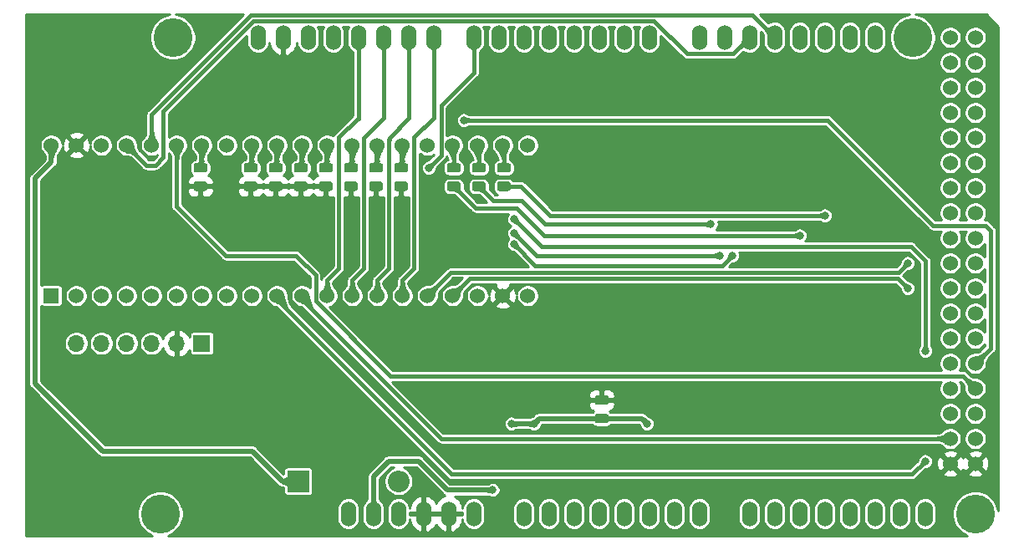
<source format=gbl>
G04 #@! TF.GenerationSoftware,KiCad,Pcbnew,(5.1.7)-1*
G04 #@! TF.CreationDate,2021-04-14T19:18:07-03:00*
G04 #@! TF.ProjectId,BlackPill Adaptor,426c6163-6b50-4696-9c6c-204164617074,rev?*
G04 #@! TF.SameCoordinates,Original*
G04 #@! TF.FileFunction,Copper,L2,Bot*
G04 #@! TF.FilePolarity,Positive*
%FSLAX46Y46*%
G04 Gerber Fmt 4.6, Leading zero omitted, Abs format (unit mm)*
G04 Created by KiCad (PCBNEW (5.1.7)-1) date 2021-04-14 19:18:07*
%MOMM*%
%LPD*%
G01*
G04 APERTURE LIST*
G04 #@! TA.AperFunction,ComponentPad*
%ADD10C,1.524000*%
G04 #@! TD*
G04 #@! TA.AperFunction,ComponentPad*
%ADD11R,1.524000X1.524000*%
G04 #@! TD*
G04 #@! TA.AperFunction,ComponentPad*
%ADD12O,2.200000X2.200000*%
G04 #@! TD*
G04 #@! TA.AperFunction,ComponentPad*
%ADD13R,2.200000X2.200000*%
G04 #@! TD*
G04 #@! TA.AperFunction,ComponentPad*
%ADD14O,1.700000X1.700000*%
G04 #@! TD*
G04 #@! TA.AperFunction,ComponentPad*
%ADD15R,1.700000X1.700000*%
G04 #@! TD*
G04 #@! TA.AperFunction,ComponentPad*
%ADD16C,3.937000*%
G04 #@! TD*
G04 #@! TA.AperFunction,ComponentPad*
%ADD17O,1.524000X2.540000*%
G04 #@! TD*
G04 #@! TA.AperFunction,ViaPad*
%ADD18C,0.800000*%
G04 #@! TD*
G04 #@! TA.AperFunction,Conductor*
%ADD19C,0.500000*%
G04 #@! TD*
G04 #@! TA.AperFunction,Conductor*
%ADD20C,0.400000*%
G04 #@! TD*
G04 #@! TA.AperFunction,Conductor*
%ADD21C,0.254000*%
G04 #@! TD*
G04 #@! TA.AperFunction,Conductor*
%ADD22C,0.100000*%
G04 #@! TD*
G04 #@! TA.AperFunction,Conductor*
%ADD23C,0.025400*%
G04 #@! TD*
G04 APERTURE END LIST*
G04 #@! TA.AperFunction,SMDPad,CuDef*
G36*
G01*
X119431750Y-92065500D02*
X120344250Y-92065500D01*
G75*
G02*
X120588000Y-92309250I0J-243750D01*
G01*
X120588000Y-92796750D01*
G75*
G02*
X120344250Y-93040500I-243750J0D01*
G01*
X119431750Y-93040500D01*
G75*
G02*
X119188000Y-92796750I0J243750D01*
G01*
X119188000Y-92309250D01*
G75*
G02*
X119431750Y-92065500I243750J0D01*
G01*
G37*
G04 #@! TD.AperFunction*
G04 #@! TA.AperFunction,SMDPad,CuDef*
G36*
G01*
X119431750Y-90190500D02*
X120344250Y-90190500D01*
G75*
G02*
X120588000Y-90434250I0J-243750D01*
G01*
X120588000Y-90921750D01*
G75*
G02*
X120344250Y-91165500I-243750J0D01*
G01*
X119431750Y-91165500D01*
G75*
G02*
X119188000Y-90921750I0J243750D01*
G01*
X119188000Y-90434250D01*
G75*
G02*
X119431750Y-90190500I243750J0D01*
G01*
G37*
G04 #@! TD.AperFunction*
G04 #@! TA.AperFunction,SMDPad,CuDef*
G36*
G01*
X124511750Y-92065500D02*
X125424250Y-92065500D01*
G75*
G02*
X125668000Y-92309250I0J-243750D01*
G01*
X125668000Y-92796750D01*
G75*
G02*
X125424250Y-93040500I-243750J0D01*
G01*
X124511750Y-93040500D01*
G75*
G02*
X124268000Y-92796750I0J243750D01*
G01*
X124268000Y-92309250D01*
G75*
G02*
X124511750Y-92065500I243750J0D01*
G01*
G37*
G04 #@! TD.AperFunction*
G04 #@! TA.AperFunction,SMDPad,CuDef*
G36*
G01*
X124511750Y-90190500D02*
X125424250Y-90190500D01*
G75*
G02*
X125668000Y-90434250I0J-243750D01*
G01*
X125668000Y-90921750D01*
G75*
G02*
X125424250Y-91165500I-243750J0D01*
G01*
X124511750Y-91165500D01*
G75*
G02*
X124268000Y-90921750I0J243750D01*
G01*
X124268000Y-90434250D01*
G75*
G02*
X124511750Y-90190500I243750J0D01*
G01*
G37*
G04 #@! TD.AperFunction*
G04 #@! TA.AperFunction,SMDPad,CuDef*
G36*
G01*
X127051750Y-92065500D02*
X127964250Y-92065500D01*
G75*
G02*
X128208000Y-92309250I0J-243750D01*
G01*
X128208000Y-92796750D01*
G75*
G02*
X127964250Y-93040500I-243750J0D01*
G01*
X127051750Y-93040500D01*
G75*
G02*
X126808000Y-92796750I0J243750D01*
G01*
X126808000Y-92309250D01*
G75*
G02*
X127051750Y-92065500I243750J0D01*
G01*
G37*
G04 #@! TD.AperFunction*
G04 #@! TA.AperFunction,SMDPad,CuDef*
G36*
G01*
X127051750Y-90190500D02*
X127964250Y-90190500D01*
G75*
G02*
X128208000Y-90434250I0J-243750D01*
G01*
X128208000Y-90921750D01*
G75*
G02*
X127964250Y-91165500I-243750J0D01*
G01*
X127051750Y-91165500D01*
G75*
G02*
X126808000Y-90921750I0J243750D01*
G01*
X126808000Y-90434250D01*
G75*
G02*
X127051750Y-90190500I243750J0D01*
G01*
G37*
G04 #@! TD.AperFunction*
G04 #@! TA.AperFunction,SMDPad,CuDef*
G36*
G01*
X129591750Y-92065500D02*
X130504250Y-92065500D01*
G75*
G02*
X130748000Y-92309250I0J-243750D01*
G01*
X130748000Y-92796750D01*
G75*
G02*
X130504250Y-93040500I-243750J0D01*
G01*
X129591750Y-93040500D01*
G75*
G02*
X129348000Y-92796750I0J243750D01*
G01*
X129348000Y-92309250D01*
G75*
G02*
X129591750Y-92065500I243750J0D01*
G01*
G37*
G04 #@! TD.AperFunction*
G04 #@! TA.AperFunction,SMDPad,CuDef*
G36*
G01*
X129591750Y-90190500D02*
X130504250Y-90190500D01*
G75*
G02*
X130748000Y-90434250I0J-243750D01*
G01*
X130748000Y-90921750D01*
G75*
G02*
X130504250Y-91165500I-243750J0D01*
G01*
X129591750Y-91165500D01*
G75*
G02*
X129348000Y-90921750I0J243750D01*
G01*
X129348000Y-90434250D01*
G75*
G02*
X129591750Y-90190500I243750J0D01*
G01*
G37*
G04 #@! TD.AperFunction*
G04 #@! TA.AperFunction,SMDPad,CuDef*
G36*
G01*
X132131750Y-92065500D02*
X133044250Y-92065500D01*
G75*
G02*
X133288000Y-92309250I0J-243750D01*
G01*
X133288000Y-92796750D01*
G75*
G02*
X133044250Y-93040500I-243750J0D01*
G01*
X132131750Y-93040500D01*
G75*
G02*
X131888000Y-92796750I0J243750D01*
G01*
X131888000Y-92309250D01*
G75*
G02*
X132131750Y-92065500I243750J0D01*
G01*
G37*
G04 #@! TD.AperFunction*
G04 #@! TA.AperFunction,SMDPad,CuDef*
G36*
G01*
X132131750Y-90190500D02*
X133044250Y-90190500D01*
G75*
G02*
X133288000Y-90434250I0J-243750D01*
G01*
X133288000Y-90921750D01*
G75*
G02*
X133044250Y-91165500I-243750J0D01*
G01*
X132131750Y-91165500D01*
G75*
G02*
X131888000Y-90921750I0J243750D01*
G01*
X131888000Y-90434250D01*
G75*
G02*
X132131750Y-90190500I243750J0D01*
G01*
G37*
G04 #@! TD.AperFunction*
G04 #@! TA.AperFunction,SMDPad,CuDef*
G36*
G01*
X134671750Y-92065500D02*
X135584250Y-92065500D01*
G75*
G02*
X135828000Y-92309250I0J-243750D01*
G01*
X135828000Y-92796750D01*
G75*
G02*
X135584250Y-93040500I-243750J0D01*
G01*
X134671750Y-93040500D01*
G75*
G02*
X134428000Y-92796750I0J243750D01*
G01*
X134428000Y-92309250D01*
G75*
G02*
X134671750Y-92065500I243750J0D01*
G01*
G37*
G04 #@! TD.AperFunction*
G04 #@! TA.AperFunction,SMDPad,CuDef*
G36*
G01*
X134671750Y-90190500D02*
X135584250Y-90190500D01*
G75*
G02*
X135828000Y-90434250I0J-243750D01*
G01*
X135828000Y-90921750D01*
G75*
G02*
X135584250Y-91165500I-243750J0D01*
G01*
X134671750Y-91165500D01*
G75*
G02*
X134428000Y-90921750I0J243750D01*
G01*
X134428000Y-90434250D01*
G75*
G02*
X134671750Y-90190500I243750J0D01*
G01*
G37*
G04 #@! TD.AperFunction*
G04 #@! TA.AperFunction,SMDPad,CuDef*
G36*
G01*
X137211750Y-92065500D02*
X138124250Y-92065500D01*
G75*
G02*
X138368000Y-92309250I0J-243750D01*
G01*
X138368000Y-92796750D01*
G75*
G02*
X138124250Y-93040500I-243750J0D01*
G01*
X137211750Y-93040500D01*
G75*
G02*
X136968000Y-92796750I0J243750D01*
G01*
X136968000Y-92309250D01*
G75*
G02*
X137211750Y-92065500I243750J0D01*
G01*
G37*
G04 #@! TD.AperFunction*
G04 #@! TA.AperFunction,SMDPad,CuDef*
G36*
G01*
X137211750Y-90190500D02*
X138124250Y-90190500D01*
G75*
G02*
X138368000Y-90434250I0J-243750D01*
G01*
X138368000Y-90921750D01*
G75*
G02*
X138124250Y-91165500I-243750J0D01*
G01*
X137211750Y-91165500D01*
G75*
G02*
X136968000Y-90921750I0J243750D01*
G01*
X136968000Y-90434250D01*
G75*
G02*
X137211750Y-90190500I243750J0D01*
G01*
G37*
G04 #@! TD.AperFunction*
D10*
X104775000Y-88392000D03*
X107315000Y-88392000D03*
X109855000Y-88392000D03*
X112395000Y-88392000D03*
X114935000Y-88392000D03*
X117475000Y-88392000D03*
X120015000Y-88392000D03*
X122555000Y-88392000D03*
X125095000Y-88392000D03*
X127635000Y-88392000D03*
X130175000Y-88392000D03*
X132715000Y-88392000D03*
X135255000Y-88392000D03*
X137795000Y-88392000D03*
X140335000Y-88392000D03*
X142875000Y-88392000D03*
X145415000Y-88392000D03*
X147955000Y-88392000D03*
X150495000Y-88392000D03*
X153035000Y-88392000D03*
X153035000Y-103632000D03*
X150495000Y-103632000D03*
X147955000Y-103632000D03*
X145415000Y-103632000D03*
X142875000Y-103632000D03*
X140335000Y-103632000D03*
X137795000Y-103632000D03*
X135255000Y-103632000D03*
X132715000Y-103632000D03*
X130175000Y-103632000D03*
X127635000Y-103632000D03*
X125095000Y-103632000D03*
X122555000Y-103632000D03*
X120015000Y-103632000D03*
X117475000Y-103632000D03*
X114935000Y-103632000D03*
X112395000Y-103632000D03*
X109855000Y-103632000D03*
X107315000Y-103632000D03*
D11*
X104775000Y-103632000D03*
D12*
X139954000Y-122428000D03*
D13*
X129794000Y-122428000D03*
D14*
X107315000Y-108458000D03*
X109855000Y-108458000D03*
X112395000Y-108458000D03*
X114935000Y-108458000D03*
X117475000Y-108458000D03*
D15*
X120015000Y-108458000D03*
G04 #@! TA.AperFunction,SMDPad,CuDef*
G36*
G01*
X147625750Y-92065500D02*
X148538250Y-92065500D01*
G75*
G02*
X148782000Y-92309250I0J-243750D01*
G01*
X148782000Y-92796750D01*
G75*
G02*
X148538250Y-93040500I-243750J0D01*
G01*
X147625750Y-93040500D01*
G75*
G02*
X147382000Y-92796750I0J243750D01*
G01*
X147382000Y-92309250D01*
G75*
G02*
X147625750Y-92065500I243750J0D01*
G01*
G37*
G04 #@! TD.AperFunction*
G04 #@! TA.AperFunction,SMDPad,CuDef*
G36*
G01*
X147625750Y-90190500D02*
X148538250Y-90190500D01*
G75*
G02*
X148782000Y-90434250I0J-243750D01*
G01*
X148782000Y-90921750D01*
G75*
G02*
X148538250Y-91165500I-243750J0D01*
G01*
X147625750Y-91165500D01*
G75*
G02*
X147382000Y-90921750I0J243750D01*
G01*
X147382000Y-90434250D01*
G75*
G02*
X147625750Y-90190500I243750J0D01*
G01*
G37*
G04 #@! TD.AperFunction*
G04 #@! TA.AperFunction,SMDPad,CuDef*
G36*
G01*
X145085750Y-92065500D02*
X145998250Y-92065500D01*
G75*
G02*
X146242000Y-92309250I0J-243750D01*
G01*
X146242000Y-92796750D01*
G75*
G02*
X145998250Y-93040500I-243750J0D01*
G01*
X145085750Y-93040500D01*
G75*
G02*
X144842000Y-92796750I0J243750D01*
G01*
X144842000Y-92309250D01*
G75*
G02*
X145085750Y-92065500I243750J0D01*
G01*
G37*
G04 #@! TD.AperFunction*
G04 #@! TA.AperFunction,SMDPad,CuDef*
G36*
G01*
X145085750Y-90190500D02*
X145998250Y-90190500D01*
G75*
G02*
X146242000Y-90434250I0J-243750D01*
G01*
X146242000Y-90921750D01*
G75*
G02*
X145998250Y-91165500I-243750J0D01*
G01*
X145085750Y-91165500D01*
G75*
G02*
X144842000Y-90921750I0J243750D01*
G01*
X144842000Y-90434250D01*
G75*
G02*
X145085750Y-90190500I243750J0D01*
G01*
G37*
G04 #@! TD.AperFunction*
G04 #@! TA.AperFunction,SMDPad,CuDef*
G36*
G01*
X150165750Y-92065500D02*
X151078250Y-92065500D01*
G75*
G02*
X151322000Y-92309250I0J-243750D01*
G01*
X151322000Y-92796750D01*
G75*
G02*
X151078250Y-93040500I-243750J0D01*
G01*
X150165750Y-93040500D01*
G75*
G02*
X149922000Y-92796750I0J243750D01*
G01*
X149922000Y-92309250D01*
G75*
G02*
X150165750Y-92065500I243750J0D01*
G01*
G37*
G04 #@! TD.AperFunction*
G04 #@! TA.AperFunction,SMDPad,CuDef*
G36*
G01*
X150165750Y-90190500D02*
X151078250Y-90190500D01*
G75*
G02*
X151322000Y-90434250I0J-243750D01*
G01*
X151322000Y-90921750D01*
G75*
G02*
X151078250Y-91165500I-243750J0D01*
G01*
X150165750Y-91165500D01*
G75*
G02*
X149922000Y-90921750I0J243750D01*
G01*
X149922000Y-90434250D01*
G75*
G02*
X150165750Y-90190500I243750J0D01*
G01*
G37*
G04 #@! TD.AperFunction*
D10*
X198374000Y-120650000D03*
X195834000Y-120650000D03*
X198374000Y-118110000D03*
X195834000Y-118110000D03*
X198374000Y-115570000D03*
X195834000Y-115570000D03*
X198374000Y-113030000D03*
X195834000Y-113030000D03*
X198374000Y-110490000D03*
X195834000Y-110490000D03*
X198374000Y-107950000D03*
X195834000Y-107950000D03*
X198374000Y-105410000D03*
X195834000Y-105410000D03*
X198374000Y-102870000D03*
X195834000Y-102870000D03*
X198374000Y-100330000D03*
X195834000Y-100330000D03*
X198374000Y-97790000D03*
X195834000Y-97790000D03*
X198374000Y-95250000D03*
X195834000Y-95250000D03*
X198374000Y-92710000D03*
X195834000Y-92710000D03*
X195834000Y-90170000D03*
X198374000Y-90170000D03*
X198374000Y-77470000D03*
X195834000Y-77470000D03*
X198374000Y-87630000D03*
X195834000Y-87630000D03*
X198374000Y-85090000D03*
X195834000Y-85090000D03*
X198374000Y-82550000D03*
X195834000Y-82550000D03*
X198374000Y-80010000D03*
X195834000Y-80010000D03*
D16*
X115824000Y-125730000D03*
X117094000Y-77470000D03*
X192024000Y-77470000D03*
X198374000Y-125730000D03*
D17*
X139954000Y-125730000D03*
X125730000Y-77470000D03*
X128270000Y-77470000D03*
X130810000Y-77470000D03*
X133350000Y-77470000D03*
X135890000Y-77470000D03*
X138430000Y-77470000D03*
X140970000Y-77470000D03*
X143510000Y-77470000D03*
X147574000Y-77470000D03*
X150114000Y-77470000D03*
X152654000Y-77470000D03*
X155194000Y-77470000D03*
X157734000Y-77470000D03*
X160274000Y-77470000D03*
X162814000Y-77470000D03*
X165354000Y-77470000D03*
X134874000Y-125730000D03*
X137414000Y-125730000D03*
X142494000Y-125730000D03*
X145034000Y-125730000D03*
X147574000Y-125730000D03*
X157734000Y-125730000D03*
X155194000Y-125730000D03*
X152654000Y-125730000D03*
X160274000Y-125730000D03*
X162814000Y-125730000D03*
X165354000Y-125730000D03*
X183134000Y-125730000D03*
X180594000Y-125730000D03*
X178054000Y-125730000D03*
X167894000Y-125730000D03*
X170434000Y-125730000D03*
X175514000Y-125730000D03*
X185674000Y-125730000D03*
X188214000Y-125730000D03*
X190754000Y-125730000D03*
X193294000Y-125730000D03*
X188214000Y-77470000D03*
X185674000Y-77470000D03*
X183134000Y-77470000D03*
X180594000Y-77470000D03*
X178054000Y-77470000D03*
X175514000Y-77470000D03*
X172974000Y-77470000D03*
X170434000Y-77470000D03*
G04 #@! TA.AperFunction,SMDPad,CuDef*
G36*
G01*
X139751750Y-92065500D02*
X140664250Y-92065500D01*
G75*
G02*
X140908000Y-92309250I0J-243750D01*
G01*
X140908000Y-92796750D01*
G75*
G02*
X140664250Y-93040500I-243750J0D01*
G01*
X139751750Y-93040500D01*
G75*
G02*
X139508000Y-92796750I0J243750D01*
G01*
X139508000Y-92309250D01*
G75*
G02*
X139751750Y-92065500I243750J0D01*
G01*
G37*
G04 #@! TD.AperFunction*
G04 #@! TA.AperFunction,SMDPad,CuDef*
G36*
G01*
X139751750Y-90190500D02*
X140664250Y-90190500D01*
G75*
G02*
X140908000Y-90434250I0J-243750D01*
G01*
X140908000Y-90921750D01*
G75*
G02*
X140664250Y-91165500I-243750J0D01*
G01*
X139751750Y-91165500D01*
G75*
G02*
X139508000Y-90921750I0J243750D01*
G01*
X139508000Y-90434250D01*
G75*
G02*
X139751750Y-90190500I243750J0D01*
G01*
G37*
G04 #@! TD.AperFunction*
G04 #@! TA.AperFunction,SMDPad,CuDef*
G36*
G01*
X160984250Y-114690500D02*
X160071750Y-114690500D01*
G75*
G02*
X159828000Y-114446750I0J243750D01*
G01*
X159828000Y-113959250D01*
G75*
G02*
X160071750Y-113715500I243750J0D01*
G01*
X160984250Y-113715500D01*
G75*
G02*
X161228000Y-113959250I0J-243750D01*
G01*
X161228000Y-114446750D01*
G75*
G02*
X160984250Y-114690500I-243750J0D01*
G01*
G37*
G04 #@! TD.AperFunction*
G04 #@! TA.AperFunction,SMDPad,CuDef*
G36*
G01*
X160984250Y-116565500D02*
X160071750Y-116565500D01*
G75*
G02*
X159828000Y-116321750I0J243750D01*
G01*
X159828000Y-115834250D01*
G75*
G02*
X160071750Y-115590500I243750J0D01*
G01*
X160984250Y-115590500D01*
G75*
G02*
X161228000Y-115834250I0J-243750D01*
G01*
X161228000Y-116321750D01*
G75*
G02*
X160984250Y-116565500I-243750J0D01*
G01*
G37*
G04 #@! TD.AperFunction*
D18*
X124968000Y-94742000D03*
X127508000Y-94742000D03*
X130048000Y-94742000D03*
X132588000Y-94742000D03*
X132080000Y-125730000D03*
X131064000Y-125730000D03*
X109855000Y-110617000D03*
X104648000Y-110617000D03*
X133096000Y-125730000D03*
X108712000Y-106045000D03*
X162306000Y-117094000D03*
X173736000Y-117094000D03*
X156464000Y-123698000D03*
X166624000Y-123698000D03*
X163322000Y-114808000D03*
X149479000Y-123317000D03*
X146558000Y-85852000D03*
X143002000Y-90678000D03*
X183134000Y-95504000D03*
X180594000Y-97536000D03*
X171577000Y-96393000D03*
X193294000Y-120396000D03*
X193294000Y-109220000D03*
X151638000Y-95885000D03*
X191516000Y-102870000D03*
X191516000Y-100330000D03*
X151638000Y-97282000D03*
X172466000Y-99568000D03*
X151638000Y-98425000D03*
X173736000Y-99568000D03*
X165100000Y-116586000D03*
X153670000Y-116586000D03*
X151384000Y-116586000D03*
D19*
X137414000Y-125730000D02*
X137414000Y-125222000D01*
X137414000Y-121920000D02*
X137414000Y-125730000D01*
X138938000Y-120396000D02*
X137414000Y-121920000D01*
X141986000Y-120396000D02*
X138938000Y-120396000D01*
X149479000Y-123317000D02*
X149479000Y-123317000D01*
X144907000Y-123317000D02*
X141986000Y-120396000D01*
X149479000Y-123317000D02*
X144907000Y-123317000D01*
X104775000Y-90092000D02*
X103124000Y-91743000D01*
X104775000Y-88392000D02*
X104775000Y-90092000D01*
X103124000Y-112522000D02*
X109982000Y-119380000D01*
X103124000Y-91743000D02*
X103124000Y-112522000D01*
X125146000Y-119380000D02*
X124714000Y-119380000D01*
X128194000Y-122428000D02*
X125146000Y-119380000D01*
X129794000Y-122428000D02*
X128194000Y-122428000D01*
X109982000Y-119380000D02*
X124714000Y-119380000D01*
X140335000Y-90551000D02*
X140208000Y-90678000D01*
X140335000Y-88392000D02*
X140335000Y-90551000D01*
X137795000Y-90551000D02*
X137922000Y-90678000D01*
X137795000Y-88392000D02*
X137795000Y-90551000D01*
X135255000Y-90551000D02*
X135128000Y-90678000D01*
X135255000Y-88392000D02*
X135255000Y-90551000D01*
X132715000Y-90551000D02*
X132588000Y-90678000D01*
X132715000Y-88392000D02*
X132715000Y-90551000D01*
X130175000Y-90551000D02*
X130048000Y-90678000D01*
X130175000Y-88392000D02*
X130175000Y-90551000D01*
X127635000Y-90551000D02*
X127508000Y-90678000D01*
X127635000Y-88392000D02*
X127635000Y-90551000D01*
D20*
X146558000Y-85852000D02*
X183388000Y-85852000D01*
X183388000Y-85852000D02*
X194056000Y-96520000D01*
X194056000Y-96520000D02*
X199390000Y-96520000D01*
X199390000Y-96520000D02*
X199898000Y-97028000D01*
X199898000Y-108966000D02*
X198374000Y-110490000D01*
X199898000Y-97028000D02*
X199898000Y-108966000D01*
X147574000Y-77470000D02*
X147574000Y-81026000D01*
X144252999Y-89427001D02*
X143002000Y-90678000D01*
X144252999Y-84347001D02*
X144252999Y-89427001D01*
X147574000Y-81026000D02*
X144252999Y-84347001D01*
D19*
X125095000Y-90551000D02*
X124968000Y-90678000D01*
X125095000Y-88392000D02*
X125095000Y-90551000D01*
D20*
X155321000Y-95504000D02*
X176403000Y-95504000D01*
X176403000Y-95504000D02*
X183134000Y-95504000D01*
X152370000Y-92553000D02*
X155321000Y-95504000D01*
X150622000Y-92553000D02*
X152370000Y-92553000D01*
X180594000Y-97536000D02*
X154686000Y-97536000D01*
X145542000Y-92553000D02*
X147731000Y-94742000D01*
X151892000Y-94742000D02*
X154686000Y-97536000D01*
X147731000Y-94742000D02*
X151892000Y-94742000D01*
X154813000Y-96393000D02*
X171577000Y-96393000D01*
X154813000Y-96393000D02*
X152400000Y-93980000D01*
X149509000Y-93980000D02*
X148082000Y-92553000D01*
X152400000Y-93980000D02*
X149509000Y-93980000D01*
X191983999Y-121706001D02*
X193294000Y-120396000D01*
X145309001Y-121706001D02*
X191983999Y-121706001D01*
X127635000Y-103632000D02*
X127635000Y-104032000D01*
X127635000Y-104032000D02*
X145309001Y-121706001D01*
X117475000Y-94615000D02*
X117475000Y-88392000D01*
X129540000Y-99568000D02*
X122428000Y-99568000D01*
X198374000Y-113030000D02*
X197104000Y-111760000D01*
X197104000Y-111760000D02*
X139123238Y-111760000D01*
X139123238Y-111760000D02*
X131552999Y-104189761D01*
X131552999Y-104189761D02*
X131552999Y-101580999D01*
X122428000Y-99568000D02*
X117475000Y-94615000D01*
X131552999Y-101580999D02*
X129540000Y-99568000D01*
X193294000Y-100076000D02*
X193294000Y-109220000D01*
X151638000Y-95885000D02*
X154432000Y-98679000D01*
X154432000Y-98679000D02*
X191897000Y-98679000D01*
X191897000Y-98679000D02*
X193294000Y-100076000D01*
X190500000Y-101854000D02*
X191516000Y-102870000D01*
X145415000Y-103632000D02*
X147193000Y-101854000D01*
X147193000Y-101854000D02*
X190500000Y-101854000D01*
X190592009Y-101253991D02*
X191516000Y-100330000D01*
X142875000Y-103632000D02*
X145253009Y-101253991D01*
X145253009Y-101253991D02*
X190592009Y-101253991D01*
X135890000Y-77470000D02*
X135890000Y-85694240D01*
X132715000Y-102032000D02*
X132715000Y-103632000D01*
X133915010Y-100831990D02*
X132715000Y-102032000D01*
X133915010Y-87572990D02*
X133915010Y-100831990D01*
X135793760Y-85694240D02*
X133915010Y-87572990D01*
X135890000Y-85694240D02*
X135793760Y-85694240D01*
X135255000Y-102032000D02*
X135255000Y-103632000D01*
X136455010Y-100831990D02*
X135255000Y-102032000D01*
X136455010Y-87634920D02*
X136455010Y-100831990D01*
X138430000Y-85659930D02*
X136455010Y-87634920D01*
X138430000Y-77470000D02*
X138430000Y-85659930D01*
X140970000Y-77470000D02*
X140970000Y-85659930D01*
X140970000Y-85659930D02*
X138999930Y-87630000D01*
X138999930Y-87822070D02*
X138995010Y-87826990D01*
X137795000Y-102032000D02*
X137795000Y-103632000D01*
X138995010Y-87826990D02*
X138995010Y-100831990D01*
X138999930Y-87630000D02*
X138999930Y-87822070D01*
X138995010Y-100831990D02*
X137795000Y-102032000D01*
X140335000Y-102032000D02*
X140335000Y-103632000D01*
X141535010Y-100831990D02*
X140335000Y-102032000D01*
X141535010Y-87572990D02*
X141535010Y-100831990D01*
X143510000Y-85598000D02*
X141535010Y-87572990D01*
X143510000Y-77470000D02*
X143510000Y-85598000D01*
X151638000Y-97282000D02*
X153924000Y-99568000D01*
X153924000Y-99568000D02*
X172466000Y-99568000D01*
X173736000Y-99568000D02*
X173736000Y-99568000D01*
X172720000Y-100584000D02*
X173736000Y-99568000D01*
X151638000Y-98425000D02*
X153797000Y-100584000D01*
X153797000Y-100584000D02*
X172720000Y-100584000D01*
X175783980Y-75199980D02*
X178054000Y-77470000D01*
X125000148Y-75199980D02*
X175783980Y-75199980D01*
X114935000Y-85265128D02*
X125000148Y-75199980D01*
X114935000Y-88392000D02*
X114935000Y-85265128D01*
X116097001Y-84951669D02*
X116097001Y-89642999D01*
X175514000Y-77470000D02*
X173843990Y-79140010D01*
X169175340Y-79140010D02*
X165835320Y-75799990D01*
X165835320Y-75799990D02*
X125248680Y-75799990D01*
X173843990Y-79140010D02*
X169175340Y-79140010D01*
X125248680Y-75799990D02*
X116097001Y-84951669D01*
X116097001Y-89642999D02*
X115316000Y-90424000D01*
X114427000Y-90424000D02*
X115316000Y-90424000D01*
X112395000Y-88392000D02*
X114427000Y-90424000D01*
X130175000Y-104032000D02*
X130175000Y-103632000D01*
X144253000Y-118110000D02*
X130175000Y-104032000D01*
X195834000Y-118110000D02*
X144253000Y-118110000D01*
D19*
X151384000Y-116586000D02*
X153670000Y-116586000D01*
X164592000Y-116078000D02*
X160528000Y-116078000D01*
X165100000Y-116586000D02*
X164592000Y-116078000D01*
X154178000Y-116078000D02*
X153670000Y-116586000D01*
X160528000Y-116078000D02*
X154178000Y-116078000D01*
X120015000Y-90551000D02*
X119888000Y-90678000D01*
X120015000Y-88392000D02*
X120015000Y-90551000D01*
D20*
X150622000Y-88519000D02*
X150495000Y-88392000D01*
X150622000Y-90678000D02*
X150622000Y-88519000D01*
X148082000Y-88519000D02*
X147955000Y-88392000D01*
X148082000Y-90678000D02*
X148082000Y-88519000D01*
X145542000Y-88519000D02*
X145415000Y-88392000D01*
X145542000Y-90678000D02*
X145542000Y-88519000D01*
D21*
X116408676Y-75210790D02*
X115981095Y-75387900D01*
X115596281Y-75645024D01*
X115269024Y-75972281D01*
X115011900Y-76357095D01*
X114834790Y-76784676D01*
X114744500Y-77238594D01*
X114744500Y-77701406D01*
X114834790Y-78155324D01*
X115011900Y-78582905D01*
X115269024Y-78967719D01*
X115596281Y-79294976D01*
X115981095Y-79552100D01*
X116408676Y-79729210D01*
X116862594Y-79819500D01*
X117325406Y-79819500D01*
X117779324Y-79729210D01*
X118206905Y-79552100D01*
X118591719Y-79294976D01*
X118918976Y-78967719D01*
X119176100Y-78582905D01*
X119353210Y-78155324D01*
X119443500Y-77701406D01*
X119443500Y-77238594D01*
X119353210Y-76784676D01*
X119176100Y-76357095D01*
X118918976Y-75972281D01*
X118591719Y-75645024D01*
X118206905Y-75387900D01*
X117779324Y-75210790D01*
X117383220Y-75132000D01*
X124246469Y-75132000D01*
X114544356Y-84834115D01*
X114522184Y-84852311D01*
X114503991Y-84874480D01*
X114449579Y-84940781D01*
X114395629Y-85041714D01*
X114362407Y-85151233D01*
X114351189Y-85265128D01*
X114354001Y-85293678D01*
X114354000Y-87028575D01*
X114351383Y-87103603D01*
X114344454Y-87167613D01*
X114333284Y-87227387D01*
X114318068Y-87283479D01*
X114298868Y-87336492D01*
X114275589Y-87387062D01*
X114247962Y-87435818D01*
X114215589Y-87483275D01*
X114177974Y-87529817D01*
X114129415Y-87581139D01*
X114047174Y-87663380D01*
X113922087Y-87850587D01*
X113835925Y-88058599D01*
X113792000Y-88279424D01*
X113792000Y-88504576D01*
X113835925Y-88725401D01*
X113922087Y-88933413D01*
X114047174Y-89120620D01*
X114206380Y-89279826D01*
X114393587Y-89404913D01*
X114601599Y-89491075D01*
X114822424Y-89535000D01*
X115047576Y-89535000D01*
X115268401Y-89491075D01*
X115476413Y-89404913D01*
X115516002Y-89378461D01*
X115516002Y-89402340D01*
X115075343Y-89843000D01*
X114667658Y-89843000D01*
X113769900Y-88945243D01*
X113718716Y-88890359D01*
X113678353Y-88840195D01*
X113643979Y-88790022D01*
X113615078Y-88739604D01*
X113591169Y-88688543D01*
X113571873Y-88636327D01*
X113556931Y-88582313D01*
X113546265Y-88525861D01*
X113539952Y-88466349D01*
X113538000Y-88395776D01*
X113538000Y-88279424D01*
X113494075Y-88058599D01*
X113407913Y-87850587D01*
X113282826Y-87663380D01*
X113123620Y-87504174D01*
X112936413Y-87379087D01*
X112728401Y-87292925D01*
X112507576Y-87249000D01*
X112282424Y-87249000D01*
X112061599Y-87292925D01*
X111853587Y-87379087D01*
X111666380Y-87504174D01*
X111507174Y-87663380D01*
X111382087Y-87850587D01*
X111295925Y-88058599D01*
X111252000Y-88279424D01*
X111252000Y-88504576D01*
X111295925Y-88725401D01*
X111382087Y-88933413D01*
X111507174Y-89120620D01*
X111666380Y-89279826D01*
X111853587Y-89404913D01*
X112061599Y-89491075D01*
X112282424Y-89535000D01*
X112398776Y-89535000D01*
X112469349Y-89536952D01*
X112528861Y-89543265D01*
X112585313Y-89553931D01*
X112639327Y-89568873D01*
X112691543Y-89588169D01*
X112742604Y-89612078D01*
X112793022Y-89640979D01*
X112843195Y-89675353D01*
X112893359Y-89715716D01*
X112948243Y-89766900D01*
X113995987Y-90814645D01*
X114014183Y-90836817D01*
X114088828Y-90898076D01*
X114102652Y-90909421D01*
X114203585Y-90963371D01*
X114313104Y-90996593D01*
X114427000Y-91007811D01*
X114455540Y-91005000D01*
X115287460Y-91005000D01*
X115316000Y-91007811D01*
X115344540Y-91005000D01*
X115429896Y-90996593D01*
X115539415Y-90963371D01*
X115640348Y-90909421D01*
X115728817Y-90836817D01*
X115747017Y-90814640D01*
X116487646Y-90074012D01*
X116509818Y-90055816D01*
X116582422Y-89967347D01*
X116636372Y-89866414D01*
X116669594Y-89756895D01*
X116674790Y-89704138D01*
X116680812Y-89643000D01*
X116678001Y-89614460D01*
X116678001Y-89211935D01*
X116717975Y-89254182D01*
X116755589Y-89300724D01*
X116787962Y-89348181D01*
X116815589Y-89396935D01*
X116838870Y-89447511D01*
X116858067Y-89500518D01*
X116873284Y-89556612D01*
X116884454Y-89616386D01*
X116891383Y-89680396D01*
X116894001Y-89755435D01*
X116894000Y-94586460D01*
X116891189Y-94615000D01*
X116894000Y-94643539D01*
X116902407Y-94728895D01*
X116935629Y-94838414D01*
X116989579Y-94939347D01*
X117062183Y-95027817D01*
X117084360Y-95046017D01*
X121996990Y-99958649D01*
X122015183Y-99980817D01*
X122037349Y-99999008D01*
X122037351Y-99999010D01*
X122103652Y-100053421D01*
X122204585Y-100107371D01*
X122314104Y-100140593D01*
X122428000Y-100151811D01*
X122456540Y-100149000D01*
X129299343Y-100149000D01*
X130972000Y-101821658D01*
X130972000Y-102812554D01*
X130903620Y-102744174D01*
X130716413Y-102619087D01*
X130508401Y-102532925D01*
X130287576Y-102489000D01*
X130062424Y-102489000D01*
X129841599Y-102532925D01*
X129633587Y-102619087D01*
X129446380Y-102744174D01*
X129287174Y-102903380D01*
X129162087Y-103090587D01*
X129075925Y-103298599D01*
X129032000Y-103519424D01*
X129032000Y-103744576D01*
X129075925Y-103965401D01*
X129162087Y-104173413D01*
X129287174Y-104360620D01*
X129446380Y-104519826D01*
X129633587Y-104644913D01*
X129841599Y-104731075D01*
X130062424Y-104775000D01*
X130096343Y-104775000D01*
X130723555Y-105402212D01*
X130723559Y-105402217D01*
X130723564Y-105402221D01*
X143821987Y-118500645D01*
X143840183Y-118522817D01*
X143897495Y-118569851D01*
X143928652Y-118595421D01*
X144029585Y-118649371D01*
X144139104Y-118682593D01*
X144253000Y-118693811D01*
X144281540Y-118691000D01*
X194470587Y-118691000D01*
X194545603Y-118693617D01*
X194609613Y-118700546D01*
X194669387Y-118711716D01*
X194725479Y-118726932D01*
X194778492Y-118746132D01*
X194829062Y-118769411D01*
X194877818Y-118797038D01*
X194925275Y-118829411D01*
X194971817Y-118867026D01*
X195023139Y-118915585D01*
X195105380Y-118997826D01*
X195292587Y-119122913D01*
X195500599Y-119209075D01*
X195721424Y-119253000D01*
X195729386Y-119253000D01*
X195489867Y-119289078D01*
X195230977Y-119382364D01*
X195115020Y-119444344D01*
X195048040Y-119684435D01*
X195834000Y-120470395D01*
X196619960Y-119684435D01*
X196552980Y-119444344D01*
X196303952Y-119327244D01*
X196036865Y-119260977D01*
X195866714Y-119253000D01*
X195946576Y-119253000D01*
X196167401Y-119209075D01*
X196375413Y-119122913D01*
X196562620Y-118997826D01*
X196721826Y-118838620D01*
X196846913Y-118651413D01*
X196933075Y-118443401D01*
X196977000Y-118222576D01*
X196977000Y-117997424D01*
X197231000Y-117997424D01*
X197231000Y-118222576D01*
X197274925Y-118443401D01*
X197361087Y-118651413D01*
X197486174Y-118838620D01*
X197645380Y-118997826D01*
X197832587Y-119122913D01*
X198040599Y-119209075D01*
X198261424Y-119253000D01*
X198269386Y-119253000D01*
X198029867Y-119289078D01*
X197770977Y-119382364D01*
X197655020Y-119444344D01*
X197588040Y-119684435D01*
X198374000Y-120470395D01*
X199159960Y-119684435D01*
X199092980Y-119444344D01*
X198843952Y-119327244D01*
X198576865Y-119260977D01*
X198406714Y-119253000D01*
X198486576Y-119253000D01*
X198707401Y-119209075D01*
X198915413Y-119122913D01*
X199102620Y-118997826D01*
X199261826Y-118838620D01*
X199386913Y-118651413D01*
X199473075Y-118443401D01*
X199517000Y-118222576D01*
X199517000Y-117997424D01*
X199473075Y-117776599D01*
X199386913Y-117568587D01*
X199261826Y-117381380D01*
X199102620Y-117222174D01*
X198915413Y-117097087D01*
X198707401Y-117010925D01*
X198486576Y-116967000D01*
X198261424Y-116967000D01*
X198040599Y-117010925D01*
X197832587Y-117097087D01*
X197645380Y-117222174D01*
X197486174Y-117381380D01*
X197361087Y-117568587D01*
X197274925Y-117776599D01*
X197231000Y-117997424D01*
X196977000Y-117997424D01*
X196933075Y-117776599D01*
X196846913Y-117568587D01*
X196721826Y-117381380D01*
X196562620Y-117222174D01*
X196375413Y-117097087D01*
X196167401Y-117010925D01*
X195946576Y-116967000D01*
X195721424Y-116967000D01*
X195500599Y-117010925D01*
X195292587Y-117097087D01*
X195105380Y-117222174D01*
X195023139Y-117304415D01*
X194971817Y-117352974D01*
X194925275Y-117390589D01*
X194877818Y-117422962D01*
X194829062Y-117450589D01*
X194778492Y-117473868D01*
X194725479Y-117493068D01*
X194669387Y-117508284D01*
X194609613Y-117519454D01*
X194545603Y-117526383D01*
X194470587Y-117529000D01*
X144493658Y-117529000D01*
X143473736Y-116509078D01*
X150603000Y-116509078D01*
X150603000Y-116662922D01*
X150633013Y-116813809D01*
X150691887Y-116955942D01*
X150777358Y-117083859D01*
X150886141Y-117192642D01*
X151014058Y-117278113D01*
X151156191Y-117336987D01*
X151307078Y-117367000D01*
X151460922Y-117367000D01*
X151611809Y-117336987D01*
X151753942Y-117278113D01*
X151843991Y-117217944D01*
X151871007Y-117217264D01*
X151905477Y-117217000D01*
X153148523Y-117217000D01*
X153182992Y-117217264D01*
X153210009Y-117217944D01*
X153300058Y-117278113D01*
X153442191Y-117336987D01*
X153593078Y-117367000D01*
X153746922Y-117367000D01*
X153897809Y-117336987D01*
X154039942Y-117278113D01*
X154167859Y-117192642D01*
X154276642Y-117083859D01*
X154362113Y-116955942D01*
X154420987Y-116813809D01*
X154441835Y-116709000D01*
X159582873Y-116709000D01*
X159628682Y-116764818D01*
X159723634Y-116842743D01*
X159831963Y-116900646D01*
X159949508Y-116936303D01*
X160071750Y-116948343D01*
X160984250Y-116948343D01*
X161106492Y-116936303D01*
X161224037Y-116900646D01*
X161332366Y-116842743D01*
X161427318Y-116764818D01*
X161473127Y-116709000D01*
X164328165Y-116709000D01*
X164349013Y-116813809D01*
X164407887Y-116955942D01*
X164493358Y-117083859D01*
X164602141Y-117192642D01*
X164730058Y-117278113D01*
X164872191Y-117336987D01*
X165023078Y-117367000D01*
X165176922Y-117367000D01*
X165327809Y-117336987D01*
X165469942Y-117278113D01*
X165597859Y-117192642D01*
X165706642Y-117083859D01*
X165792113Y-116955942D01*
X165850987Y-116813809D01*
X165881000Y-116662922D01*
X165881000Y-116509078D01*
X165850987Y-116358191D01*
X165792113Y-116216058D01*
X165706642Y-116088141D01*
X165597859Y-115979358D01*
X165469942Y-115893887D01*
X165327809Y-115835013D01*
X165221589Y-115813885D01*
X165202015Y-115795273D01*
X165177346Y-115770978D01*
X165060105Y-115653737D01*
X165040343Y-115629657D01*
X164944261Y-115550804D01*
X164834642Y-115492211D01*
X164719964Y-115457424D01*
X194691000Y-115457424D01*
X194691000Y-115682576D01*
X194734925Y-115903401D01*
X194821087Y-116111413D01*
X194946174Y-116298620D01*
X195105380Y-116457826D01*
X195292587Y-116582913D01*
X195500599Y-116669075D01*
X195721424Y-116713000D01*
X195946576Y-116713000D01*
X196167401Y-116669075D01*
X196375413Y-116582913D01*
X196562620Y-116457826D01*
X196721826Y-116298620D01*
X196846913Y-116111413D01*
X196933075Y-115903401D01*
X196977000Y-115682576D01*
X196977000Y-115457424D01*
X197231000Y-115457424D01*
X197231000Y-115682576D01*
X197274925Y-115903401D01*
X197361087Y-116111413D01*
X197486174Y-116298620D01*
X197645380Y-116457826D01*
X197832587Y-116582913D01*
X198040599Y-116669075D01*
X198261424Y-116713000D01*
X198486576Y-116713000D01*
X198707401Y-116669075D01*
X198915413Y-116582913D01*
X199102620Y-116457826D01*
X199261826Y-116298620D01*
X199386913Y-116111413D01*
X199473075Y-115903401D01*
X199517000Y-115682576D01*
X199517000Y-115457424D01*
X199473075Y-115236599D01*
X199386913Y-115028587D01*
X199261826Y-114841380D01*
X199102620Y-114682174D01*
X198915413Y-114557087D01*
X198707401Y-114470925D01*
X198486576Y-114427000D01*
X198261424Y-114427000D01*
X198040599Y-114470925D01*
X197832587Y-114557087D01*
X197645380Y-114682174D01*
X197486174Y-114841380D01*
X197361087Y-115028587D01*
X197274925Y-115236599D01*
X197231000Y-115457424D01*
X196977000Y-115457424D01*
X196933075Y-115236599D01*
X196846913Y-115028587D01*
X196721826Y-114841380D01*
X196562620Y-114682174D01*
X196375413Y-114557087D01*
X196167401Y-114470925D01*
X195946576Y-114427000D01*
X195721424Y-114427000D01*
X195500599Y-114470925D01*
X195292587Y-114557087D01*
X195105380Y-114682174D01*
X194946174Y-114841380D01*
X194821087Y-115028587D01*
X194734925Y-115236599D01*
X194691000Y-115457424D01*
X164719964Y-115457424D01*
X164715698Y-115456130D01*
X164622998Y-115447000D01*
X164622990Y-115447000D01*
X164592000Y-115443948D01*
X164561010Y-115447000D01*
X161473127Y-115447000D01*
X161427318Y-115391182D01*
X161337845Y-115317754D01*
X161352482Y-115316312D01*
X161472180Y-115280002D01*
X161582494Y-115221037D01*
X161679185Y-115141685D01*
X161758537Y-115044994D01*
X161817502Y-114934680D01*
X161853812Y-114814982D01*
X161866072Y-114690500D01*
X161863000Y-114488750D01*
X161704250Y-114330000D01*
X160655000Y-114330000D01*
X160655000Y-114350000D01*
X160401000Y-114350000D01*
X160401000Y-114330000D01*
X159351750Y-114330000D01*
X159193000Y-114488750D01*
X159189928Y-114690500D01*
X159202188Y-114814982D01*
X159238498Y-114934680D01*
X159297463Y-115044994D01*
X159376815Y-115141685D01*
X159473506Y-115221037D01*
X159583820Y-115280002D01*
X159703518Y-115316312D01*
X159718155Y-115317754D01*
X159628682Y-115391182D01*
X159582873Y-115447000D01*
X154208987Y-115447000D01*
X154177999Y-115443948D01*
X154147011Y-115447000D01*
X154147002Y-115447000D01*
X154054302Y-115456130D01*
X153935358Y-115492211D01*
X153825739Y-115550804D01*
X153729657Y-115629657D01*
X153709895Y-115653737D01*
X153592596Y-115771036D01*
X153568014Y-115795244D01*
X153548410Y-115813885D01*
X153442191Y-115835013D01*
X153300058Y-115893887D01*
X153210009Y-115954056D01*
X153182992Y-115954736D01*
X153148523Y-115955000D01*
X151905477Y-115955000D01*
X151871007Y-115954736D01*
X151843991Y-115954056D01*
X151753942Y-115893887D01*
X151611809Y-115835013D01*
X151460922Y-115805000D01*
X151307078Y-115805000D01*
X151156191Y-115835013D01*
X151014058Y-115893887D01*
X150886141Y-115979358D01*
X150777358Y-116088141D01*
X150691887Y-116216058D01*
X150633013Y-116358191D01*
X150603000Y-116509078D01*
X143473736Y-116509078D01*
X140680158Y-113715500D01*
X159189928Y-113715500D01*
X159193000Y-113917250D01*
X159351750Y-114076000D01*
X160401000Y-114076000D01*
X160401000Y-113239250D01*
X160655000Y-113239250D01*
X160655000Y-114076000D01*
X161704250Y-114076000D01*
X161863000Y-113917250D01*
X161866072Y-113715500D01*
X161853812Y-113591018D01*
X161817502Y-113471320D01*
X161758537Y-113361006D01*
X161679185Y-113264315D01*
X161582494Y-113184963D01*
X161472180Y-113125998D01*
X161352482Y-113089688D01*
X161228000Y-113077428D01*
X160813750Y-113080500D01*
X160655000Y-113239250D01*
X160401000Y-113239250D01*
X160242250Y-113080500D01*
X159828000Y-113077428D01*
X159703518Y-113089688D01*
X159583820Y-113125998D01*
X159473506Y-113184963D01*
X159376815Y-113264315D01*
X159297463Y-113361006D01*
X159238498Y-113471320D01*
X159202188Y-113591018D01*
X159189928Y-113715500D01*
X140680158Y-113715500D01*
X139305658Y-112341000D01*
X194919701Y-112341000D01*
X194821087Y-112488587D01*
X194734925Y-112696599D01*
X194691000Y-112917424D01*
X194691000Y-113142576D01*
X194734925Y-113363401D01*
X194821087Y-113571413D01*
X194946174Y-113758620D01*
X195105380Y-113917826D01*
X195292587Y-114042913D01*
X195500599Y-114129075D01*
X195721424Y-114173000D01*
X195946576Y-114173000D01*
X196167401Y-114129075D01*
X196375413Y-114042913D01*
X196562620Y-113917826D01*
X196721826Y-113758620D01*
X196846913Y-113571413D01*
X196933075Y-113363401D01*
X196977000Y-113142576D01*
X196977000Y-112917424D01*
X196933075Y-112696599D01*
X196846913Y-112488587D01*
X196748299Y-112341000D01*
X196863343Y-112341000D01*
X196999081Y-112476738D01*
X197050289Y-112531648D01*
X197090646Y-112581804D01*
X197125020Y-112631977D01*
X197153918Y-112682389D01*
X197177831Y-112733459D01*
X197197127Y-112785675D01*
X197212068Y-112839686D01*
X197222734Y-112896138D01*
X197229047Y-112955650D01*
X197231000Y-113026231D01*
X197231000Y-113142576D01*
X197274925Y-113363401D01*
X197361087Y-113571413D01*
X197486174Y-113758620D01*
X197645380Y-113917826D01*
X197832587Y-114042913D01*
X198040599Y-114129075D01*
X198261424Y-114173000D01*
X198486576Y-114173000D01*
X198707401Y-114129075D01*
X198915413Y-114042913D01*
X199102620Y-113917826D01*
X199261826Y-113758620D01*
X199386913Y-113571413D01*
X199473075Y-113363401D01*
X199517000Y-113142576D01*
X199517000Y-112917424D01*
X199473075Y-112696599D01*
X199386913Y-112488587D01*
X199261826Y-112301380D01*
X199102620Y-112142174D01*
X198915413Y-112017087D01*
X198707401Y-111930925D01*
X198486576Y-111887000D01*
X198370231Y-111887000D01*
X198299650Y-111885047D01*
X198240138Y-111878734D01*
X198183686Y-111868068D01*
X198129675Y-111853127D01*
X198077459Y-111833831D01*
X198026389Y-111809918D01*
X197975977Y-111781020D01*
X197925804Y-111746646D01*
X197875648Y-111706289D01*
X197820738Y-111655081D01*
X197535017Y-111369360D01*
X197516817Y-111347183D01*
X197428348Y-111274579D01*
X197327415Y-111220629D01*
X197217896Y-111187407D01*
X197132540Y-111179000D01*
X197104000Y-111176189D01*
X197075460Y-111179000D01*
X196748299Y-111179000D01*
X196846913Y-111031413D01*
X196933075Y-110823401D01*
X196977000Y-110602576D01*
X196977000Y-110377424D01*
X196933075Y-110156599D01*
X196846913Y-109948587D01*
X196721826Y-109761380D01*
X196562620Y-109602174D01*
X196375413Y-109477087D01*
X196167401Y-109390925D01*
X195946576Y-109347000D01*
X195721424Y-109347000D01*
X195500599Y-109390925D01*
X195292587Y-109477087D01*
X195105380Y-109602174D01*
X194946174Y-109761380D01*
X194821087Y-109948587D01*
X194734925Y-110156599D01*
X194691000Y-110377424D01*
X194691000Y-110602576D01*
X194734925Y-110823401D01*
X194821087Y-111031413D01*
X194919701Y-111179000D01*
X139363896Y-111179000D01*
X132937942Y-104753047D01*
X133048401Y-104731075D01*
X133256413Y-104644913D01*
X133443620Y-104519826D01*
X133602826Y-104360620D01*
X133727913Y-104173413D01*
X133814075Y-103965401D01*
X133858000Y-103744576D01*
X133858000Y-103519424D01*
X133814075Y-103298599D01*
X133727913Y-103090587D01*
X133602826Y-102903380D01*
X133520585Y-102821139D01*
X133472026Y-102769817D01*
X133434411Y-102723275D01*
X133402038Y-102675818D01*
X133374411Y-102627062D01*
X133351132Y-102576492D01*
X133331932Y-102523479D01*
X133316716Y-102467387D01*
X133305546Y-102407613D01*
X133298617Y-102343603D01*
X133296137Y-102272520D01*
X134305655Y-101263003D01*
X134327827Y-101244807D01*
X134400431Y-101156338D01*
X134454381Y-101055405D01*
X134487603Y-100945886D01*
X134496010Y-100860530D01*
X134496010Y-100860528D01*
X134498821Y-100831991D01*
X134496010Y-100803454D01*
X134496010Y-93678068D01*
X134842250Y-93675500D01*
X135001000Y-93516750D01*
X135001000Y-92680000D01*
X134981000Y-92680000D01*
X134981000Y-92426000D01*
X135001000Y-92426000D01*
X135001000Y-92406000D01*
X135255000Y-92406000D01*
X135255000Y-92426000D01*
X135275000Y-92426000D01*
X135275000Y-92680000D01*
X135255000Y-92680000D01*
X135255000Y-93516750D01*
X135413750Y-93675500D01*
X135828000Y-93678572D01*
X135874010Y-93674041D01*
X135874011Y-100591331D01*
X134864360Y-101600983D01*
X134842183Y-101619183D01*
X134780050Y-101694894D01*
X134769579Y-101707653D01*
X134715629Y-101808586D01*
X134682407Y-101918105D01*
X134671189Y-102032000D01*
X134674000Y-102060540D01*
X134674000Y-102268583D01*
X134671383Y-102343603D01*
X134664454Y-102407613D01*
X134653284Y-102467387D01*
X134638068Y-102523479D01*
X134618868Y-102576492D01*
X134595589Y-102627062D01*
X134567962Y-102675818D01*
X134535589Y-102723275D01*
X134497974Y-102769817D01*
X134449415Y-102821139D01*
X134367174Y-102903380D01*
X134242087Y-103090587D01*
X134155925Y-103298599D01*
X134112000Y-103519424D01*
X134112000Y-103744576D01*
X134155925Y-103965401D01*
X134242087Y-104173413D01*
X134367174Y-104360620D01*
X134526380Y-104519826D01*
X134713587Y-104644913D01*
X134921599Y-104731075D01*
X135142424Y-104775000D01*
X135367576Y-104775000D01*
X135588401Y-104731075D01*
X135796413Y-104644913D01*
X135983620Y-104519826D01*
X136142826Y-104360620D01*
X136267913Y-104173413D01*
X136354075Y-103965401D01*
X136398000Y-103744576D01*
X136398000Y-103519424D01*
X136354075Y-103298599D01*
X136267913Y-103090587D01*
X136142826Y-102903380D01*
X136060585Y-102821139D01*
X136012026Y-102769817D01*
X135974411Y-102723275D01*
X135942038Y-102675818D01*
X135914411Y-102627062D01*
X135891132Y-102576492D01*
X135871932Y-102523479D01*
X135856716Y-102467387D01*
X135845546Y-102407613D01*
X135838617Y-102343603D01*
X135836137Y-102272520D01*
X136845655Y-101263003D01*
X136867827Y-101244807D01*
X136940431Y-101156338D01*
X136994381Y-101055405D01*
X137027603Y-100945886D01*
X137036010Y-100860530D01*
X137036010Y-100860528D01*
X137038821Y-100831991D01*
X137036010Y-100803454D01*
X137036010Y-93678068D01*
X137382250Y-93675500D01*
X137541000Y-93516750D01*
X137541000Y-92680000D01*
X137521000Y-92680000D01*
X137521000Y-92426000D01*
X137541000Y-92426000D01*
X137541000Y-92406000D01*
X137795000Y-92406000D01*
X137795000Y-92426000D01*
X137815000Y-92426000D01*
X137815000Y-92680000D01*
X137795000Y-92680000D01*
X137795000Y-93516750D01*
X137953750Y-93675500D01*
X138368000Y-93678572D01*
X138414010Y-93674041D01*
X138414011Y-100591331D01*
X137404360Y-101600983D01*
X137382183Y-101619183D01*
X137320050Y-101694894D01*
X137309579Y-101707653D01*
X137255629Y-101808586D01*
X137222407Y-101918105D01*
X137211189Y-102032000D01*
X137214000Y-102060540D01*
X137214000Y-102268583D01*
X137211383Y-102343603D01*
X137204454Y-102407613D01*
X137193284Y-102467387D01*
X137178068Y-102523479D01*
X137158868Y-102576492D01*
X137135589Y-102627062D01*
X137107962Y-102675818D01*
X137075589Y-102723275D01*
X137037974Y-102769817D01*
X136989415Y-102821139D01*
X136907174Y-102903380D01*
X136782087Y-103090587D01*
X136695925Y-103298599D01*
X136652000Y-103519424D01*
X136652000Y-103744576D01*
X136695925Y-103965401D01*
X136782087Y-104173413D01*
X136907174Y-104360620D01*
X137066380Y-104519826D01*
X137253587Y-104644913D01*
X137461599Y-104731075D01*
X137682424Y-104775000D01*
X137907576Y-104775000D01*
X138128401Y-104731075D01*
X138336413Y-104644913D01*
X138523620Y-104519826D01*
X138682826Y-104360620D01*
X138807913Y-104173413D01*
X138894075Y-103965401D01*
X138938000Y-103744576D01*
X138938000Y-103519424D01*
X138894075Y-103298599D01*
X138807913Y-103090587D01*
X138682826Y-102903380D01*
X138600585Y-102821139D01*
X138552026Y-102769817D01*
X138514411Y-102723275D01*
X138482038Y-102675818D01*
X138454411Y-102627062D01*
X138431132Y-102576492D01*
X138411932Y-102523479D01*
X138396716Y-102467387D01*
X138385546Y-102407613D01*
X138378617Y-102343603D01*
X138376137Y-102272520D01*
X139385655Y-101263003D01*
X139407827Y-101244807D01*
X139480431Y-101156338D01*
X139534381Y-101055405D01*
X139567603Y-100945886D01*
X139576010Y-100860530D01*
X139576010Y-100860528D01*
X139578821Y-100831991D01*
X139576010Y-100803454D01*
X139576010Y-93678068D01*
X139922250Y-93675500D01*
X140081000Y-93516750D01*
X140081000Y-92680000D01*
X140061000Y-92680000D01*
X140061000Y-92426000D01*
X140081000Y-92426000D01*
X140081000Y-92406000D01*
X140335000Y-92406000D01*
X140335000Y-92426000D01*
X140355000Y-92426000D01*
X140355000Y-92680000D01*
X140335000Y-92680000D01*
X140335000Y-93516750D01*
X140493750Y-93675500D01*
X140908000Y-93678572D01*
X140954010Y-93674041D01*
X140954011Y-100591331D01*
X139944360Y-101600983D01*
X139922183Y-101619183D01*
X139860050Y-101694894D01*
X139849579Y-101707653D01*
X139795629Y-101808586D01*
X139762407Y-101918105D01*
X139751189Y-102032000D01*
X139754000Y-102060540D01*
X139754000Y-102268583D01*
X139751383Y-102343603D01*
X139744454Y-102407613D01*
X139733284Y-102467387D01*
X139718068Y-102523479D01*
X139698868Y-102576492D01*
X139675589Y-102627062D01*
X139647962Y-102675818D01*
X139615589Y-102723275D01*
X139577974Y-102769817D01*
X139529415Y-102821139D01*
X139447174Y-102903380D01*
X139322087Y-103090587D01*
X139235925Y-103298599D01*
X139192000Y-103519424D01*
X139192000Y-103744576D01*
X139235925Y-103965401D01*
X139322087Y-104173413D01*
X139447174Y-104360620D01*
X139606380Y-104519826D01*
X139793587Y-104644913D01*
X140001599Y-104731075D01*
X140222424Y-104775000D01*
X140447576Y-104775000D01*
X140668401Y-104731075D01*
X140876413Y-104644913D01*
X141063620Y-104519826D01*
X141222826Y-104360620D01*
X141347913Y-104173413D01*
X141434075Y-103965401D01*
X141478000Y-103744576D01*
X141478000Y-103519424D01*
X141732000Y-103519424D01*
X141732000Y-103744576D01*
X141775925Y-103965401D01*
X141862087Y-104173413D01*
X141987174Y-104360620D01*
X142146380Y-104519826D01*
X142333587Y-104644913D01*
X142541599Y-104731075D01*
X142762424Y-104775000D01*
X142987576Y-104775000D01*
X143208401Y-104731075D01*
X143416413Y-104644913D01*
X143603620Y-104519826D01*
X143762826Y-104360620D01*
X143887913Y-104173413D01*
X143974075Y-103965401D01*
X144018000Y-103744576D01*
X144018000Y-103628224D01*
X144019952Y-103557650D01*
X144026265Y-103498138D01*
X144036931Y-103441686D01*
X144051873Y-103387672D01*
X144071169Y-103335456D01*
X144095078Y-103284395D01*
X144123979Y-103233977D01*
X144158353Y-103183804D01*
X144198710Y-103133648D01*
X144249914Y-103078744D01*
X145493667Y-101834991D01*
X146390350Y-101834991D01*
X145968237Y-102257105D01*
X145913359Y-102308283D01*
X145863195Y-102348646D01*
X145813022Y-102383020D01*
X145762610Y-102411918D01*
X145711540Y-102435831D01*
X145659324Y-102455127D01*
X145605313Y-102470068D01*
X145548861Y-102480734D01*
X145489349Y-102487047D01*
X145418769Y-102489000D01*
X145302424Y-102489000D01*
X145081599Y-102532925D01*
X144873587Y-102619087D01*
X144686380Y-102744174D01*
X144527174Y-102903380D01*
X144402087Y-103090587D01*
X144315925Y-103298599D01*
X144272000Y-103519424D01*
X144272000Y-103744576D01*
X144315925Y-103965401D01*
X144402087Y-104173413D01*
X144527174Y-104360620D01*
X144686380Y-104519826D01*
X144873587Y-104644913D01*
X145081599Y-104731075D01*
X145302424Y-104775000D01*
X145527576Y-104775000D01*
X145748401Y-104731075D01*
X145956413Y-104644913D01*
X146143620Y-104519826D01*
X146302826Y-104360620D01*
X146427913Y-104173413D01*
X146514075Y-103965401D01*
X146558000Y-103744576D01*
X146558000Y-103628224D01*
X146559952Y-103557650D01*
X146564006Y-103519424D01*
X146812000Y-103519424D01*
X146812000Y-103744576D01*
X146855925Y-103965401D01*
X146942087Y-104173413D01*
X147067174Y-104360620D01*
X147226380Y-104519826D01*
X147413587Y-104644913D01*
X147621599Y-104731075D01*
X147842424Y-104775000D01*
X148067576Y-104775000D01*
X148288401Y-104731075D01*
X148496413Y-104644913D01*
X148567274Y-104597565D01*
X149709040Y-104597565D01*
X149776020Y-104837656D01*
X150025048Y-104954756D01*
X150292135Y-105021023D01*
X150567017Y-105033910D01*
X150839133Y-104992922D01*
X151098023Y-104899636D01*
X151213980Y-104837656D01*
X151280960Y-104597565D01*
X150495000Y-103811605D01*
X149709040Y-104597565D01*
X148567274Y-104597565D01*
X148683620Y-104519826D01*
X148842826Y-104360620D01*
X148967913Y-104173413D01*
X149054075Y-103965401D01*
X149098000Y-103744576D01*
X149098000Y-103736614D01*
X149134078Y-103976133D01*
X149227364Y-104235023D01*
X149289344Y-104350980D01*
X149529435Y-104417960D01*
X150315395Y-103632000D01*
X150674605Y-103632000D01*
X151460565Y-104417960D01*
X151700656Y-104350980D01*
X151817756Y-104101952D01*
X151884023Y-103834865D01*
X151892000Y-103664714D01*
X151892000Y-103744576D01*
X151935925Y-103965401D01*
X152022087Y-104173413D01*
X152147174Y-104360620D01*
X152306380Y-104519826D01*
X152493587Y-104644913D01*
X152701599Y-104731075D01*
X152922424Y-104775000D01*
X153147576Y-104775000D01*
X153368401Y-104731075D01*
X153576413Y-104644913D01*
X153763620Y-104519826D01*
X153922826Y-104360620D01*
X154047913Y-104173413D01*
X154134075Y-103965401D01*
X154178000Y-103744576D01*
X154178000Y-103519424D01*
X154134075Y-103298599D01*
X154047913Y-103090587D01*
X153922826Y-102903380D01*
X153763620Y-102744174D01*
X153576413Y-102619087D01*
X153368401Y-102532925D01*
X153147576Y-102489000D01*
X152922424Y-102489000D01*
X152701599Y-102532925D01*
X152493587Y-102619087D01*
X152306380Y-102744174D01*
X152147174Y-102903380D01*
X152022087Y-103090587D01*
X151935925Y-103298599D01*
X151892000Y-103519424D01*
X151892000Y-103527386D01*
X151855922Y-103287867D01*
X151762636Y-103028977D01*
X151700656Y-102913020D01*
X151460565Y-102846040D01*
X150674605Y-103632000D01*
X150315395Y-103632000D01*
X149529435Y-102846040D01*
X149289344Y-102913020D01*
X149172244Y-103162048D01*
X149105977Y-103429135D01*
X149098000Y-103599286D01*
X149098000Y-103519424D01*
X149054075Y-103298599D01*
X148967913Y-103090587D01*
X148842826Y-102903380D01*
X148683620Y-102744174D01*
X148496413Y-102619087D01*
X148288401Y-102532925D01*
X148067576Y-102489000D01*
X147842424Y-102489000D01*
X147621599Y-102532925D01*
X147413587Y-102619087D01*
X147226380Y-102744174D01*
X147067174Y-102903380D01*
X146942087Y-103090587D01*
X146855925Y-103298599D01*
X146812000Y-103519424D01*
X146564006Y-103519424D01*
X146566265Y-103498138D01*
X146576931Y-103441686D01*
X146591873Y-103387672D01*
X146611169Y-103335456D01*
X146635078Y-103284395D01*
X146663979Y-103233977D01*
X146698353Y-103183804D01*
X146738710Y-103133648D01*
X146789904Y-103078754D01*
X147433659Y-102435000D01*
X149773605Y-102435000D01*
X149709040Y-102666435D01*
X150495000Y-103452395D01*
X151280960Y-102666435D01*
X151216395Y-102435000D01*
X190259343Y-102435000D01*
X190733934Y-102909591D01*
X190735000Y-102910715D01*
X190735000Y-102946922D01*
X190765013Y-103097809D01*
X190823887Y-103239942D01*
X190909358Y-103367859D01*
X191018141Y-103476642D01*
X191146058Y-103562113D01*
X191288191Y-103620987D01*
X191439078Y-103651000D01*
X191592922Y-103651000D01*
X191743809Y-103620987D01*
X191885942Y-103562113D01*
X192013859Y-103476642D01*
X192122642Y-103367859D01*
X192208113Y-103239942D01*
X192266987Y-103097809D01*
X192297000Y-102946922D01*
X192297000Y-102793078D01*
X192266987Y-102642191D01*
X192208113Y-102500058D01*
X192122642Y-102372141D01*
X192013859Y-102263358D01*
X191885942Y-102177887D01*
X191743809Y-102119013D01*
X191592922Y-102089000D01*
X191556715Y-102089000D01*
X191555589Y-102087931D01*
X191067657Y-101600000D01*
X191555601Y-101112057D01*
X191556715Y-101111000D01*
X191592922Y-101111000D01*
X191743809Y-101080987D01*
X191885942Y-101022113D01*
X192013859Y-100936642D01*
X192122642Y-100827859D01*
X192208113Y-100699942D01*
X192266987Y-100557809D01*
X192297000Y-100406922D01*
X192297000Y-100253078D01*
X192266987Y-100102191D01*
X192208113Y-99960058D01*
X192122642Y-99832141D01*
X192013859Y-99723358D01*
X191885942Y-99637887D01*
X191743809Y-99579013D01*
X191592922Y-99549000D01*
X191439078Y-99549000D01*
X191288191Y-99579013D01*
X191146058Y-99637887D01*
X191018141Y-99723358D01*
X190909358Y-99832141D01*
X190823887Y-99960058D01*
X190765013Y-100102191D01*
X190735000Y-100253078D01*
X190735000Y-100289285D01*
X190733930Y-100290412D01*
X190351352Y-100672991D01*
X173452666Y-100672991D01*
X173775602Y-100350056D01*
X173776715Y-100349000D01*
X173812922Y-100349000D01*
X173963809Y-100318987D01*
X174105942Y-100260113D01*
X174233859Y-100174642D01*
X174342642Y-100065859D01*
X174428113Y-99937942D01*
X174486987Y-99795809D01*
X174517000Y-99644922D01*
X174517000Y-99491078D01*
X174486987Y-99340191D01*
X174453770Y-99260000D01*
X191656343Y-99260000D01*
X192713000Y-100316658D01*
X192713001Y-108694962D01*
X192712959Y-108696540D01*
X192687358Y-108722141D01*
X192601887Y-108850058D01*
X192543013Y-108992191D01*
X192513000Y-109143078D01*
X192513000Y-109296922D01*
X192543013Y-109447809D01*
X192601887Y-109589942D01*
X192687358Y-109717859D01*
X192796141Y-109826642D01*
X192924058Y-109912113D01*
X193066191Y-109970987D01*
X193217078Y-110001000D01*
X193370922Y-110001000D01*
X193521809Y-109970987D01*
X193663942Y-109912113D01*
X193791859Y-109826642D01*
X193900642Y-109717859D01*
X193986113Y-109589942D01*
X194044987Y-109447809D01*
X194075000Y-109296922D01*
X194075000Y-109143078D01*
X194044987Y-108992191D01*
X193986113Y-108850058D01*
X193900642Y-108722141D01*
X193875041Y-108696540D01*
X193875000Y-108694993D01*
X193875000Y-107837424D01*
X194691000Y-107837424D01*
X194691000Y-108062576D01*
X194734925Y-108283401D01*
X194821087Y-108491413D01*
X194946174Y-108678620D01*
X195105380Y-108837826D01*
X195292587Y-108962913D01*
X195500599Y-109049075D01*
X195721424Y-109093000D01*
X195946576Y-109093000D01*
X196167401Y-109049075D01*
X196375413Y-108962913D01*
X196562620Y-108837826D01*
X196721826Y-108678620D01*
X196846913Y-108491413D01*
X196933075Y-108283401D01*
X196977000Y-108062576D01*
X196977000Y-107837424D01*
X196933075Y-107616599D01*
X196846913Y-107408587D01*
X196721826Y-107221380D01*
X196562620Y-107062174D01*
X196375413Y-106937087D01*
X196167401Y-106850925D01*
X195946576Y-106807000D01*
X195721424Y-106807000D01*
X195500599Y-106850925D01*
X195292587Y-106937087D01*
X195105380Y-107062174D01*
X194946174Y-107221380D01*
X194821087Y-107408587D01*
X194734925Y-107616599D01*
X194691000Y-107837424D01*
X193875000Y-107837424D01*
X193875000Y-105297424D01*
X194691000Y-105297424D01*
X194691000Y-105522576D01*
X194734925Y-105743401D01*
X194821087Y-105951413D01*
X194946174Y-106138620D01*
X195105380Y-106297826D01*
X195292587Y-106422913D01*
X195500599Y-106509075D01*
X195721424Y-106553000D01*
X195946576Y-106553000D01*
X196167401Y-106509075D01*
X196375413Y-106422913D01*
X196562620Y-106297826D01*
X196721826Y-106138620D01*
X196846913Y-105951413D01*
X196933075Y-105743401D01*
X196977000Y-105522576D01*
X196977000Y-105297424D01*
X196933075Y-105076599D01*
X196846913Y-104868587D01*
X196721826Y-104681380D01*
X196562620Y-104522174D01*
X196375413Y-104397087D01*
X196167401Y-104310925D01*
X195946576Y-104267000D01*
X195721424Y-104267000D01*
X195500599Y-104310925D01*
X195292587Y-104397087D01*
X195105380Y-104522174D01*
X194946174Y-104681380D01*
X194821087Y-104868587D01*
X194734925Y-105076599D01*
X194691000Y-105297424D01*
X193875000Y-105297424D01*
X193875000Y-102757424D01*
X194691000Y-102757424D01*
X194691000Y-102982576D01*
X194734925Y-103203401D01*
X194821087Y-103411413D01*
X194946174Y-103598620D01*
X195105380Y-103757826D01*
X195292587Y-103882913D01*
X195500599Y-103969075D01*
X195721424Y-104013000D01*
X195946576Y-104013000D01*
X196167401Y-103969075D01*
X196375413Y-103882913D01*
X196562620Y-103757826D01*
X196721826Y-103598620D01*
X196846913Y-103411413D01*
X196933075Y-103203401D01*
X196977000Y-102982576D01*
X196977000Y-102757424D01*
X196933075Y-102536599D01*
X196846913Y-102328587D01*
X196721826Y-102141380D01*
X196562620Y-101982174D01*
X196375413Y-101857087D01*
X196167401Y-101770925D01*
X195946576Y-101727000D01*
X195721424Y-101727000D01*
X195500599Y-101770925D01*
X195292587Y-101857087D01*
X195105380Y-101982174D01*
X194946174Y-102141380D01*
X194821087Y-102328587D01*
X194734925Y-102536599D01*
X194691000Y-102757424D01*
X193875000Y-102757424D01*
X193875000Y-100217424D01*
X194691000Y-100217424D01*
X194691000Y-100442576D01*
X194734925Y-100663401D01*
X194821087Y-100871413D01*
X194946174Y-101058620D01*
X195105380Y-101217826D01*
X195292587Y-101342913D01*
X195500599Y-101429075D01*
X195721424Y-101473000D01*
X195946576Y-101473000D01*
X196167401Y-101429075D01*
X196375413Y-101342913D01*
X196562620Y-101217826D01*
X196721826Y-101058620D01*
X196846913Y-100871413D01*
X196933075Y-100663401D01*
X196977000Y-100442576D01*
X196977000Y-100217424D01*
X196933075Y-99996599D01*
X196846913Y-99788587D01*
X196721826Y-99601380D01*
X196562620Y-99442174D01*
X196375413Y-99317087D01*
X196167401Y-99230925D01*
X195946576Y-99187000D01*
X195721424Y-99187000D01*
X195500599Y-99230925D01*
X195292587Y-99317087D01*
X195105380Y-99442174D01*
X194946174Y-99601380D01*
X194821087Y-99788587D01*
X194734925Y-99996599D01*
X194691000Y-100217424D01*
X193875000Y-100217424D01*
X193875000Y-100104536D01*
X193877811Y-100075999D01*
X193871449Y-100011407D01*
X193866593Y-99962104D01*
X193833371Y-99852585D01*
X193779421Y-99751652D01*
X193706817Y-99663183D01*
X193684646Y-99644988D01*
X192328017Y-98288360D01*
X192309817Y-98266183D01*
X192221348Y-98193579D01*
X192120415Y-98139629D01*
X192010896Y-98106407D01*
X191925540Y-98098000D01*
X191897000Y-98095189D01*
X191868460Y-98098000D01*
X181136501Y-98098000D01*
X181200642Y-98033859D01*
X181286113Y-97905942D01*
X181344987Y-97763809D01*
X181375000Y-97612922D01*
X181375000Y-97459078D01*
X181344987Y-97308191D01*
X181286113Y-97166058D01*
X181200642Y-97038141D01*
X181091859Y-96929358D01*
X180963942Y-96843887D01*
X180821809Y-96785013D01*
X180670922Y-96755000D01*
X180517078Y-96755000D01*
X180366191Y-96785013D01*
X180224058Y-96843887D01*
X180096141Y-96929358D01*
X180070540Y-96954959D01*
X180068993Y-96955000D01*
X172119501Y-96955000D01*
X172183642Y-96890859D01*
X172269113Y-96762942D01*
X172327987Y-96620809D01*
X172358000Y-96469922D01*
X172358000Y-96316078D01*
X172327987Y-96165191D01*
X172294770Y-96085000D01*
X182608997Y-96085000D01*
X182610540Y-96085041D01*
X182636141Y-96110642D01*
X182764058Y-96196113D01*
X182906191Y-96254987D01*
X183057078Y-96285000D01*
X183210922Y-96285000D01*
X183361809Y-96254987D01*
X183503942Y-96196113D01*
X183631859Y-96110642D01*
X183740642Y-96001859D01*
X183826113Y-95873942D01*
X183884987Y-95731809D01*
X183915000Y-95580922D01*
X183915000Y-95427078D01*
X183884987Y-95276191D01*
X183826113Y-95134058D01*
X183740642Y-95006141D01*
X183631859Y-94897358D01*
X183503942Y-94811887D01*
X183361809Y-94753013D01*
X183210922Y-94723000D01*
X183057078Y-94723000D01*
X182906191Y-94753013D01*
X182764058Y-94811887D01*
X182636141Y-94897358D01*
X182610540Y-94922959D01*
X182608993Y-94923000D01*
X155561658Y-94923000D01*
X152801017Y-92162360D01*
X152782817Y-92140183D01*
X152694348Y-92067579D01*
X152593415Y-92013629D01*
X152483896Y-91980407D01*
X152398540Y-91972000D01*
X152370000Y-91969189D01*
X152341460Y-91972000D01*
X151605051Y-91972000D01*
X151599243Y-91961134D01*
X151521318Y-91866182D01*
X151426366Y-91788257D01*
X151318037Y-91730354D01*
X151200492Y-91694697D01*
X151078250Y-91682657D01*
X150165750Y-91682657D01*
X150043508Y-91694697D01*
X149925963Y-91730354D01*
X149817634Y-91788257D01*
X149722682Y-91866182D01*
X149644757Y-91961134D01*
X149586854Y-92069463D01*
X149551197Y-92187008D01*
X149539157Y-92309250D01*
X149539157Y-92796750D01*
X149551197Y-92918992D01*
X149586854Y-93036537D01*
X149644757Y-93144866D01*
X149722682Y-93239818D01*
X149817634Y-93317743D01*
X149925963Y-93375646D01*
X150002951Y-93399000D01*
X149749659Y-93399000D01*
X149163280Y-92812622D01*
X149164843Y-92796750D01*
X149164843Y-92309250D01*
X149152803Y-92187008D01*
X149117146Y-92069463D01*
X149059243Y-91961134D01*
X148981318Y-91866182D01*
X148886366Y-91788257D01*
X148778037Y-91730354D01*
X148660492Y-91694697D01*
X148538250Y-91682657D01*
X147625750Y-91682657D01*
X147503508Y-91694697D01*
X147385963Y-91730354D01*
X147277634Y-91788257D01*
X147182682Y-91866182D01*
X147104757Y-91961134D01*
X147046854Y-92069463D01*
X147011197Y-92187008D01*
X146999157Y-92309250D01*
X146999157Y-92796750D01*
X147011197Y-92918992D01*
X147046854Y-93036537D01*
X147104757Y-93144866D01*
X147182682Y-93239818D01*
X147277634Y-93317743D01*
X147385963Y-93375646D01*
X147503508Y-93411303D01*
X147625750Y-93423343D01*
X148110742Y-93423343D01*
X148114128Y-93423987D01*
X148119309Y-93425429D01*
X148124222Y-93427254D01*
X148129470Y-93429722D01*
X148135580Y-93433237D01*
X148142913Y-93438273D01*
X148151688Y-93445345D01*
X148166622Y-93459279D01*
X148868341Y-94161000D01*
X147971658Y-94161000D01*
X146623280Y-92812622D01*
X146624843Y-92796750D01*
X146624843Y-92309250D01*
X146612803Y-92187008D01*
X146577146Y-92069463D01*
X146519243Y-91961134D01*
X146441318Y-91866182D01*
X146346366Y-91788257D01*
X146238037Y-91730354D01*
X146120492Y-91694697D01*
X145998250Y-91682657D01*
X145085750Y-91682657D01*
X144963508Y-91694697D01*
X144845963Y-91730354D01*
X144737634Y-91788257D01*
X144642682Y-91866182D01*
X144564757Y-91961134D01*
X144506854Y-92069463D01*
X144471197Y-92187008D01*
X144459157Y-92309250D01*
X144459157Y-92796750D01*
X144471197Y-92918992D01*
X144506854Y-93036537D01*
X144564757Y-93144866D01*
X144642682Y-93239818D01*
X144737634Y-93317743D01*
X144845963Y-93375646D01*
X144963508Y-93411303D01*
X145085750Y-93423343D01*
X145570742Y-93423343D01*
X145574128Y-93423987D01*
X145579309Y-93425429D01*
X145584222Y-93427254D01*
X145589470Y-93429722D01*
X145595580Y-93433237D01*
X145602913Y-93438273D01*
X145611688Y-93445345D01*
X145626629Y-93459286D01*
X147299987Y-95132645D01*
X147318183Y-95154817D01*
X147406652Y-95227421D01*
X147507585Y-95281371D01*
X147617104Y-95314593D01*
X147702460Y-95323000D01*
X147702462Y-95323000D01*
X147730999Y-95325811D01*
X147759536Y-95323000D01*
X151095499Y-95323000D01*
X151031358Y-95387141D01*
X150945887Y-95515058D01*
X150887013Y-95657191D01*
X150857000Y-95808078D01*
X150857000Y-95961922D01*
X150887013Y-96112809D01*
X150945887Y-96254942D01*
X151031358Y-96382859D01*
X151140141Y-96491642D01*
X151268058Y-96577113D01*
X151283477Y-96583500D01*
X151268058Y-96589887D01*
X151140141Y-96675358D01*
X151031358Y-96784141D01*
X150945887Y-96912058D01*
X150887013Y-97054191D01*
X150857000Y-97205078D01*
X150857000Y-97358922D01*
X150887013Y-97509809D01*
X150945887Y-97651942D01*
X151031358Y-97779859D01*
X151104999Y-97853500D01*
X151031358Y-97927141D01*
X150945887Y-98055058D01*
X150887013Y-98197191D01*
X150857000Y-98348078D01*
X150857000Y-98501922D01*
X150887013Y-98652809D01*
X150945887Y-98794942D01*
X151031358Y-98922859D01*
X151140141Y-99031642D01*
X151268058Y-99117113D01*
X151410191Y-99175987D01*
X151561078Y-99206000D01*
X151597285Y-99206000D01*
X151598410Y-99207067D01*
X153064333Y-100672991D01*
X145281549Y-100672991D01*
X145253009Y-100670180D01*
X145224469Y-100672991D01*
X145139113Y-100681398D01*
X145029594Y-100714620D01*
X144928661Y-100768570D01*
X144840192Y-100841174D01*
X144821999Y-100863343D01*
X143428247Y-102257096D01*
X143373359Y-102308283D01*
X143323195Y-102348646D01*
X143273022Y-102383020D01*
X143222610Y-102411918D01*
X143171540Y-102435831D01*
X143119324Y-102455127D01*
X143065313Y-102470068D01*
X143008861Y-102480734D01*
X142949349Y-102487047D01*
X142878769Y-102489000D01*
X142762424Y-102489000D01*
X142541599Y-102532925D01*
X142333587Y-102619087D01*
X142146380Y-102744174D01*
X141987174Y-102903380D01*
X141862087Y-103090587D01*
X141775925Y-103298599D01*
X141732000Y-103519424D01*
X141478000Y-103519424D01*
X141434075Y-103298599D01*
X141347913Y-103090587D01*
X141222826Y-102903380D01*
X141140585Y-102821139D01*
X141092026Y-102769817D01*
X141054411Y-102723275D01*
X141022038Y-102675818D01*
X140994411Y-102627062D01*
X140971132Y-102576492D01*
X140951932Y-102523479D01*
X140936716Y-102467387D01*
X140925546Y-102407613D01*
X140918617Y-102343603D01*
X140916137Y-102272520D01*
X141925655Y-101263003D01*
X141947827Y-101244807D01*
X142020431Y-101156338D01*
X142074381Y-101055405D01*
X142107603Y-100945886D01*
X142116010Y-100860530D01*
X142116010Y-100860528D01*
X142118821Y-100831991D01*
X142116010Y-100803454D01*
X142116010Y-89249456D01*
X142146380Y-89279826D01*
X142333587Y-89404913D01*
X142541599Y-89491075D01*
X142762424Y-89535000D01*
X142987576Y-89535000D01*
X143208401Y-89491075D01*
X143416413Y-89404913D01*
X143527964Y-89330377D01*
X142962409Y-89895933D01*
X142961285Y-89897000D01*
X142925078Y-89897000D01*
X142774191Y-89927013D01*
X142632058Y-89985887D01*
X142504141Y-90071358D01*
X142395358Y-90180141D01*
X142309887Y-90308058D01*
X142251013Y-90450191D01*
X142221000Y-90601078D01*
X142221000Y-90754922D01*
X142251013Y-90905809D01*
X142309887Y-91047942D01*
X142395358Y-91175859D01*
X142504141Y-91284642D01*
X142632058Y-91370113D01*
X142774191Y-91428987D01*
X142925078Y-91459000D01*
X143078922Y-91459000D01*
X143229809Y-91428987D01*
X143371942Y-91370113D01*
X143499859Y-91284642D01*
X143608642Y-91175859D01*
X143694113Y-91047942D01*
X143752987Y-90905809D01*
X143783000Y-90754922D01*
X143783000Y-90718715D01*
X143784059Y-90717599D01*
X144643650Y-89858009D01*
X144665816Y-89839818D01*
X144687685Y-89813171D01*
X144738420Y-89751349D01*
X144792370Y-89650416D01*
X144825592Y-89540897D01*
X144827928Y-89517183D01*
X144856089Y-89579186D01*
X144888516Y-89662629D01*
X144918242Y-89752723D01*
X144938876Y-89827169D01*
X144845963Y-89855354D01*
X144737634Y-89913257D01*
X144642682Y-89991182D01*
X144564757Y-90086134D01*
X144506854Y-90194463D01*
X144471197Y-90312008D01*
X144459157Y-90434250D01*
X144459157Y-90921750D01*
X144471197Y-91043992D01*
X144506854Y-91161537D01*
X144564757Y-91269866D01*
X144642682Y-91364818D01*
X144737634Y-91442743D01*
X144845963Y-91500646D01*
X144963508Y-91536303D01*
X145085750Y-91548343D01*
X145998250Y-91548343D01*
X146120492Y-91536303D01*
X146238037Y-91500646D01*
X146346366Y-91442743D01*
X146441318Y-91364818D01*
X146519243Y-91269866D01*
X146577146Y-91161537D01*
X146612803Y-91043992D01*
X146624843Y-90921750D01*
X146624843Y-90434250D01*
X146612803Y-90312008D01*
X146577146Y-90194463D01*
X146519243Y-90086134D01*
X146441318Y-89991182D01*
X146346366Y-89913257D01*
X146238037Y-89855354D01*
X146123000Y-89820458D01*
X146123000Y-89350416D01*
X146134706Y-89321406D01*
X146156623Y-89281418D01*
X146183212Y-89244230D01*
X146223597Y-89199849D01*
X146302826Y-89120620D01*
X146427913Y-88933413D01*
X146514075Y-88725401D01*
X146558000Y-88504576D01*
X146558000Y-88279424D01*
X146812000Y-88279424D01*
X146812000Y-88504576D01*
X146855925Y-88725401D01*
X146942087Y-88933413D01*
X147067174Y-89120620D01*
X147149524Y-89202970D01*
X147200082Y-89256347D01*
X147243373Y-89309266D01*
X147284691Y-89367665D01*
X147324006Y-89431930D01*
X147361195Y-89502360D01*
X147396089Y-89579186D01*
X147428516Y-89662629D01*
X147458242Y-89752723D01*
X147478876Y-89827169D01*
X147385963Y-89855354D01*
X147277634Y-89913257D01*
X147182682Y-89991182D01*
X147104757Y-90086134D01*
X147046854Y-90194463D01*
X147011197Y-90312008D01*
X146999157Y-90434250D01*
X146999157Y-90921750D01*
X147011197Y-91043992D01*
X147046854Y-91161537D01*
X147104757Y-91269866D01*
X147182682Y-91364818D01*
X147277634Y-91442743D01*
X147385963Y-91500646D01*
X147503508Y-91536303D01*
X147625750Y-91548343D01*
X148538250Y-91548343D01*
X148660492Y-91536303D01*
X148778037Y-91500646D01*
X148886366Y-91442743D01*
X148981318Y-91364818D01*
X149059243Y-91269866D01*
X149117146Y-91161537D01*
X149152803Y-91043992D01*
X149164843Y-90921750D01*
X149164843Y-90434250D01*
X149152803Y-90312008D01*
X149117146Y-90194463D01*
X149059243Y-90086134D01*
X148981318Y-89991182D01*
X148886366Y-89913257D01*
X148778037Y-89855354D01*
X148663000Y-89820458D01*
X148663000Y-89350416D01*
X148674706Y-89321406D01*
X148696623Y-89281418D01*
X148723212Y-89244230D01*
X148763597Y-89199849D01*
X148842826Y-89120620D01*
X148967913Y-88933413D01*
X149054075Y-88725401D01*
X149098000Y-88504576D01*
X149098000Y-88279424D01*
X149352000Y-88279424D01*
X149352000Y-88504576D01*
X149395925Y-88725401D01*
X149482087Y-88933413D01*
X149607174Y-89120620D01*
X149689524Y-89202970D01*
X149740082Y-89256347D01*
X149783373Y-89309266D01*
X149824691Y-89367665D01*
X149864006Y-89431930D01*
X149901195Y-89502360D01*
X149936089Y-89579186D01*
X149968516Y-89662629D01*
X149998242Y-89752723D01*
X150018876Y-89827169D01*
X149925963Y-89855354D01*
X149817634Y-89913257D01*
X149722682Y-89991182D01*
X149644757Y-90086134D01*
X149586854Y-90194463D01*
X149551197Y-90312008D01*
X149539157Y-90434250D01*
X149539157Y-90921750D01*
X149551197Y-91043992D01*
X149586854Y-91161537D01*
X149644757Y-91269866D01*
X149722682Y-91364818D01*
X149817634Y-91442743D01*
X149925963Y-91500646D01*
X150043508Y-91536303D01*
X150165750Y-91548343D01*
X151078250Y-91548343D01*
X151200492Y-91536303D01*
X151318037Y-91500646D01*
X151426366Y-91442743D01*
X151521318Y-91364818D01*
X151599243Y-91269866D01*
X151657146Y-91161537D01*
X151692803Y-91043992D01*
X151704843Y-90921750D01*
X151704843Y-90434250D01*
X151692803Y-90312008D01*
X151657146Y-90194463D01*
X151599243Y-90086134D01*
X151521318Y-89991182D01*
X151426366Y-89913257D01*
X151318037Y-89855354D01*
X151203000Y-89820458D01*
X151203000Y-89350416D01*
X151214706Y-89321406D01*
X151236623Y-89281418D01*
X151263212Y-89244230D01*
X151303597Y-89199849D01*
X151382826Y-89120620D01*
X151507913Y-88933413D01*
X151594075Y-88725401D01*
X151638000Y-88504576D01*
X151638000Y-88279424D01*
X151892000Y-88279424D01*
X151892000Y-88504576D01*
X151935925Y-88725401D01*
X152022087Y-88933413D01*
X152147174Y-89120620D01*
X152306380Y-89279826D01*
X152493587Y-89404913D01*
X152701599Y-89491075D01*
X152922424Y-89535000D01*
X153147576Y-89535000D01*
X153368401Y-89491075D01*
X153576413Y-89404913D01*
X153763620Y-89279826D01*
X153922826Y-89120620D01*
X154047913Y-88933413D01*
X154134075Y-88725401D01*
X154178000Y-88504576D01*
X154178000Y-88279424D01*
X154134075Y-88058599D01*
X154047913Y-87850587D01*
X153922826Y-87663380D01*
X153763620Y-87504174D01*
X153576413Y-87379087D01*
X153368401Y-87292925D01*
X153147576Y-87249000D01*
X152922424Y-87249000D01*
X152701599Y-87292925D01*
X152493587Y-87379087D01*
X152306380Y-87504174D01*
X152147174Y-87663380D01*
X152022087Y-87850587D01*
X151935925Y-88058599D01*
X151892000Y-88279424D01*
X151638000Y-88279424D01*
X151594075Y-88058599D01*
X151507913Y-87850587D01*
X151382826Y-87663380D01*
X151223620Y-87504174D01*
X151036413Y-87379087D01*
X150828401Y-87292925D01*
X150607576Y-87249000D01*
X150382424Y-87249000D01*
X150161599Y-87292925D01*
X149953587Y-87379087D01*
X149766380Y-87504174D01*
X149607174Y-87663380D01*
X149482087Y-87850587D01*
X149395925Y-88058599D01*
X149352000Y-88279424D01*
X149098000Y-88279424D01*
X149054075Y-88058599D01*
X148967913Y-87850587D01*
X148842826Y-87663380D01*
X148683620Y-87504174D01*
X148496413Y-87379087D01*
X148288401Y-87292925D01*
X148067576Y-87249000D01*
X147842424Y-87249000D01*
X147621599Y-87292925D01*
X147413587Y-87379087D01*
X147226380Y-87504174D01*
X147067174Y-87663380D01*
X146942087Y-87850587D01*
X146855925Y-88058599D01*
X146812000Y-88279424D01*
X146558000Y-88279424D01*
X146514075Y-88058599D01*
X146427913Y-87850587D01*
X146302826Y-87663380D01*
X146143620Y-87504174D01*
X145956413Y-87379087D01*
X145748401Y-87292925D01*
X145527576Y-87249000D01*
X145302424Y-87249000D01*
X145081599Y-87292925D01*
X144873587Y-87379087D01*
X144833999Y-87405539D01*
X144833999Y-85775078D01*
X145777000Y-85775078D01*
X145777000Y-85928922D01*
X145807013Y-86079809D01*
X145865887Y-86221942D01*
X145951358Y-86349859D01*
X146060141Y-86458642D01*
X146188058Y-86544113D01*
X146330191Y-86602987D01*
X146481078Y-86633000D01*
X146634922Y-86633000D01*
X146785809Y-86602987D01*
X146927942Y-86544113D01*
X147055859Y-86458642D01*
X147081460Y-86433041D01*
X147083006Y-86433000D01*
X183147343Y-86433000D01*
X193624987Y-96910645D01*
X193643183Y-96932817D01*
X193731652Y-97005421D01*
X193832585Y-97059371D01*
X193942104Y-97092593D01*
X194027460Y-97101000D01*
X194027462Y-97101000D01*
X194055999Y-97103811D01*
X194084536Y-97101000D01*
X194919701Y-97101000D01*
X194821087Y-97248587D01*
X194734925Y-97456599D01*
X194691000Y-97677424D01*
X194691000Y-97902576D01*
X194734925Y-98123401D01*
X194821087Y-98331413D01*
X194946174Y-98518620D01*
X195105380Y-98677826D01*
X195292587Y-98802913D01*
X195500599Y-98889075D01*
X195721424Y-98933000D01*
X195946576Y-98933000D01*
X196167401Y-98889075D01*
X196375413Y-98802913D01*
X196562620Y-98677826D01*
X196721826Y-98518620D01*
X196846913Y-98331413D01*
X196933075Y-98123401D01*
X196977000Y-97902576D01*
X196977000Y-97677424D01*
X196933075Y-97456599D01*
X196846913Y-97248587D01*
X196748299Y-97101000D01*
X197459701Y-97101000D01*
X197361087Y-97248587D01*
X197274925Y-97456599D01*
X197231000Y-97677424D01*
X197231000Y-97902576D01*
X197274925Y-98123401D01*
X197361087Y-98331413D01*
X197486174Y-98518620D01*
X197645380Y-98677826D01*
X197832587Y-98802913D01*
X198040599Y-98889075D01*
X198261424Y-98933000D01*
X198486576Y-98933000D01*
X198707401Y-98889075D01*
X198915413Y-98802913D01*
X199102620Y-98677826D01*
X199261826Y-98518620D01*
X199317000Y-98436046D01*
X199317000Y-99683955D01*
X199261826Y-99601380D01*
X199102620Y-99442174D01*
X198915413Y-99317087D01*
X198707401Y-99230925D01*
X198486576Y-99187000D01*
X198261424Y-99187000D01*
X198040599Y-99230925D01*
X197832587Y-99317087D01*
X197645380Y-99442174D01*
X197486174Y-99601380D01*
X197361087Y-99788587D01*
X197274925Y-99996599D01*
X197231000Y-100217424D01*
X197231000Y-100442576D01*
X197274925Y-100663401D01*
X197361087Y-100871413D01*
X197486174Y-101058620D01*
X197645380Y-101217826D01*
X197832587Y-101342913D01*
X198040599Y-101429075D01*
X198261424Y-101473000D01*
X198486576Y-101473000D01*
X198707401Y-101429075D01*
X198915413Y-101342913D01*
X199102620Y-101217826D01*
X199261826Y-101058620D01*
X199317000Y-100976045D01*
X199317000Y-102223955D01*
X199261826Y-102141380D01*
X199102620Y-101982174D01*
X198915413Y-101857087D01*
X198707401Y-101770925D01*
X198486576Y-101727000D01*
X198261424Y-101727000D01*
X198040599Y-101770925D01*
X197832587Y-101857087D01*
X197645380Y-101982174D01*
X197486174Y-102141380D01*
X197361087Y-102328587D01*
X197274925Y-102536599D01*
X197231000Y-102757424D01*
X197231000Y-102982576D01*
X197274925Y-103203401D01*
X197361087Y-103411413D01*
X197486174Y-103598620D01*
X197645380Y-103757826D01*
X197832587Y-103882913D01*
X198040599Y-103969075D01*
X198261424Y-104013000D01*
X198486576Y-104013000D01*
X198707401Y-103969075D01*
X198915413Y-103882913D01*
X199102620Y-103757826D01*
X199261826Y-103598620D01*
X199317001Y-103516045D01*
X199317001Y-104763955D01*
X199261826Y-104681380D01*
X199102620Y-104522174D01*
X198915413Y-104397087D01*
X198707401Y-104310925D01*
X198486576Y-104267000D01*
X198261424Y-104267000D01*
X198040599Y-104310925D01*
X197832587Y-104397087D01*
X197645380Y-104522174D01*
X197486174Y-104681380D01*
X197361087Y-104868587D01*
X197274925Y-105076599D01*
X197231000Y-105297424D01*
X197231000Y-105522576D01*
X197274925Y-105743401D01*
X197361087Y-105951413D01*
X197486174Y-106138620D01*
X197645380Y-106297826D01*
X197832587Y-106422913D01*
X198040599Y-106509075D01*
X198261424Y-106553000D01*
X198486576Y-106553000D01*
X198707401Y-106509075D01*
X198915413Y-106422913D01*
X199102620Y-106297826D01*
X199261826Y-106138620D01*
X199317001Y-106056045D01*
X199317001Y-107303955D01*
X199261826Y-107221380D01*
X199102620Y-107062174D01*
X198915413Y-106937087D01*
X198707401Y-106850925D01*
X198486576Y-106807000D01*
X198261424Y-106807000D01*
X198040599Y-106850925D01*
X197832587Y-106937087D01*
X197645380Y-107062174D01*
X197486174Y-107221380D01*
X197361087Y-107408587D01*
X197274925Y-107616599D01*
X197231000Y-107837424D01*
X197231000Y-108062576D01*
X197274925Y-108283401D01*
X197361087Y-108491413D01*
X197486174Y-108678620D01*
X197645380Y-108837826D01*
X197832587Y-108962913D01*
X198040599Y-109049075D01*
X198261424Y-109093000D01*
X198486576Y-109093000D01*
X198707401Y-109049075D01*
X198915413Y-108962913D01*
X199102620Y-108837826D01*
X199261826Y-108678620D01*
X199317001Y-108596044D01*
X199317001Y-108725341D01*
X198927244Y-109115099D01*
X198872359Y-109166283D01*
X198822195Y-109206646D01*
X198772022Y-109241020D01*
X198721610Y-109269918D01*
X198670540Y-109293831D01*
X198618324Y-109313127D01*
X198564313Y-109328068D01*
X198507861Y-109338734D01*
X198448349Y-109345047D01*
X198377769Y-109347000D01*
X198261424Y-109347000D01*
X198040599Y-109390925D01*
X197832587Y-109477087D01*
X197645380Y-109602174D01*
X197486174Y-109761380D01*
X197361087Y-109948587D01*
X197274925Y-110156599D01*
X197231000Y-110377424D01*
X197231000Y-110602576D01*
X197274925Y-110823401D01*
X197361087Y-111031413D01*
X197486174Y-111218620D01*
X197645380Y-111377826D01*
X197832587Y-111502913D01*
X198040599Y-111589075D01*
X198261424Y-111633000D01*
X198486576Y-111633000D01*
X198707401Y-111589075D01*
X198915413Y-111502913D01*
X199102620Y-111377826D01*
X199261826Y-111218620D01*
X199386913Y-111031413D01*
X199473075Y-110823401D01*
X199517000Y-110602576D01*
X199517000Y-110486224D01*
X199518952Y-110415650D01*
X199525265Y-110356138D01*
X199535931Y-110299686D01*
X199550873Y-110245672D01*
X199570169Y-110193456D01*
X199594078Y-110142395D01*
X199622979Y-110091977D01*
X199657353Y-110041804D01*
X199697710Y-109991648D01*
X199748911Y-109936747D01*
X200288645Y-109397013D01*
X200310817Y-109378817D01*
X200383421Y-109290348D01*
X200437371Y-109189415D01*
X200470593Y-109079896D01*
X200479000Y-108994540D01*
X200479000Y-108994538D01*
X200481811Y-108966001D01*
X200479000Y-108937464D01*
X200479000Y-97056536D01*
X200481811Y-97027999D01*
X200474882Y-96957653D01*
X200470593Y-96914104D01*
X200437371Y-96804585D01*
X200383421Y-96703652D01*
X200310817Y-96615183D01*
X200288646Y-96596988D01*
X199821017Y-96129360D01*
X199802817Y-96107183D01*
X199714348Y-96034579D01*
X199613415Y-95980629D01*
X199503896Y-95947407D01*
X199418540Y-95939000D01*
X199390000Y-95936189D01*
X199361460Y-95939000D01*
X199288299Y-95939000D01*
X199386913Y-95791413D01*
X199473075Y-95583401D01*
X199517000Y-95362576D01*
X199517000Y-95137424D01*
X199473075Y-94916599D01*
X199386913Y-94708587D01*
X199261826Y-94521380D01*
X199102620Y-94362174D01*
X198915413Y-94237087D01*
X198707401Y-94150925D01*
X198486576Y-94107000D01*
X198261424Y-94107000D01*
X198040599Y-94150925D01*
X197832587Y-94237087D01*
X197645380Y-94362174D01*
X197486174Y-94521380D01*
X197361087Y-94708587D01*
X197274925Y-94916599D01*
X197231000Y-95137424D01*
X197231000Y-95362576D01*
X197274925Y-95583401D01*
X197361087Y-95791413D01*
X197459701Y-95939000D01*
X196748299Y-95939000D01*
X196846913Y-95791413D01*
X196933075Y-95583401D01*
X196977000Y-95362576D01*
X196977000Y-95137424D01*
X196933075Y-94916599D01*
X196846913Y-94708587D01*
X196721826Y-94521380D01*
X196562620Y-94362174D01*
X196375413Y-94237087D01*
X196167401Y-94150925D01*
X195946576Y-94107000D01*
X195721424Y-94107000D01*
X195500599Y-94150925D01*
X195292587Y-94237087D01*
X195105380Y-94362174D01*
X194946174Y-94521380D01*
X194821087Y-94708587D01*
X194734925Y-94916599D01*
X194691000Y-95137424D01*
X194691000Y-95362576D01*
X194734925Y-95583401D01*
X194821087Y-95791413D01*
X194919701Y-95939000D01*
X194296658Y-95939000D01*
X190955082Y-92597424D01*
X194691000Y-92597424D01*
X194691000Y-92822576D01*
X194734925Y-93043401D01*
X194821087Y-93251413D01*
X194946174Y-93438620D01*
X195105380Y-93597826D01*
X195292587Y-93722913D01*
X195500599Y-93809075D01*
X195721424Y-93853000D01*
X195946576Y-93853000D01*
X196167401Y-93809075D01*
X196375413Y-93722913D01*
X196562620Y-93597826D01*
X196721826Y-93438620D01*
X196846913Y-93251413D01*
X196933075Y-93043401D01*
X196977000Y-92822576D01*
X196977000Y-92597424D01*
X197231000Y-92597424D01*
X197231000Y-92822576D01*
X197274925Y-93043401D01*
X197361087Y-93251413D01*
X197486174Y-93438620D01*
X197645380Y-93597826D01*
X197832587Y-93722913D01*
X198040599Y-93809075D01*
X198261424Y-93853000D01*
X198486576Y-93853000D01*
X198707401Y-93809075D01*
X198915413Y-93722913D01*
X199102620Y-93597826D01*
X199261826Y-93438620D01*
X199386913Y-93251413D01*
X199473075Y-93043401D01*
X199517000Y-92822576D01*
X199517000Y-92597424D01*
X199473075Y-92376599D01*
X199386913Y-92168587D01*
X199261826Y-91981380D01*
X199102620Y-91822174D01*
X198915413Y-91697087D01*
X198707401Y-91610925D01*
X198486576Y-91567000D01*
X198261424Y-91567000D01*
X198040599Y-91610925D01*
X197832587Y-91697087D01*
X197645380Y-91822174D01*
X197486174Y-91981380D01*
X197361087Y-92168587D01*
X197274925Y-92376599D01*
X197231000Y-92597424D01*
X196977000Y-92597424D01*
X196933075Y-92376599D01*
X196846913Y-92168587D01*
X196721826Y-91981380D01*
X196562620Y-91822174D01*
X196375413Y-91697087D01*
X196167401Y-91610925D01*
X195946576Y-91567000D01*
X195721424Y-91567000D01*
X195500599Y-91610925D01*
X195292587Y-91697087D01*
X195105380Y-91822174D01*
X194946174Y-91981380D01*
X194821087Y-92168587D01*
X194734925Y-92376599D01*
X194691000Y-92597424D01*
X190955082Y-92597424D01*
X188415082Y-90057424D01*
X194691000Y-90057424D01*
X194691000Y-90282576D01*
X194734925Y-90503401D01*
X194821087Y-90711413D01*
X194946174Y-90898620D01*
X195105380Y-91057826D01*
X195292587Y-91182913D01*
X195500599Y-91269075D01*
X195721424Y-91313000D01*
X195946576Y-91313000D01*
X196167401Y-91269075D01*
X196375413Y-91182913D01*
X196562620Y-91057826D01*
X196721826Y-90898620D01*
X196846913Y-90711413D01*
X196933075Y-90503401D01*
X196977000Y-90282576D01*
X196977000Y-90057424D01*
X197231000Y-90057424D01*
X197231000Y-90282576D01*
X197274925Y-90503401D01*
X197361087Y-90711413D01*
X197486174Y-90898620D01*
X197645380Y-91057826D01*
X197832587Y-91182913D01*
X198040599Y-91269075D01*
X198261424Y-91313000D01*
X198486576Y-91313000D01*
X198707401Y-91269075D01*
X198915413Y-91182913D01*
X199102620Y-91057826D01*
X199261826Y-90898620D01*
X199386913Y-90711413D01*
X199473075Y-90503401D01*
X199517000Y-90282576D01*
X199517000Y-90057424D01*
X199473075Y-89836599D01*
X199386913Y-89628587D01*
X199261826Y-89441380D01*
X199102620Y-89282174D01*
X198915413Y-89157087D01*
X198707401Y-89070925D01*
X198486576Y-89027000D01*
X198261424Y-89027000D01*
X198040599Y-89070925D01*
X197832587Y-89157087D01*
X197645380Y-89282174D01*
X197486174Y-89441380D01*
X197361087Y-89628587D01*
X197274925Y-89836599D01*
X197231000Y-90057424D01*
X196977000Y-90057424D01*
X196933075Y-89836599D01*
X196846913Y-89628587D01*
X196721826Y-89441380D01*
X196562620Y-89282174D01*
X196375413Y-89157087D01*
X196167401Y-89070925D01*
X195946576Y-89027000D01*
X195721424Y-89027000D01*
X195500599Y-89070925D01*
X195292587Y-89157087D01*
X195105380Y-89282174D01*
X194946174Y-89441380D01*
X194821087Y-89628587D01*
X194734925Y-89836599D01*
X194691000Y-90057424D01*
X188415082Y-90057424D01*
X185875082Y-87517424D01*
X194691000Y-87517424D01*
X194691000Y-87742576D01*
X194734925Y-87963401D01*
X194821087Y-88171413D01*
X194946174Y-88358620D01*
X195105380Y-88517826D01*
X195292587Y-88642913D01*
X195500599Y-88729075D01*
X195721424Y-88773000D01*
X195946576Y-88773000D01*
X196167401Y-88729075D01*
X196375413Y-88642913D01*
X196562620Y-88517826D01*
X196721826Y-88358620D01*
X196846913Y-88171413D01*
X196933075Y-87963401D01*
X196977000Y-87742576D01*
X196977000Y-87517424D01*
X197231000Y-87517424D01*
X197231000Y-87742576D01*
X197274925Y-87963401D01*
X197361087Y-88171413D01*
X197486174Y-88358620D01*
X197645380Y-88517826D01*
X197832587Y-88642913D01*
X198040599Y-88729075D01*
X198261424Y-88773000D01*
X198486576Y-88773000D01*
X198707401Y-88729075D01*
X198915413Y-88642913D01*
X199102620Y-88517826D01*
X199261826Y-88358620D01*
X199386913Y-88171413D01*
X199473075Y-87963401D01*
X199517000Y-87742576D01*
X199517000Y-87517424D01*
X199473075Y-87296599D01*
X199386913Y-87088587D01*
X199261826Y-86901380D01*
X199102620Y-86742174D01*
X198915413Y-86617087D01*
X198707401Y-86530925D01*
X198486576Y-86487000D01*
X198261424Y-86487000D01*
X198040599Y-86530925D01*
X197832587Y-86617087D01*
X197645380Y-86742174D01*
X197486174Y-86901380D01*
X197361087Y-87088587D01*
X197274925Y-87296599D01*
X197231000Y-87517424D01*
X196977000Y-87517424D01*
X196933075Y-87296599D01*
X196846913Y-87088587D01*
X196721826Y-86901380D01*
X196562620Y-86742174D01*
X196375413Y-86617087D01*
X196167401Y-86530925D01*
X195946576Y-86487000D01*
X195721424Y-86487000D01*
X195500599Y-86530925D01*
X195292587Y-86617087D01*
X195105380Y-86742174D01*
X194946174Y-86901380D01*
X194821087Y-87088587D01*
X194734925Y-87296599D01*
X194691000Y-87517424D01*
X185875082Y-87517424D01*
X183819017Y-85461360D01*
X183800817Y-85439183D01*
X183712348Y-85366579D01*
X183611415Y-85312629D01*
X183501896Y-85279407D01*
X183416540Y-85271000D01*
X183388000Y-85268189D01*
X183359460Y-85271000D01*
X147083001Y-85271000D01*
X147081460Y-85270959D01*
X147055859Y-85245358D01*
X146927942Y-85159887D01*
X146785809Y-85101013D01*
X146634922Y-85071000D01*
X146481078Y-85071000D01*
X146330191Y-85101013D01*
X146188058Y-85159887D01*
X146060141Y-85245358D01*
X145951358Y-85354141D01*
X145865887Y-85482058D01*
X145807013Y-85624191D01*
X145777000Y-85775078D01*
X144833999Y-85775078D01*
X144833999Y-84977424D01*
X194691000Y-84977424D01*
X194691000Y-85202576D01*
X194734925Y-85423401D01*
X194821087Y-85631413D01*
X194946174Y-85818620D01*
X195105380Y-85977826D01*
X195292587Y-86102913D01*
X195500599Y-86189075D01*
X195721424Y-86233000D01*
X195946576Y-86233000D01*
X196167401Y-86189075D01*
X196375413Y-86102913D01*
X196562620Y-85977826D01*
X196721826Y-85818620D01*
X196846913Y-85631413D01*
X196933075Y-85423401D01*
X196977000Y-85202576D01*
X196977000Y-84977424D01*
X197231000Y-84977424D01*
X197231000Y-85202576D01*
X197274925Y-85423401D01*
X197361087Y-85631413D01*
X197486174Y-85818620D01*
X197645380Y-85977826D01*
X197832587Y-86102913D01*
X198040599Y-86189075D01*
X198261424Y-86233000D01*
X198486576Y-86233000D01*
X198707401Y-86189075D01*
X198915413Y-86102913D01*
X199102620Y-85977826D01*
X199261826Y-85818620D01*
X199386913Y-85631413D01*
X199473075Y-85423401D01*
X199517000Y-85202576D01*
X199517000Y-84977424D01*
X199473075Y-84756599D01*
X199386913Y-84548587D01*
X199261826Y-84361380D01*
X199102620Y-84202174D01*
X198915413Y-84077087D01*
X198707401Y-83990925D01*
X198486576Y-83947000D01*
X198261424Y-83947000D01*
X198040599Y-83990925D01*
X197832587Y-84077087D01*
X197645380Y-84202174D01*
X197486174Y-84361380D01*
X197361087Y-84548587D01*
X197274925Y-84756599D01*
X197231000Y-84977424D01*
X196977000Y-84977424D01*
X196933075Y-84756599D01*
X196846913Y-84548587D01*
X196721826Y-84361380D01*
X196562620Y-84202174D01*
X196375413Y-84077087D01*
X196167401Y-83990925D01*
X195946576Y-83947000D01*
X195721424Y-83947000D01*
X195500599Y-83990925D01*
X195292587Y-84077087D01*
X195105380Y-84202174D01*
X194946174Y-84361380D01*
X194821087Y-84548587D01*
X194734925Y-84756599D01*
X194691000Y-84977424D01*
X144833999Y-84977424D01*
X144833999Y-84587658D01*
X146984233Y-82437424D01*
X194691000Y-82437424D01*
X194691000Y-82662576D01*
X194734925Y-82883401D01*
X194821087Y-83091413D01*
X194946174Y-83278620D01*
X195105380Y-83437826D01*
X195292587Y-83562913D01*
X195500599Y-83649075D01*
X195721424Y-83693000D01*
X195946576Y-83693000D01*
X196167401Y-83649075D01*
X196375413Y-83562913D01*
X196562620Y-83437826D01*
X196721826Y-83278620D01*
X196846913Y-83091413D01*
X196933075Y-82883401D01*
X196977000Y-82662576D01*
X196977000Y-82437424D01*
X197231000Y-82437424D01*
X197231000Y-82662576D01*
X197274925Y-82883401D01*
X197361087Y-83091413D01*
X197486174Y-83278620D01*
X197645380Y-83437826D01*
X197832587Y-83562913D01*
X198040599Y-83649075D01*
X198261424Y-83693000D01*
X198486576Y-83693000D01*
X198707401Y-83649075D01*
X198915413Y-83562913D01*
X199102620Y-83437826D01*
X199261826Y-83278620D01*
X199386913Y-83091413D01*
X199473075Y-82883401D01*
X199517000Y-82662576D01*
X199517000Y-82437424D01*
X199473075Y-82216599D01*
X199386913Y-82008587D01*
X199261826Y-81821380D01*
X199102620Y-81662174D01*
X198915413Y-81537087D01*
X198707401Y-81450925D01*
X198486576Y-81407000D01*
X198261424Y-81407000D01*
X198040599Y-81450925D01*
X197832587Y-81537087D01*
X197645380Y-81662174D01*
X197486174Y-81821380D01*
X197361087Y-82008587D01*
X197274925Y-82216599D01*
X197231000Y-82437424D01*
X196977000Y-82437424D01*
X196933075Y-82216599D01*
X196846913Y-82008587D01*
X196721826Y-81821380D01*
X196562620Y-81662174D01*
X196375413Y-81537087D01*
X196167401Y-81450925D01*
X195946576Y-81407000D01*
X195721424Y-81407000D01*
X195500599Y-81450925D01*
X195292587Y-81537087D01*
X195105380Y-81662174D01*
X194946174Y-81821380D01*
X194821087Y-82008587D01*
X194734925Y-82216599D01*
X194691000Y-82437424D01*
X146984233Y-82437424D01*
X147964645Y-81457013D01*
X147986817Y-81438817D01*
X148059421Y-81350348D01*
X148113371Y-81249415D01*
X148146593Y-81139896D01*
X148155000Y-81054540D01*
X148157811Y-81026000D01*
X148155000Y-80997460D01*
X148155000Y-79897424D01*
X194691000Y-79897424D01*
X194691000Y-80122576D01*
X194734925Y-80343401D01*
X194821087Y-80551413D01*
X194946174Y-80738620D01*
X195105380Y-80897826D01*
X195292587Y-81022913D01*
X195500599Y-81109075D01*
X195721424Y-81153000D01*
X195946576Y-81153000D01*
X196167401Y-81109075D01*
X196375413Y-81022913D01*
X196562620Y-80897826D01*
X196721826Y-80738620D01*
X196846913Y-80551413D01*
X196933075Y-80343401D01*
X196977000Y-80122576D01*
X196977000Y-79897424D01*
X197231000Y-79897424D01*
X197231000Y-80122576D01*
X197274925Y-80343401D01*
X197361087Y-80551413D01*
X197486174Y-80738620D01*
X197645380Y-80897826D01*
X197832587Y-81022913D01*
X198040599Y-81109075D01*
X198261424Y-81153000D01*
X198486576Y-81153000D01*
X198707401Y-81109075D01*
X198915413Y-81022913D01*
X199102620Y-80897826D01*
X199261826Y-80738620D01*
X199386913Y-80551413D01*
X199473075Y-80343401D01*
X199517000Y-80122576D01*
X199517000Y-79897424D01*
X199473075Y-79676599D01*
X199386913Y-79468587D01*
X199261826Y-79281380D01*
X199102620Y-79122174D01*
X198915413Y-78997087D01*
X198707401Y-78910925D01*
X198486576Y-78867000D01*
X198261424Y-78867000D01*
X198040599Y-78910925D01*
X197832587Y-78997087D01*
X197645380Y-79122174D01*
X197486174Y-79281380D01*
X197361087Y-79468587D01*
X197274925Y-79676599D01*
X197231000Y-79897424D01*
X196977000Y-79897424D01*
X196933075Y-79676599D01*
X196846913Y-79468587D01*
X196721826Y-79281380D01*
X196562620Y-79122174D01*
X196375413Y-78997087D01*
X196167401Y-78910925D01*
X195946576Y-78867000D01*
X195721424Y-78867000D01*
X195500599Y-78910925D01*
X195292587Y-78997087D01*
X195105380Y-79122174D01*
X194946174Y-79281380D01*
X194821087Y-79468587D01*
X194734925Y-79676599D01*
X194691000Y-79897424D01*
X148155000Y-79897424D01*
X148155000Y-78963482D01*
X148212089Y-78932968D01*
X148386133Y-78790133D01*
X148528968Y-78616089D01*
X148635103Y-78417523D01*
X148700461Y-78202067D01*
X148717000Y-78034146D01*
X148717000Y-76905854D01*
X148700461Y-76737933D01*
X148635103Y-76522477D01*
X148559477Y-76380990D01*
X149128523Y-76380990D01*
X149052897Y-76522478D01*
X148987539Y-76737934D01*
X148971000Y-76905855D01*
X148971000Y-78034146D01*
X148987539Y-78202067D01*
X149052897Y-78417523D01*
X149159033Y-78616089D01*
X149301868Y-78790133D01*
X149475912Y-78932968D01*
X149674478Y-79039103D01*
X149889934Y-79104461D01*
X150114000Y-79126530D01*
X150338067Y-79104461D01*
X150553523Y-79039103D01*
X150752089Y-78932968D01*
X150926133Y-78790133D01*
X151068968Y-78616089D01*
X151175103Y-78417523D01*
X151240461Y-78202067D01*
X151257000Y-78034146D01*
X151257000Y-76905854D01*
X151240461Y-76737933D01*
X151175103Y-76522477D01*
X151099477Y-76380990D01*
X151668523Y-76380990D01*
X151592897Y-76522478D01*
X151527539Y-76737934D01*
X151511000Y-76905855D01*
X151511000Y-78034146D01*
X151527539Y-78202067D01*
X151592897Y-78417523D01*
X151699033Y-78616089D01*
X151841868Y-78790133D01*
X152015912Y-78932968D01*
X152214478Y-79039103D01*
X152429934Y-79104461D01*
X152654000Y-79126530D01*
X152878067Y-79104461D01*
X153093523Y-79039103D01*
X153292089Y-78932968D01*
X153466133Y-78790133D01*
X153608968Y-78616089D01*
X153715103Y-78417523D01*
X153780461Y-78202067D01*
X153797000Y-78034146D01*
X153797000Y-76905854D01*
X153780461Y-76737933D01*
X153715103Y-76522477D01*
X153639477Y-76380990D01*
X154208523Y-76380990D01*
X154132897Y-76522478D01*
X154067539Y-76737934D01*
X154051000Y-76905855D01*
X154051000Y-78034146D01*
X154067539Y-78202067D01*
X154132897Y-78417523D01*
X154239033Y-78616089D01*
X154381868Y-78790133D01*
X154555912Y-78932968D01*
X154754478Y-79039103D01*
X154969934Y-79104461D01*
X155194000Y-79126530D01*
X155418067Y-79104461D01*
X155633523Y-79039103D01*
X155832089Y-78932968D01*
X156006133Y-78790133D01*
X156148968Y-78616089D01*
X156255103Y-78417523D01*
X156320461Y-78202067D01*
X156337000Y-78034146D01*
X156337000Y-76905854D01*
X156320461Y-76737933D01*
X156255103Y-76522477D01*
X156179477Y-76380990D01*
X156748523Y-76380990D01*
X156672897Y-76522478D01*
X156607539Y-76737934D01*
X156591000Y-76905855D01*
X156591000Y-78034146D01*
X156607539Y-78202067D01*
X156672897Y-78417523D01*
X156779033Y-78616089D01*
X156921868Y-78790133D01*
X157095912Y-78932968D01*
X157294478Y-79039103D01*
X157509934Y-79104461D01*
X157734000Y-79126530D01*
X157958067Y-79104461D01*
X158173523Y-79039103D01*
X158372089Y-78932968D01*
X158546133Y-78790133D01*
X158688968Y-78616089D01*
X158795103Y-78417523D01*
X158860461Y-78202067D01*
X158877000Y-78034146D01*
X158877000Y-76905854D01*
X158860461Y-76737933D01*
X158795103Y-76522477D01*
X158719477Y-76380990D01*
X159288523Y-76380990D01*
X159212897Y-76522478D01*
X159147539Y-76737934D01*
X159131000Y-76905855D01*
X159131000Y-78034146D01*
X159147539Y-78202067D01*
X159212897Y-78417523D01*
X159319033Y-78616089D01*
X159461868Y-78790133D01*
X159635912Y-78932968D01*
X159834478Y-79039103D01*
X160049934Y-79104461D01*
X160274000Y-79126530D01*
X160498067Y-79104461D01*
X160713523Y-79039103D01*
X160912089Y-78932968D01*
X161086133Y-78790133D01*
X161228968Y-78616089D01*
X161335103Y-78417523D01*
X161400461Y-78202067D01*
X161417000Y-78034146D01*
X161417000Y-76905854D01*
X161400461Y-76737933D01*
X161335103Y-76522477D01*
X161259477Y-76380990D01*
X161828523Y-76380990D01*
X161752897Y-76522478D01*
X161687539Y-76737934D01*
X161671000Y-76905855D01*
X161671000Y-78034146D01*
X161687539Y-78202067D01*
X161752897Y-78417523D01*
X161859033Y-78616089D01*
X162001868Y-78790133D01*
X162175912Y-78932968D01*
X162374478Y-79039103D01*
X162589934Y-79104461D01*
X162814000Y-79126530D01*
X163038067Y-79104461D01*
X163253523Y-79039103D01*
X163452089Y-78932968D01*
X163626133Y-78790133D01*
X163768968Y-78616089D01*
X163875103Y-78417523D01*
X163940461Y-78202067D01*
X163957000Y-78034146D01*
X163957000Y-76905854D01*
X163940461Y-76737933D01*
X163875103Y-76522477D01*
X163799477Y-76380990D01*
X164368523Y-76380990D01*
X164292897Y-76522478D01*
X164227539Y-76737934D01*
X164211000Y-76905855D01*
X164211000Y-78034146D01*
X164227539Y-78202067D01*
X164292897Y-78417523D01*
X164399033Y-78616089D01*
X164541868Y-78790133D01*
X164715912Y-78932968D01*
X164914478Y-79039103D01*
X165129934Y-79104461D01*
X165354000Y-79126530D01*
X165578067Y-79104461D01*
X165793523Y-79039103D01*
X165992089Y-78932968D01*
X166166133Y-78790133D01*
X166308968Y-78616089D01*
X166415103Y-78417523D01*
X166480461Y-78202067D01*
X166497000Y-78034146D01*
X166497000Y-77283327D01*
X168744327Y-79530655D01*
X168762523Y-79552827D01*
X168850992Y-79625431D01*
X168951925Y-79679381D01*
X169061444Y-79712603D01*
X169175340Y-79723821D01*
X169203880Y-79721010D01*
X173815450Y-79721010D01*
X173843990Y-79723821D01*
X173872530Y-79721010D01*
X173957886Y-79712603D01*
X174067405Y-79679381D01*
X174168338Y-79625431D01*
X174256807Y-79552827D01*
X174275007Y-79530650D01*
X174874142Y-78931516D01*
X174875912Y-78932968D01*
X175074478Y-79039103D01*
X175289934Y-79104461D01*
X175514000Y-79126530D01*
X175738067Y-79104461D01*
X175953523Y-79039103D01*
X176152089Y-78932968D01*
X176326133Y-78790133D01*
X176468968Y-78616089D01*
X176575103Y-78417523D01*
X176640461Y-78202067D01*
X176657000Y-78034146D01*
X176657000Y-76905854D01*
X176655777Y-76893434D01*
X176679085Y-76916743D01*
X176730289Y-76971648D01*
X176770646Y-77021804D01*
X176805020Y-77071977D01*
X176833918Y-77122389D01*
X176857831Y-77173459D01*
X176877127Y-77225675D01*
X176892068Y-77279686D01*
X176902734Y-77336138D01*
X176909047Y-77395650D01*
X176911000Y-77466231D01*
X176911000Y-78034146D01*
X176927539Y-78202067D01*
X176992897Y-78417523D01*
X177099033Y-78616089D01*
X177241868Y-78790133D01*
X177415912Y-78932968D01*
X177614478Y-79039103D01*
X177829934Y-79104461D01*
X178054000Y-79126530D01*
X178278067Y-79104461D01*
X178493523Y-79039103D01*
X178692089Y-78932968D01*
X178866133Y-78790133D01*
X179008968Y-78616089D01*
X179115103Y-78417523D01*
X179180461Y-78202067D01*
X179197000Y-78034146D01*
X179197000Y-76905855D01*
X179451000Y-76905855D01*
X179451000Y-78034146D01*
X179467539Y-78202067D01*
X179532897Y-78417523D01*
X179639033Y-78616089D01*
X179781868Y-78790133D01*
X179955912Y-78932968D01*
X180154478Y-79039103D01*
X180369934Y-79104461D01*
X180594000Y-79126530D01*
X180818067Y-79104461D01*
X181033523Y-79039103D01*
X181232089Y-78932968D01*
X181406133Y-78790133D01*
X181548968Y-78616089D01*
X181655103Y-78417523D01*
X181720461Y-78202067D01*
X181737000Y-78034146D01*
X181737000Y-76905855D01*
X181991000Y-76905855D01*
X181991000Y-78034146D01*
X182007539Y-78202067D01*
X182072897Y-78417523D01*
X182179033Y-78616089D01*
X182321868Y-78790133D01*
X182495912Y-78932968D01*
X182694478Y-79039103D01*
X182909934Y-79104461D01*
X183134000Y-79126530D01*
X183358067Y-79104461D01*
X183573523Y-79039103D01*
X183772089Y-78932968D01*
X183946133Y-78790133D01*
X184088968Y-78616089D01*
X184195103Y-78417523D01*
X184260461Y-78202067D01*
X184277000Y-78034146D01*
X184277000Y-76905855D01*
X184531000Y-76905855D01*
X184531000Y-78034146D01*
X184547539Y-78202067D01*
X184612897Y-78417523D01*
X184719033Y-78616089D01*
X184861868Y-78790133D01*
X185035912Y-78932968D01*
X185234478Y-79039103D01*
X185449934Y-79104461D01*
X185674000Y-79126530D01*
X185898067Y-79104461D01*
X186113523Y-79039103D01*
X186312089Y-78932968D01*
X186486133Y-78790133D01*
X186628968Y-78616089D01*
X186735103Y-78417523D01*
X186800461Y-78202067D01*
X186817000Y-78034146D01*
X186817000Y-76905855D01*
X187071000Y-76905855D01*
X187071000Y-78034146D01*
X187087539Y-78202067D01*
X187152897Y-78417523D01*
X187259033Y-78616089D01*
X187401868Y-78790133D01*
X187575912Y-78932968D01*
X187774478Y-79039103D01*
X187989934Y-79104461D01*
X188214000Y-79126530D01*
X188438067Y-79104461D01*
X188653523Y-79039103D01*
X188852089Y-78932968D01*
X189026133Y-78790133D01*
X189168968Y-78616089D01*
X189275103Y-78417523D01*
X189340461Y-78202067D01*
X189357000Y-78034146D01*
X189357000Y-76905854D01*
X189340461Y-76737933D01*
X189275103Y-76522477D01*
X189168968Y-76323911D01*
X189026133Y-76149867D01*
X188852088Y-76007032D01*
X188653522Y-75900897D01*
X188438066Y-75835539D01*
X188214000Y-75813470D01*
X187989933Y-75835539D01*
X187774477Y-75900897D01*
X187575911Y-76007032D01*
X187401867Y-76149867D01*
X187259032Y-76323912D01*
X187152897Y-76522478D01*
X187087539Y-76737934D01*
X187071000Y-76905855D01*
X186817000Y-76905855D01*
X186817000Y-76905854D01*
X186800461Y-76737933D01*
X186735103Y-76522477D01*
X186628968Y-76323911D01*
X186486133Y-76149867D01*
X186312088Y-76007032D01*
X186113522Y-75900897D01*
X185898066Y-75835539D01*
X185674000Y-75813470D01*
X185449933Y-75835539D01*
X185234477Y-75900897D01*
X185035911Y-76007032D01*
X184861867Y-76149867D01*
X184719032Y-76323912D01*
X184612897Y-76522478D01*
X184547539Y-76737934D01*
X184531000Y-76905855D01*
X184277000Y-76905855D01*
X184277000Y-76905854D01*
X184260461Y-76737933D01*
X184195103Y-76522477D01*
X184088968Y-76323911D01*
X183946133Y-76149867D01*
X183772088Y-76007032D01*
X183573522Y-75900897D01*
X183358066Y-75835539D01*
X183134000Y-75813470D01*
X182909933Y-75835539D01*
X182694477Y-75900897D01*
X182495911Y-76007032D01*
X182321867Y-76149867D01*
X182179032Y-76323912D01*
X182072897Y-76522478D01*
X182007539Y-76737934D01*
X181991000Y-76905855D01*
X181737000Y-76905855D01*
X181737000Y-76905854D01*
X181720461Y-76737933D01*
X181655103Y-76522477D01*
X181548968Y-76323911D01*
X181406133Y-76149867D01*
X181232088Y-76007032D01*
X181033522Y-75900897D01*
X180818066Y-75835539D01*
X180594000Y-75813470D01*
X180369933Y-75835539D01*
X180154477Y-75900897D01*
X179955911Y-76007032D01*
X179781867Y-76149867D01*
X179639032Y-76323912D01*
X179532897Y-76522478D01*
X179467539Y-76737934D01*
X179451000Y-76905855D01*
X179197000Y-76905855D01*
X179197000Y-76905854D01*
X179180461Y-76737933D01*
X179115103Y-76522477D01*
X179008968Y-76323911D01*
X178866133Y-76149867D01*
X178692088Y-76007032D01*
X178493522Y-75900897D01*
X178278066Y-75835539D01*
X178054000Y-75813470D01*
X177829933Y-75835539D01*
X177614477Y-75900897D01*
X177415911Y-76007032D01*
X177414142Y-76008484D01*
X176537657Y-75132000D01*
X191734780Y-75132000D01*
X191338676Y-75210790D01*
X190911095Y-75387900D01*
X190526281Y-75645024D01*
X190199024Y-75972281D01*
X189941900Y-76357095D01*
X189764790Y-76784676D01*
X189674500Y-77238594D01*
X189674500Y-77701406D01*
X189764790Y-78155324D01*
X189941900Y-78582905D01*
X190199024Y-78967719D01*
X190526281Y-79294976D01*
X190911095Y-79552100D01*
X191338676Y-79729210D01*
X191792594Y-79819500D01*
X192255406Y-79819500D01*
X192709324Y-79729210D01*
X193136905Y-79552100D01*
X193521719Y-79294976D01*
X193848976Y-78967719D01*
X194106100Y-78582905D01*
X194283210Y-78155324D01*
X194373500Y-77701406D01*
X194373500Y-77357424D01*
X194691000Y-77357424D01*
X194691000Y-77582576D01*
X194734925Y-77803401D01*
X194821087Y-78011413D01*
X194946174Y-78198620D01*
X195105380Y-78357826D01*
X195292587Y-78482913D01*
X195500599Y-78569075D01*
X195721424Y-78613000D01*
X195946576Y-78613000D01*
X196167401Y-78569075D01*
X196375413Y-78482913D01*
X196562620Y-78357826D01*
X196721826Y-78198620D01*
X196846913Y-78011413D01*
X196933075Y-77803401D01*
X196977000Y-77582576D01*
X196977000Y-77357424D01*
X197231000Y-77357424D01*
X197231000Y-77582576D01*
X197274925Y-77803401D01*
X197361087Y-78011413D01*
X197486174Y-78198620D01*
X197645380Y-78357826D01*
X197832587Y-78482913D01*
X198040599Y-78569075D01*
X198261424Y-78613000D01*
X198486576Y-78613000D01*
X198707401Y-78569075D01*
X198915413Y-78482913D01*
X199102620Y-78357826D01*
X199261826Y-78198620D01*
X199386913Y-78011413D01*
X199473075Y-77803401D01*
X199517000Y-77582576D01*
X199517000Y-77357424D01*
X199473075Y-77136599D01*
X199386913Y-76928587D01*
X199261826Y-76741380D01*
X199102620Y-76582174D01*
X198915413Y-76457087D01*
X198707401Y-76370925D01*
X198486576Y-76327000D01*
X198261424Y-76327000D01*
X198040599Y-76370925D01*
X197832587Y-76457087D01*
X197645380Y-76582174D01*
X197486174Y-76741380D01*
X197361087Y-76928587D01*
X197274925Y-77136599D01*
X197231000Y-77357424D01*
X196977000Y-77357424D01*
X196933075Y-77136599D01*
X196846913Y-76928587D01*
X196721826Y-76741380D01*
X196562620Y-76582174D01*
X196375413Y-76457087D01*
X196167401Y-76370925D01*
X195946576Y-76327000D01*
X195721424Y-76327000D01*
X195500599Y-76370925D01*
X195292587Y-76457087D01*
X195105380Y-76582174D01*
X194946174Y-76741380D01*
X194821087Y-76928587D01*
X194734925Y-77136599D01*
X194691000Y-77357424D01*
X194373500Y-77357424D01*
X194373500Y-77238594D01*
X194283210Y-76784676D01*
X194106100Y-76357095D01*
X193848976Y-75972281D01*
X193521719Y-75645024D01*
X193136905Y-75387900D01*
X192709324Y-75210790D01*
X192313220Y-75132000D01*
X199455119Y-75132000D01*
X200712001Y-76388882D01*
X200712000Y-87525398D01*
X200712001Y-87525408D01*
X200712000Y-125440780D01*
X200633210Y-125044676D01*
X200456100Y-124617095D01*
X200198976Y-124232281D01*
X199871719Y-123905024D01*
X199486905Y-123647900D01*
X199059324Y-123470790D01*
X198605406Y-123380500D01*
X198142594Y-123380500D01*
X197688676Y-123470790D01*
X197261095Y-123647900D01*
X196876281Y-123905024D01*
X196549024Y-124232281D01*
X196291900Y-124617095D01*
X196114790Y-125044676D01*
X196024500Y-125498594D01*
X196024500Y-125961406D01*
X196114790Y-126415324D01*
X196291900Y-126842905D01*
X196549024Y-127227719D01*
X196876281Y-127554976D01*
X197261095Y-127812100D01*
X197572287Y-127941000D01*
X116625713Y-127941000D01*
X116936905Y-127812100D01*
X117321719Y-127554976D01*
X117648976Y-127227719D01*
X117906100Y-126842905D01*
X118083210Y-126415324D01*
X118173500Y-125961406D01*
X118173500Y-125498594D01*
X118107315Y-125165855D01*
X133731000Y-125165855D01*
X133731000Y-126294146D01*
X133747539Y-126462067D01*
X133812897Y-126677523D01*
X133919033Y-126876089D01*
X134061868Y-127050133D01*
X134235912Y-127192968D01*
X134434478Y-127299103D01*
X134649934Y-127364461D01*
X134874000Y-127386530D01*
X135098067Y-127364461D01*
X135313523Y-127299103D01*
X135512089Y-127192968D01*
X135686133Y-127050133D01*
X135828968Y-126876089D01*
X135935103Y-126677523D01*
X136000461Y-126462067D01*
X136017000Y-126294146D01*
X136017000Y-125165855D01*
X136271000Y-125165855D01*
X136271000Y-126294146D01*
X136287539Y-126462067D01*
X136352897Y-126677523D01*
X136459033Y-126876089D01*
X136601868Y-127050133D01*
X136775912Y-127192968D01*
X136974478Y-127299103D01*
X137189934Y-127364461D01*
X137414000Y-127386530D01*
X137638067Y-127364461D01*
X137853523Y-127299103D01*
X138052089Y-127192968D01*
X138226133Y-127050133D01*
X138368968Y-126876089D01*
X138475103Y-126677523D01*
X138540461Y-126462067D01*
X138557000Y-126294146D01*
X138557000Y-125165855D01*
X138811000Y-125165855D01*
X138811000Y-126294146D01*
X138827539Y-126462067D01*
X138892897Y-126677523D01*
X138999033Y-126876089D01*
X139141868Y-127050133D01*
X139315912Y-127192968D01*
X139514478Y-127299103D01*
X139729934Y-127364461D01*
X139954000Y-127386530D01*
X140178067Y-127364461D01*
X140393523Y-127299103D01*
X140592089Y-127192968D01*
X140766133Y-127050133D01*
X140908968Y-126876089D01*
X141015103Y-126677523D01*
X141080461Y-126462067D01*
X141097000Y-126294146D01*
X141097000Y-126365000D01*
X141148619Y-126635101D01*
X141251941Y-126889942D01*
X141402994Y-127119729D01*
X141595974Y-127315632D01*
X141823465Y-127470122D01*
X142076724Y-127577262D01*
X142150930Y-127592220D01*
X142367000Y-127469720D01*
X142367000Y-125857000D01*
X142621000Y-125857000D01*
X142621000Y-127469720D01*
X142837070Y-127592220D01*
X142911276Y-127577262D01*
X143164535Y-127470122D01*
X143392026Y-127315632D01*
X143585006Y-127119729D01*
X143736059Y-126889942D01*
X143764000Y-126821026D01*
X143791941Y-126889942D01*
X143942994Y-127119729D01*
X144135974Y-127315632D01*
X144363465Y-127470122D01*
X144616724Y-127577262D01*
X144690930Y-127592220D01*
X144907000Y-127469720D01*
X144907000Y-125857000D01*
X142621000Y-125857000D01*
X142367000Y-125857000D01*
X141097000Y-125857000D01*
X141097000Y-125603000D01*
X142367000Y-125603000D01*
X142367000Y-123990280D01*
X142150930Y-123867780D01*
X142076724Y-123882738D01*
X141823465Y-123989878D01*
X141595974Y-124144368D01*
X141402994Y-124340271D01*
X141251941Y-124570058D01*
X141148619Y-124824899D01*
X141097000Y-125095000D01*
X141097000Y-125165854D01*
X141080461Y-124997933D01*
X141015103Y-124782477D01*
X140908968Y-124583911D01*
X140766133Y-124409867D01*
X140592088Y-124267032D01*
X140393522Y-124160897D01*
X140178066Y-124095539D01*
X139954000Y-124073470D01*
X139729933Y-124095539D01*
X139514477Y-124160897D01*
X139315911Y-124267032D01*
X139141867Y-124409867D01*
X138999032Y-124583912D01*
X138892897Y-124782478D01*
X138827539Y-124997934D01*
X138811000Y-125165855D01*
X138557000Y-125165855D01*
X138557000Y-125165854D01*
X138540461Y-124997933D01*
X138475103Y-124782477D01*
X138368968Y-124583911D01*
X138226133Y-124409867D01*
X138052088Y-124267032D01*
X138045000Y-124263243D01*
X138045000Y-122181368D01*
X139199368Y-121027000D01*
X139466274Y-121027000D01*
X139252483Y-121115555D01*
X139009917Y-121277632D01*
X138803632Y-121483917D01*
X138641555Y-121726483D01*
X138529914Y-121996008D01*
X138473000Y-122282134D01*
X138473000Y-122573866D01*
X138529914Y-122859992D01*
X138641555Y-123129517D01*
X138803632Y-123372083D01*
X139009917Y-123578368D01*
X139252483Y-123740445D01*
X139522008Y-123852086D01*
X139808134Y-123909000D01*
X140099866Y-123909000D01*
X140385992Y-123852086D01*
X140655517Y-123740445D01*
X140898083Y-123578368D01*
X141104368Y-123372083D01*
X141266445Y-123129517D01*
X141378086Y-122859992D01*
X141435000Y-122573866D01*
X141435000Y-122282134D01*
X141378086Y-121996008D01*
X141266445Y-121726483D01*
X141104368Y-121483917D01*
X140898083Y-121277632D01*
X140655517Y-121115555D01*
X140441726Y-121027000D01*
X141724632Y-121027000D01*
X144438899Y-123741268D01*
X144458657Y-123765343D01*
X144482732Y-123785101D01*
X144482734Y-123785103D01*
X144554739Y-123844196D01*
X144624074Y-123881256D01*
X144616724Y-123882738D01*
X144363465Y-123989878D01*
X144135974Y-124144368D01*
X143942994Y-124340271D01*
X143791941Y-124570058D01*
X143764000Y-124638974D01*
X143736059Y-124570058D01*
X143585006Y-124340271D01*
X143392026Y-124144368D01*
X143164535Y-123989878D01*
X142911276Y-123882738D01*
X142837070Y-123867780D01*
X142621000Y-123990280D01*
X142621000Y-125603000D01*
X144907000Y-125603000D01*
X144907000Y-125583000D01*
X145161000Y-125583000D01*
X145161000Y-125603000D01*
X146431000Y-125603000D01*
X146431000Y-125857000D01*
X145161000Y-125857000D01*
X145161000Y-127469720D01*
X145377070Y-127592220D01*
X145451276Y-127577262D01*
X145704535Y-127470122D01*
X145932026Y-127315632D01*
X146125006Y-127119729D01*
X146276059Y-126889942D01*
X146379381Y-126635101D01*
X146431000Y-126365000D01*
X146431000Y-126294146D01*
X146447539Y-126462067D01*
X146512897Y-126677523D01*
X146619033Y-126876089D01*
X146761868Y-127050133D01*
X146935912Y-127192968D01*
X147134478Y-127299103D01*
X147349934Y-127364461D01*
X147574000Y-127386530D01*
X147798067Y-127364461D01*
X148013523Y-127299103D01*
X148212089Y-127192968D01*
X148386133Y-127050133D01*
X148528968Y-126876089D01*
X148635103Y-126677523D01*
X148700461Y-126462067D01*
X148717000Y-126294146D01*
X148717000Y-125165855D01*
X151511000Y-125165855D01*
X151511000Y-126294146D01*
X151527539Y-126462067D01*
X151592897Y-126677523D01*
X151699033Y-126876089D01*
X151841868Y-127050133D01*
X152015912Y-127192968D01*
X152214478Y-127299103D01*
X152429934Y-127364461D01*
X152654000Y-127386530D01*
X152878067Y-127364461D01*
X153093523Y-127299103D01*
X153292089Y-127192968D01*
X153466133Y-127050133D01*
X153608968Y-126876089D01*
X153715103Y-126677523D01*
X153780461Y-126462067D01*
X153797000Y-126294146D01*
X153797000Y-125165855D01*
X154051000Y-125165855D01*
X154051000Y-126294146D01*
X154067539Y-126462067D01*
X154132897Y-126677523D01*
X154239033Y-126876089D01*
X154381868Y-127050133D01*
X154555912Y-127192968D01*
X154754478Y-127299103D01*
X154969934Y-127364461D01*
X155194000Y-127386530D01*
X155418067Y-127364461D01*
X155633523Y-127299103D01*
X155832089Y-127192968D01*
X156006133Y-127050133D01*
X156148968Y-126876089D01*
X156255103Y-126677523D01*
X156320461Y-126462067D01*
X156337000Y-126294146D01*
X156337000Y-125165855D01*
X156591000Y-125165855D01*
X156591000Y-126294146D01*
X156607539Y-126462067D01*
X156672897Y-126677523D01*
X156779033Y-126876089D01*
X156921868Y-127050133D01*
X157095912Y-127192968D01*
X157294478Y-127299103D01*
X157509934Y-127364461D01*
X157734000Y-127386530D01*
X157958067Y-127364461D01*
X158173523Y-127299103D01*
X158372089Y-127192968D01*
X158546133Y-127050133D01*
X158688968Y-126876089D01*
X158795103Y-126677523D01*
X158860461Y-126462067D01*
X158877000Y-126294146D01*
X158877000Y-125165855D01*
X159131000Y-125165855D01*
X159131000Y-126294146D01*
X159147539Y-126462067D01*
X159212897Y-126677523D01*
X159319033Y-126876089D01*
X159461868Y-127050133D01*
X159635912Y-127192968D01*
X159834478Y-127299103D01*
X160049934Y-127364461D01*
X160274000Y-127386530D01*
X160498067Y-127364461D01*
X160713523Y-127299103D01*
X160912089Y-127192968D01*
X161086133Y-127050133D01*
X161228968Y-126876089D01*
X161335103Y-126677523D01*
X161400461Y-126462067D01*
X161417000Y-126294146D01*
X161417000Y-125165855D01*
X161671000Y-125165855D01*
X161671000Y-126294146D01*
X161687539Y-126462067D01*
X161752897Y-126677523D01*
X161859033Y-126876089D01*
X162001868Y-127050133D01*
X162175912Y-127192968D01*
X162374478Y-127299103D01*
X162589934Y-127364461D01*
X162814000Y-127386530D01*
X163038067Y-127364461D01*
X163253523Y-127299103D01*
X163452089Y-127192968D01*
X163626133Y-127050133D01*
X163768968Y-126876089D01*
X163875103Y-126677523D01*
X163940461Y-126462067D01*
X163957000Y-126294146D01*
X163957000Y-125165855D01*
X164211000Y-125165855D01*
X164211000Y-126294146D01*
X164227539Y-126462067D01*
X164292897Y-126677523D01*
X164399033Y-126876089D01*
X164541868Y-127050133D01*
X164715912Y-127192968D01*
X164914478Y-127299103D01*
X165129934Y-127364461D01*
X165354000Y-127386530D01*
X165578067Y-127364461D01*
X165793523Y-127299103D01*
X165992089Y-127192968D01*
X166166133Y-127050133D01*
X166308968Y-126876089D01*
X166415103Y-126677523D01*
X166480461Y-126462067D01*
X166497000Y-126294146D01*
X166497000Y-125165855D01*
X166751000Y-125165855D01*
X166751000Y-126294146D01*
X166767539Y-126462067D01*
X166832897Y-126677523D01*
X166939033Y-126876089D01*
X167081868Y-127050133D01*
X167255912Y-127192968D01*
X167454478Y-127299103D01*
X167669934Y-127364461D01*
X167894000Y-127386530D01*
X168118067Y-127364461D01*
X168333523Y-127299103D01*
X168532089Y-127192968D01*
X168706133Y-127050133D01*
X168848968Y-126876089D01*
X168955103Y-126677523D01*
X169020461Y-126462067D01*
X169037000Y-126294146D01*
X169037000Y-125165855D01*
X169291000Y-125165855D01*
X169291000Y-126294146D01*
X169307539Y-126462067D01*
X169372897Y-126677523D01*
X169479033Y-126876089D01*
X169621868Y-127050133D01*
X169795912Y-127192968D01*
X169994478Y-127299103D01*
X170209934Y-127364461D01*
X170434000Y-127386530D01*
X170658067Y-127364461D01*
X170873523Y-127299103D01*
X171072089Y-127192968D01*
X171246133Y-127050133D01*
X171388968Y-126876089D01*
X171495103Y-126677523D01*
X171560461Y-126462067D01*
X171577000Y-126294146D01*
X171577000Y-125165855D01*
X174371000Y-125165855D01*
X174371000Y-126294146D01*
X174387539Y-126462067D01*
X174452897Y-126677523D01*
X174559033Y-126876089D01*
X174701868Y-127050133D01*
X174875912Y-127192968D01*
X175074478Y-127299103D01*
X175289934Y-127364461D01*
X175514000Y-127386530D01*
X175738067Y-127364461D01*
X175953523Y-127299103D01*
X176152089Y-127192968D01*
X176326133Y-127050133D01*
X176468968Y-126876089D01*
X176575103Y-126677523D01*
X176640461Y-126462067D01*
X176657000Y-126294146D01*
X176657000Y-125165855D01*
X176911000Y-125165855D01*
X176911000Y-126294146D01*
X176927539Y-126462067D01*
X176992897Y-126677523D01*
X177099033Y-126876089D01*
X177241868Y-127050133D01*
X177415912Y-127192968D01*
X177614478Y-127299103D01*
X177829934Y-127364461D01*
X178054000Y-127386530D01*
X178278067Y-127364461D01*
X178493523Y-127299103D01*
X178692089Y-127192968D01*
X178866133Y-127050133D01*
X179008968Y-126876089D01*
X179115103Y-126677523D01*
X179180461Y-126462067D01*
X179197000Y-126294146D01*
X179197000Y-125165855D01*
X179451000Y-125165855D01*
X179451000Y-126294146D01*
X179467539Y-126462067D01*
X179532897Y-126677523D01*
X179639033Y-126876089D01*
X179781868Y-127050133D01*
X179955912Y-127192968D01*
X180154478Y-127299103D01*
X180369934Y-127364461D01*
X180594000Y-127386530D01*
X180818067Y-127364461D01*
X181033523Y-127299103D01*
X181232089Y-127192968D01*
X181406133Y-127050133D01*
X181548968Y-126876089D01*
X181655103Y-126677523D01*
X181720461Y-126462067D01*
X181737000Y-126294146D01*
X181737000Y-125165855D01*
X181991000Y-125165855D01*
X181991000Y-126294146D01*
X182007539Y-126462067D01*
X182072897Y-126677523D01*
X182179033Y-126876089D01*
X182321868Y-127050133D01*
X182495912Y-127192968D01*
X182694478Y-127299103D01*
X182909934Y-127364461D01*
X183134000Y-127386530D01*
X183358067Y-127364461D01*
X183573523Y-127299103D01*
X183772089Y-127192968D01*
X183946133Y-127050133D01*
X184088968Y-126876089D01*
X184195103Y-126677523D01*
X184260461Y-126462067D01*
X184277000Y-126294146D01*
X184277000Y-125165855D01*
X184531000Y-125165855D01*
X184531000Y-126294146D01*
X184547539Y-126462067D01*
X184612897Y-126677523D01*
X184719033Y-126876089D01*
X184861868Y-127050133D01*
X185035912Y-127192968D01*
X185234478Y-127299103D01*
X185449934Y-127364461D01*
X185674000Y-127386530D01*
X185898067Y-127364461D01*
X186113523Y-127299103D01*
X186312089Y-127192968D01*
X186486133Y-127050133D01*
X186628968Y-126876089D01*
X186735103Y-126677523D01*
X186800461Y-126462067D01*
X186817000Y-126294146D01*
X186817000Y-125165855D01*
X187071000Y-125165855D01*
X187071000Y-126294146D01*
X187087539Y-126462067D01*
X187152897Y-126677523D01*
X187259033Y-126876089D01*
X187401868Y-127050133D01*
X187575912Y-127192968D01*
X187774478Y-127299103D01*
X187989934Y-127364461D01*
X188214000Y-127386530D01*
X188438067Y-127364461D01*
X188653523Y-127299103D01*
X188852089Y-127192968D01*
X189026133Y-127050133D01*
X189168968Y-126876089D01*
X189275103Y-126677523D01*
X189340461Y-126462067D01*
X189357000Y-126294146D01*
X189357000Y-125165855D01*
X189611000Y-125165855D01*
X189611000Y-126294146D01*
X189627539Y-126462067D01*
X189692897Y-126677523D01*
X189799033Y-126876089D01*
X189941868Y-127050133D01*
X190115912Y-127192968D01*
X190314478Y-127299103D01*
X190529934Y-127364461D01*
X190754000Y-127386530D01*
X190978067Y-127364461D01*
X191193523Y-127299103D01*
X191392089Y-127192968D01*
X191566133Y-127050133D01*
X191708968Y-126876089D01*
X191815103Y-126677523D01*
X191880461Y-126462067D01*
X191897000Y-126294146D01*
X191897000Y-125165855D01*
X192151000Y-125165855D01*
X192151000Y-126294146D01*
X192167539Y-126462067D01*
X192232897Y-126677523D01*
X192339033Y-126876089D01*
X192481868Y-127050133D01*
X192655912Y-127192968D01*
X192854478Y-127299103D01*
X193069934Y-127364461D01*
X193294000Y-127386530D01*
X193518067Y-127364461D01*
X193733523Y-127299103D01*
X193932089Y-127192968D01*
X194106133Y-127050133D01*
X194248968Y-126876089D01*
X194355103Y-126677523D01*
X194420461Y-126462067D01*
X194437000Y-126294146D01*
X194437000Y-125165854D01*
X194420461Y-124997933D01*
X194355103Y-124782477D01*
X194248968Y-124583911D01*
X194106133Y-124409867D01*
X193932088Y-124267032D01*
X193733522Y-124160897D01*
X193518066Y-124095539D01*
X193294000Y-124073470D01*
X193069933Y-124095539D01*
X192854477Y-124160897D01*
X192655911Y-124267032D01*
X192481867Y-124409867D01*
X192339032Y-124583912D01*
X192232897Y-124782478D01*
X192167539Y-124997934D01*
X192151000Y-125165855D01*
X191897000Y-125165855D01*
X191897000Y-125165854D01*
X191880461Y-124997933D01*
X191815103Y-124782477D01*
X191708968Y-124583911D01*
X191566133Y-124409867D01*
X191392088Y-124267032D01*
X191193522Y-124160897D01*
X190978066Y-124095539D01*
X190754000Y-124073470D01*
X190529933Y-124095539D01*
X190314477Y-124160897D01*
X190115911Y-124267032D01*
X189941867Y-124409867D01*
X189799032Y-124583912D01*
X189692897Y-124782478D01*
X189627539Y-124997934D01*
X189611000Y-125165855D01*
X189357000Y-125165855D01*
X189357000Y-125165854D01*
X189340461Y-124997933D01*
X189275103Y-124782477D01*
X189168968Y-124583911D01*
X189026133Y-124409867D01*
X188852088Y-124267032D01*
X188653522Y-124160897D01*
X188438066Y-124095539D01*
X188214000Y-124073470D01*
X187989933Y-124095539D01*
X187774477Y-124160897D01*
X187575911Y-124267032D01*
X187401867Y-124409867D01*
X187259032Y-124583912D01*
X187152897Y-124782478D01*
X187087539Y-124997934D01*
X187071000Y-125165855D01*
X186817000Y-125165855D01*
X186817000Y-125165854D01*
X186800461Y-124997933D01*
X186735103Y-124782477D01*
X186628968Y-124583911D01*
X186486133Y-124409867D01*
X186312088Y-124267032D01*
X186113522Y-124160897D01*
X185898066Y-124095539D01*
X185674000Y-124073470D01*
X185449933Y-124095539D01*
X185234477Y-124160897D01*
X185035911Y-124267032D01*
X184861867Y-124409867D01*
X184719032Y-124583912D01*
X184612897Y-124782478D01*
X184547539Y-124997934D01*
X184531000Y-125165855D01*
X184277000Y-125165855D01*
X184277000Y-125165854D01*
X184260461Y-124997933D01*
X184195103Y-124782477D01*
X184088968Y-124583911D01*
X183946133Y-124409867D01*
X183772088Y-124267032D01*
X183573522Y-124160897D01*
X183358066Y-124095539D01*
X183134000Y-124073470D01*
X182909933Y-124095539D01*
X182694477Y-124160897D01*
X182495911Y-124267032D01*
X182321867Y-124409867D01*
X182179032Y-124583912D01*
X182072897Y-124782478D01*
X182007539Y-124997934D01*
X181991000Y-125165855D01*
X181737000Y-125165855D01*
X181737000Y-125165854D01*
X181720461Y-124997933D01*
X181655103Y-124782477D01*
X181548968Y-124583911D01*
X181406133Y-124409867D01*
X181232088Y-124267032D01*
X181033522Y-124160897D01*
X180818066Y-124095539D01*
X180594000Y-124073470D01*
X180369933Y-124095539D01*
X180154477Y-124160897D01*
X179955911Y-124267032D01*
X179781867Y-124409867D01*
X179639032Y-124583912D01*
X179532897Y-124782478D01*
X179467539Y-124997934D01*
X179451000Y-125165855D01*
X179197000Y-125165855D01*
X179197000Y-125165854D01*
X179180461Y-124997933D01*
X179115103Y-124782477D01*
X179008968Y-124583911D01*
X178866133Y-124409867D01*
X178692088Y-124267032D01*
X178493522Y-124160897D01*
X178278066Y-124095539D01*
X178054000Y-124073470D01*
X177829933Y-124095539D01*
X177614477Y-124160897D01*
X177415911Y-124267032D01*
X177241867Y-124409867D01*
X177099032Y-124583912D01*
X176992897Y-124782478D01*
X176927539Y-124997934D01*
X176911000Y-125165855D01*
X176657000Y-125165855D01*
X176657000Y-125165854D01*
X176640461Y-124997933D01*
X176575103Y-124782477D01*
X176468968Y-124583911D01*
X176326133Y-124409867D01*
X176152088Y-124267032D01*
X175953522Y-124160897D01*
X175738066Y-124095539D01*
X175514000Y-124073470D01*
X175289933Y-124095539D01*
X175074477Y-124160897D01*
X174875911Y-124267032D01*
X174701867Y-124409867D01*
X174559032Y-124583912D01*
X174452897Y-124782478D01*
X174387539Y-124997934D01*
X174371000Y-125165855D01*
X171577000Y-125165855D01*
X171577000Y-125165854D01*
X171560461Y-124997933D01*
X171495103Y-124782477D01*
X171388968Y-124583911D01*
X171246133Y-124409867D01*
X171072088Y-124267032D01*
X170873522Y-124160897D01*
X170658066Y-124095539D01*
X170434000Y-124073470D01*
X170209933Y-124095539D01*
X169994477Y-124160897D01*
X169795911Y-124267032D01*
X169621867Y-124409867D01*
X169479032Y-124583912D01*
X169372897Y-124782478D01*
X169307539Y-124997934D01*
X169291000Y-125165855D01*
X169037000Y-125165855D01*
X169037000Y-125165854D01*
X169020461Y-124997933D01*
X168955103Y-124782477D01*
X168848968Y-124583911D01*
X168706133Y-124409867D01*
X168532088Y-124267032D01*
X168333522Y-124160897D01*
X168118066Y-124095539D01*
X167894000Y-124073470D01*
X167669933Y-124095539D01*
X167454477Y-124160897D01*
X167255911Y-124267032D01*
X167081867Y-124409867D01*
X166939032Y-124583912D01*
X166832897Y-124782478D01*
X166767539Y-124997934D01*
X166751000Y-125165855D01*
X166497000Y-125165855D01*
X166497000Y-125165854D01*
X166480461Y-124997933D01*
X166415103Y-124782477D01*
X166308968Y-124583911D01*
X166166133Y-124409867D01*
X165992088Y-124267032D01*
X165793522Y-124160897D01*
X165578066Y-124095539D01*
X165354000Y-124073470D01*
X165129933Y-124095539D01*
X164914477Y-124160897D01*
X164715911Y-124267032D01*
X164541867Y-124409867D01*
X164399032Y-124583912D01*
X164292897Y-124782478D01*
X164227539Y-124997934D01*
X164211000Y-125165855D01*
X163957000Y-125165855D01*
X163957000Y-125165854D01*
X163940461Y-124997933D01*
X163875103Y-124782477D01*
X163768968Y-124583911D01*
X163626133Y-124409867D01*
X163452088Y-124267032D01*
X163253522Y-124160897D01*
X163038066Y-124095539D01*
X162814000Y-124073470D01*
X162589933Y-124095539D01*
X162374477Y-124160897D01*
X162175911Y-124267032D01*
X162001867Y-124409867D01*
X161859032Y-124583912D01*
X161752897Y-124782478D01*
X161687539Y-124997934D01*
X161671000Y-125165855D01*
X161417000Y-125165855D01*
X161417000Y-125165854D01*
X161400461Y-124997933D01*
X161335103Y-124782477D01*
X161228968Y-124583911D01*
X161086133Y-124409867D01*
X160912088Y-124267032D01*
X160713522Y-124160897D01*
X160498066Y-124095539D01*
X160274000Y-124073470D01*
X160049933Y-124095539D01*
X159834477Y-124160897D01*
X159635911Y-124267032D01*
X159461867Y-124409867D01*
X159319032Y-124583912D01*
X159212897Y-124782478D01*
X159147539Y-124997934D01*
X159131000Y-125165855D01*
X158877000Y-125165855D01*
X158877000Y-125165854D01*
X158860461Y-124997933D01*
X158795103Y-124782477D01*
X158688968Y-124583911D01*
X158546133Y-124409867D01*
X158372088Y-124267032D01*
X158173522Y-124160897D01*
X157958066Y-124095539D01*
X157734000Y-124073470D01*
X157509933Y-124095539D01*
X157294477Y-124160897D01*
X157095911Y-124267032D01*
X156921867Y-124409867D01*
X156779032Y-124583912D01*
X156672897Y-124782478D01*
X156607539Y-124997934D01*
X156591000Y-125165855D01*
X156337000Y-125165855D01*
X156337000Y-125165854D01*
X156320461Y-124997933D01*
X156255103Y-124782477D01*
X156148968Y-124583911D01*
X156006133Y-124409867D01*
X155832088Y-124267032D01*
X155633522Y-124160897D01*
X155418066Y-124095539D01*
X155194000Y-124073470D01*
X154969933Y-124095539D01*
X154754477Y-124160897D01*
X154555911Y-124267032D01*
X154381867Y-124409867D01*
X154239032Y-124583912D01*
X154132897Y-124782478D01*
X154067539Y-124997934D01*
X154051000Y-125165855D01*
X153797000Y-125165855D01*
X153797000Y-125165854D01*
X153780461Y-124997933D01*
X153715103Y-124782477D01*
X153608968Y-124583911D01*
X153466133Y-124409867D01*
X153292088Y-124267032D01*
X153093522Y-124160897D01*
X152878066Y-124095539D01*
X152654000Y-124073470D01*
X152429933Y-124095539D01*
X152214477Y-124160897D01*
X152015911Y-124267032D01*
X151841867Y-124409867D01*
X151699032Y-124583912D01*
X151592897Y-124782478D01*
X151527539Y-124997934D01*
X151511000Y-125165855D01*
X148717000Y-125165855D01*
X148717000Y-125165854D01*
X148700461Y-124997933D01*
X148635103Y-124782477D01*
X148528968Y-124583911D01*
X148386133Y-124409867D01*
X148212088Y-124267032D01*
X148013522Y-124160897D01*
X147798066Y-124095539D01*
X147574000Y-124073470D01*
X147349933Y-124095539D01*
X147134477Y-124160897D01*
X146935911Y-124267032D01*
X146761867Y-124409867D01*
X146619032Y-124583912D01*
X146512897Y-124782478D01*
X146447539Y-124997934D01*
X146431000Y-125165854D01*
X146431000Y-125095000D01*
X146379381Y-124824899D01*
X146276059Y-124570058D01*
X146125006Y-124340271D01*
X145932026Y-124144368D01*
X145704535Y-123989878D01*
X145605543Y-123948000D01*
X148957523Y-123948000D01*
X148991992Y-123948264D01*
X149019009Y-123948944D01*
X149109058Y-124009113D01*
X149251191Y-124067987D01*
X149402078Y-124098000D01*
X149555922Y-124098000D01*
X149706809Y-124067987D01*
X149848942Y-124009113D01*
X149976859Y-123923642D01*
X150085642Y-123814859D01*
X150171113Y-123686942D01*
X150229987Y-123544809D01*
X150260000Y-123393922D01*
X150260000Y-123240078D01*
X150229987Y-123089191D01*
X150171113Y-122947058D01*
X150085642Y-122819141D01*
X149976859Y-122710358D01*
X149848942Y-122624887D01*
X149706809Y-122566013D01*
X149555922Y-122536000D01*
X149402078Y-122536000D01*
X149251191Y-122566013D01*
X149109058Y-122624887D01*
X149019009Y-122685056D01*
X148991992Y-122685736D01*
X148957523Y-122686000D01*
X145168369Y-122686000D01*
X142454105Y-119971737D01*
X142434343Y-119947657D01*
X142338261Y-119868804D01*
X142228642Y-119810211D01*
X142109698Y-119774130D01*
X142016998Y-119765000D01*
X142016990Y-119765000D01*
X141986000Y-119761948D01*
X141955010Y-119765000D01*
X138968987Y-119765000D01*
X138937999Y-119761948D01*
X138907011Y-119765000D01*
X138907002Y-119765000D01*
X138814302Y-119774130D01*
X138695358Y-119810211D01*
X138585739Y-119868804D01*
X138489657Y-119947657D01*
X138469895Y-119971737D01*
X136989737Y-121451895D01*
X136965657Y-121471657D01*
X136886804Y-121567740D01*
X136828211Y-121677359D01*
X136792130Y-121796303D01*
X136783000Y-121889003D01*
X136783000Y-121889010D01*
X136779948Y-121920000D01*
X136783000Y-121950990D01*
X136783001Y-124263243D01*
X136775911Y-124267032D01*
X136601867Y-124409867D01*
X136459032Y-124583912D01*
X136352897Y-124782478D01*
X136287539Y-124997934D01*
X136271000Y-125165855D01*
X136017000Y-125165855D01*
X136017000Y-125165854D01*
X136000461Y-124997933D01*
X135935103Y-124782477D01*
X135828968Y-124583911D01*
X135686133Y-124409867D01*
X135512088Y-124267032D01*
X135313522Y-124160897D01*
X135098066Y-124095539D01*
X134874000Y-124073470D01*
X134649933Y-124095539D01*
X134434477Y-124160897D01*
X134235911Y-124267032D01*
X134061867Y-124409867D01*
X133919032Y-124583912D01*
X133812897Y-124782478D01*
X133747539Y-124997934D01*
X133731000Y-125165855D01*
X118107315Y-125165855D01*
X118083210Y-125044676D01*
X117906100Y-124617095D01*
X117648976Y-124232281D01*
X117321719Y-123905024D01*
X116936905Y-123647900D01*
X116509324Y-123470790D01*
X116055406Y-123380500D01*
X115592594Y-123380500D01*
X115138676Y-123470790D01*
X114711095Y-123647900D01*
X114326281Y-123905024D01*
X113999024Y-124232281D01*
X113741900Y-124617095D01*
X113564790Y-125044676D01*
X113474500Y-125498594D01*
X113474500Y-125961406D01*
X113564790Y-126415324D01*
X113741900Y-126842905D01*
X113999024Y-127227719D01*
X114326281Y-127554976D01*
X114711095Y-127812100D01*
X115022287Y-127941000D01*
X102183000Y-127941000D01*
X102183000Y-91743000D01*
X102489948Y-91743000D01*
X102493000Y-91773990D01*
X102493001Y-112491000D01*
X102489948Y-112522000D01*
X102502130Y-112645697D01*
X102538211Y-112764641D01*
X102596804Y-112874260D01*
X102655897Y-112946265D01*
X102655900Y-112946268D01*
X102675658Y-112970343D01*
X102699733Y-112990101D01*
X109513899Y-119804268D01*
X109533657Y-119828343D01*
X109557732Y-119848101D01*
X109557734Y-119848103D01*
X109629739Y-119907196D01*
X109739358Y-119965789D01*
X109858302Y-120001870D01*
X109982000Y-120014053D01*
X110012998Y-120011000D01*
X124884632Y-120011000D01*
X127725899Y-122852268D01*
X127745657Y-122876343D01*
X127769732Y-122896101D01*
X127769734Y-122896103D01*
X127804137Y-122924337D01*
X127841739Y-122955196D01*
X127951358Y-123013789D01*
X128070302Y-123049870D01*
X128163002Y-123059000D01*
X128163009Y-123059000D01*
X128194000Y-123062052D01*
X128201062Y-123061357D01*
X128215206Y-123064645D01*
X128246654Y-123076129D01*
X128290638Y-123097393D01*
X128311157Y-123109488D01*
X128311157Y-123528000D01*
X128318513Y-123602689D01*
X128340299Y-123674508D01*
X128375678Y-123740696D01*
X128423289Y-123798711D01*
X128481304Y-123846322D01*
X128547492Y-123881701D01*
X128619311Y-123903487D01*
X128694000Y-123910843D01*
X130894000Y-123910843D01*
X130968689Y-123903487D01*
X131040508Y-123881701D01*
X131106696Y-123846322D01*
X131164711Y-123798711D01*
X131212322Y-123740696D01*
X131247701Y-123674508D01*
X131269487Y-123602689D01*
X131276843Y-123528000D01*
X131276843Y-121328000D01*
X131269487Y-121253311D01*
X131247701Y-121181492D01*
X131212322Y-121115304D01*
X131164711Y-121057289D01*
X131106696Y-121009678D01*
X131040508Y-120974299D01*
X130968689Y-120952513D01*
X130894000Y-120945157D01*
X128694000Y-120945157D01*
X128619311Y-120952513D01*
X128547492Y-120974299D01*
X128481304Y-121009678D01*
X128423289Y-121057289D01*
X128375678Y-121115304D01*
X128340299Y-121181492D01*
X128318513Y-121253311D01*
X128311157Y-121328000D01*
X128311157Y-121652788D01*
X125614105Y-118955737D01*
X125594343Y-118931657D01*
X125498261Y-118852804D01*
X125388642Y-118794211D01*
X125269698Y-118758130D01*
X125176998Y-118749000D01*
X125176990Y-118749000D01*
X125146000Y-118745948D01*
X125115010Y-118749000D01*
X110243369Y-118749000D01*
X103755000Y-112260632D01*
X103755000Y-108336757D01*
X106084000Y-108336757D01*
X106084000Y-108579243D01*
X106131307Y-108817069D01*
X106224102Y-109041097D01*
X106358820Y-109242717D01*
X106530283Y-109414180D01*
X106731903Y-109548898D01*
X106955931Y-109641693D01*
X107193757Y-109689000D01*
X107436243Y-109689000D01*
X107674069Y-109641693D01*
X107898097Y-109548898D01*
X108099717Y-109414180D01*
X108271180Y-109242717D01*
X108405898Y-109041097D01*
X108498693Y-108817069D01*
X108546000Y-108579243D01*
X108546000Y-108336757D01*
X108624000Y-108336757D01*
X108624000Y-108579243D01*
X108671307Y-108817069D01*
X108764102Y-109041097D01*
X108898820Y-109242717D01*
X109070283Y-109414180D01*
X109271903Y-109548898D01*
X109495931Y-109641693D01*
X109733757Y-109689000D01*
X109976243Y-109689000D01*
X110214069Y-109641693D01*
X110438097Y-109548898D01*
X110639717Y-109414180D01*
X110811180Y-109242717D01*
X110945898Y-109041097D01*
X111038693Y-108817069D01*
X111086000Y-108579243D01*
X111086000Y-108336757D01*
X111164000Y-108336757D01*
X111164000Y-108579243D01*
X111211307Y-108817069D01*
X111304102Y-109041097D01*
X111438820Y-109242717D01*
X111610283Y-109414180D01*
X111811903Y-109548898D01*
X112035931Y-109641693D01*
X112273757Y-109689000D01*
X112516243Y-109689000D01*
X112754069Y-109641693D01*
X112978097Y-109548898D01*
X113179717Y-109414180D01*
X113351180Y-109242717D01*
X113485898Y-109041097D01*
X113578693Y-108817069D01*
X113626000Y-108579243D01*
X113626000Y-108336757D01*
X113704000Y-108336757D01*
X113704000Y-108579243D01*
X113751307Y-108817069D01*
X113844102Y-109041097D01*
X113978820Y-109242717D01*
X114150283Y-109414180D01*
X114351903Y-109548898D01*
X114575931Y-109641693D01*
X114813757Y-109689000D01*
X115056243Y-109689000D01*
X115294069Y-109641693D01*
X115518097Y-109548898D01*
X115719717Y-109414180D01*
X115891180Y-109242717D01*
X116025898Y-109041097D01*
X116073228Y-108926832D01*
X116130843Y-109089252D01*
X116279822Y-109339355D01*
X116474731Y-109555588D01*
X116708080Y-109729641D01*
X116970901Y-109854825D01*
X117118110Y-109899476D01*
X117348000Y-109778155D01*
X117348000Y-108585000D01*
X117328000Y-108585000D01*
X117328000Y-108331000D01*
X117348000Y-108331000D01*
X117348000Y-107137845D01*
X117602000Y-107137845D01*
X117602000Y-108331000D01*
X117622000Y-108331000D01*
X117622000Y-108585000D01*
X117602000Y-108585000D01*
X117602000Y-109778155D01*
X117831890Y-109899476D01*
X117979099Y-109854825D01*
X118241920Y-109729641D01*
X118475269Y-109555588D01*
X118670178Y-109339355D01*
X118782157Y-109151367D01*
X118782157Y-109308000D01*
X118789513Y-109382689D01*
X118811299Y-109454508D01*
X118846678Y-109520696D01*
X118894289Y-109578711D01*
X118952304Y-109626322D01*
X119018492Y-109661701D01*
X119090311Y-109683487D01*
X119165000Y-109690843D01*
X120865000Y-109690843D01*
X120939689Y-109683487D01*
X121011508Y-109661701D01*
X121077696Y-109626322D01*
X121135711Y-109578711D01*
X121183322Y-109520696D01*
X121218701Y-109454508D01*
X121240487Y-109382689D01*
X121247843Y-109308000D01*
X121247843Y-107608000D01*
X121240487Y-107533311D01*
X121218701Y-107461492D01*
X121183322Y-107395304D01*
X121135711Y-107337289D01*
X121077696Y-107289678D01*
X121011508Y-107254299D01*
X120939689Y-107232513D01*
X120865000Y-107225157D01*
X119165000Y-107225157D01*
X119090311Y-107232513D01*
X119018492Y-107254299D01*
X118952304Y-107289678D01*
X118894289Y-107337289D01*
X118846678Y-107395304D01*
X118811299Y-107461492D01*
X118789513Y-107533311D01*
X118782157Y-107608000D01*
X118782157Y-107764633D01*
X118670178Y-107576645D01*
X118475269Y-107360412D01*
X118241920Y-107186359D01*
X117979099Y-107061175D01*
X117831890Y-107016524D01*
X117602000Y-107137845D01*
X117348000Y-107137845D01*
X117118110Y-107016524D01*
X116970901Y-107061175D01*
X116708080Y-107186359D01*
X116474731Y-107360412D01*
X116279822Y-107576645D01*
X116130843Y-107826748D01*
X116073228Y-107989168D01*
X116025898Y-107874903D01*
X115891180Y-107673283D01*
X115719717Y-107501820D01*
X115518097Y-107367102D01*
X115294069Y-107274307D01*
X115056243Y-107227000D01*
X114813757Y-107227000D01*
X114575931Y-107274307D01*
X114351903Y-107367102D01*
X114150283Y-107501820D01*
X113978820Y-107673283D01*
X113844102Y-107874903D01*
X113751307Y-108098931D01*
X113704000Y-108336757D01*
X113626000Y-108336757D01*
X113578693Y-108098931D01*
X113485898Y-107874903D01*
X113351180Y-107673283D01*
X113179717Y-107501820D01*
X112978097Y-107367102D01*
X112754069Y-107274307D01*
X112516243Y-107227000D01*
X112273757Y-107227000D01*
X112035931Y-107274307D01*
X111811903Y-107367102D01*
X111610283Y-107501820D01*
X111438820Y-107673283D01*
X111304102Y-107874903D01*
X111211307Y-108098931D01*
X111164000Y-108336757D01*
X111086000Y-108336757D01*
X111038693Y-108098931D01*
X110945898Y-107874903D01*
X110811180Y-107673283D01*
X110639717Y-107501820D01*
X110438097Y-107367102D01*
X110214069Y-107274307D01*
X109976243Y-107227000D01*
X109733757Y-107227000D01*
X109495931Y-107274307D01*
X109271903Y-107367102D01*
X109070283Y-107501820D01*
X108898820Y-107673283D01*
X108764102Y-107874903D01*
X108671307Y-108098931D01*
X108624000Y-108336757D01*
X108546000Y-108336757D01*
X108498693Y-108098931D01*
X108405898Y-107874903D01*
X108271180Y-107673283D01*
X108099717Y-107501820D01*
X107898097Y-107367102D01*
X107674069Y-107274307D01*
X107436243Y-107227000D01*
X107193757Y-107227000D01*
X106955931Y-107274307D01*
X106731903Y-107367102D01*
X106530283Y-107501820D01*
X106358820Y-107673283D01*
X106224102Y-107874903D01*
X106131307Y-108098931D01*
X106084000Y-108336757D01*
X103755000Y-108336757D01*
X103755000Y-104675142D01*
X103800304Y-104712322D01*
X103866492Y-104747701D01*
X103938311Y-104769487D01*
X104013000Y-104776843D01*
X105537000Y-104776843D01*
X105611689Y-104769487D01*
X105683508Y-104747701D01*
X105749696Y-104712322D01*
X105807711Y-104664711D01*
X105855322Y-104606696D01*
X105890701Y-104540508D01*
X105912487Y-104468689D01*
X105919843Y-104394000D01*
X105919843Y-103519424D01*
X106172000Y-103519424D01*
X106172000Y-103744576D01*
X106215925Y-103965401D01*
X106302087Y-104173413D01*
X106427174Y-104360620D01*
X106586380Y-104519826D01*
X106773587Y-104644913D01*
X106981599Y-104731075D01*
X107202424Y-104775000D01*
X107427576Y-104775000D01*
X107648401Y-104731075D01*
X107856413Y-104644913D01*
X108043620Y-104519826D01*
X108202826Y-104360620D01*
X108327913Y-104173413D01*
X108414075Y-103965401D01*
X108458000Y-103744576D01*
X108458000Y-103519424D01*
X108712000Y-103519424D01*
X108712000Y-103744576D01*
X108755925Y-103965401D01*
X108842087Y-104173413D01*
X108967174Y-104360620D01*
X109126380Y-104519826D01*
X109313587Y-104644913D01*
X109521599Y-104731075D01*
X109742424Y-104775000D01*
X109967576Y-104775000D01*
X110188401Y-104731075D01*
X110396413Y-104644913D01*
X110583620Y-104519826D01*
X110742826Y-104360620D01*
X110867913Y-104173413D01*
X110954075Y-103965401D01*
X110998000Y-103744576D01*
X110998000Y-103519424D01*
X111252000Y-103519424D01*
X111252000Y-103744576D01*
X111295925Y-103965401D01*
X111382087Y-104173413D01*
X111507174Y-104360620D01*
X111666380Y-104519826D01*
X111853587Y-104644913D01*
X112061599Y-104731075D01*
X112282424Y-104775000D01*
X112507576Y-104775000D01*
X112728401Y-104731075D01*
X112936413Y-104644913D01*
X113123620Y-104519826D01*
X113282826Y-104360620D01*
X113407913Y-104173413D01*
X113494075Y-103965401D01*
X113538000Y-103744576D01*
X113538000Y-103519424D01*
X113792000Y-103519424D01*
X113792000Y-103744576D01*
X113835925Y-103965401D01*
X113922087Y-104173413D01*
X114047174Y-104360620D01*
X114206380Y-104519826D01*
X114393587Y-104644913D01*
X114601599Y-104731075D01*
X114822424Y-104775000D01*
X115047576Y-104775000D01*
X115268401Y-104731075D01*
X115476413Y-104644913D01*
X115663620Y-104519826D01*
X115822826Y-104360620D01*
X115947913Y-104173413D01*
X116034075Y-103965401D01*
X116078000Y-103744576D01*
X116078000Y-103519424D01*
X116332000Y-103519424D01*
X116332000Y-103744576D01*
X116375925Y-103965401D01*
X116462087Y-104173413D01*
X116587174Y-104360620D01*
X116746380Y-104519826D01*
X116933587Y-104644913D01*
X117141599Y-104731075D01*
X117362424Y-104775000D01*
X117587576Y-104775000D01*
X117808401Y-104731075D01*
X118016413Y-104644913D01*
X118203620Y-104519826D01*
X118362826Y-104360620D01*
X118487913Y-104173413D01*
X118574075Y-103965401D01*
X118618000Y-103744576D01*
X118618000Y-103519424D01*
X118872000Y-103519424D01*
X118872000Y-103744576D01*
X118915925Y-103965401D01*
X119002087Y-104173413D01*
X119127174Y-104360620D01*
X119286380Y-104519826D01*
X119473587Y-104644913D01*
X119681599Y-104731075D01*
X119902424Y-104775000D01*
X120127576Y-104775000D01*
X120348401Y-104731075D01*
X120556413Y-104644913D01*
X120743620Y-104519826D01*
X120902826Y-104360620D01*
X121027913Y-104173413D01*
X121114075Y-103965401D01*
X121158000Y-103744576D01*
X121158000Y-103519424D01*
X121412000Y-103519424D01*
X121412000Y-103744576D01*
X121455925Y-103965401D01*
X121542087Y-104173413D01*
X121667174Y-104360620D01*
X121826380Y-104519826D01*
X122013587Y-104644913D01*
X122221599Y-104731075D01*
X122442424Y-104775000D01*
X122667576Y-104775000D01*
X122888401Y-104731075D01*
X123096413Y-104644913D01*
X123283620Y-104519826D01*
X123442826Y-104360620D01*
X123567913Y-104173413D01*
X123654075Y-103965401D01*
X123698000Y-103744576D01*
X123698000Y-103519424D01*
X123952000Y-103519424D01*
X123952000Y-103744576D01*
X123995925Y-103965401D01*
X124082087Y-104173413D01*
X124207174Y-104360620D01*
X124366380Y-104519826D01*
X124553587Y-104644913D01*
X124761599Y-104731075D01*
X124982424Y-104775000D01*
X125207576Y-104775000D01*
X125428401Y-104731075D01*
X125636413Y-104644913D01*
X125823620Y-104519826D01*
X125982826Y-104360620D01*
X126107913Y-104173413D01*
X126194075Y-103965401D01*
X126238000Y-103744576D01*
X126238000Y-103519424D01*
X126492000Y-103519424D01*
X126492000Y-103744576D01*
X126535925Y-103965401D01*
X126622087Y-104173413D01*
X126747174Y-104360620D01*
X126906380Y-104519826D01*
X127093587Y-104644913D01*
X127301599Y-104731075D01*
X127522424Y-104775000D01*
X127556343Y-104775000D01*
X128183555Y-105402212D01*
X128183559Y-105402217D01*
X128183564Y-105402221D01*
X144877988Y-122096646D01*
X144896184Y-122118818D01*
X144923696Y-122141396D01*
X144984653Y-122191422D01*
X145085586Y-122245372D01*
X145195105Y-122278594D01*
X145309001Y-122289812D01*
X145337541Y-122287001D01*
X191955459Y-122287001D01*
X191983999Y-122289812D01*
X192012539Y-122287001D01*
X192097895Y-122278594D01*
X192207414Y-122245372D01*
X192308347Y-122191422D01*
X192396816Y-122118818D01*
X192415016Y-122096641D01*
X192896092Y-121615565D01*
X195048040Y-121615565D01*
X195115020Y-121855656D01*
X195364048Y-121972756D01*
X195631135Y-122039023D01*
X195906017Y-122051910D01*
X196178133Y-122010922D01*
X196437023Y-121917636D01*
X196552980Y-121855656D01*
X196619960Y-121615565D01*
X197588040Y-121615565D01*
X197655020Y-121855656D01*
X197904048Y-121972756D01*
X198171135Y-122039023D01*
X198446017Y-122051910D01*
X198718133Y-122010922D01*
X198977023Y-121917636D01*
X199092980Y-121855656D01*
X199159960Y-121615565D01*
X198374000Y-120829605D01*
X197588040Y-121615565D01*
X196619960Y-121615565D01*
X195834000Y-120829605D01*
X195048040Y-121615565D01*
X192896092Y-121615565D01*
X193333603Y-121178055D01*
X193334715Y-121177000D01*
X193370922Y-121177000D01*
X193521809Y-121146987D01*
X193663942Y-121088113D01*
X193791859Y-121002642D01*
X193900642Y-120893859D01*
X193986113Y-120765942D01*
X194004307Y-120722017D01*
X194432090Y-120722017D01*
X194473078Y-120994133D01*
X194566364Y-121253023D01*
X194628344Y-121368980D01*
X194868435Y-121435960D01*
X195654395Y-120650000D01*
X196013605Y-120650000D01*
X196799565Y-121435960D01*
X197039656Y-121368980D01*
X197101079Y-121238356D01*
X197106364Y-121253023D01*
X197168344Y-121368980D01*
X197408435Y-121435960D01*
X198194395Y-120650000D01*
X198553605Y-120650000D01*
X199339565Y-121435960D01*
X199579656Y-121368980D01*
X199696756Y-121119952D01*
X199763023Y-120852865D01*
X199775910Y-120577983D01*
X199734922Y-120305867D01*
X199641636Y-120046977D01*
X199579656Y-119931020D01*
X199339565Y-119864040D01*
X198553605Y-120650000D01*
X198194395Y-120650000D01*
X197408435Y-119864040D01*
X197168344Y-119931020D01*
X197106921Y-120061644D01*
X197101636Y-120046977D01*
X197039656Y-119931020D01*
X196799565Y-119864040D01*
X196013605Y-120650000D01*
X195654395Y-120650000D01*
X194868435Y-119864040D01*
X194628344Y-119931020D01*
X194511244Y-120180048D01*
X194444977Y-120447135D01*
X194432090Y-120722017D01*
X194004307Y-120722017D01*
X194044987Y-120623809D01*
X194075000Y-120472922D01*
X194075000Y-120319078D01*
X194044987Y-120168191D01*
X193986113Y-120026058D01*
X193900642Y-119898141D01*
X193791859Y-119789358D01*
X193663942Y-119703887D01*
X193521809Y-119645013D01*
X193370922Y-119615000D01*
X193217078Y-119615000D01*
X193066191Y-119645013D01*
X192924058Y-119703887D01*
X192796141Y-119789358D01*
X192687358Y-119898141D01*
X192601887Y-120026058D01*
X192543013Y-120168191D01*
X192513000Y-120319078D01*
X192513000Y-120355285D01*
X192511932Y-120356410D01*
X191743342Y-121125001D01*
X145549659Y-121125001D01*
X129054952Y-104630295D01*
X129020523Y-104553258D01*
X128966421Y-104422871D01*
X128919402Y-104299242D01*
X128879417Y-104182583D01*
X128846367Y-104073081D01*
X128820151Y-103971104D01*
X128800556Y-103876859D01*
X128787312Y-103790686D01*
X128780038Y-103712935D01*
X128778000Y-103636051D01*
X128778000Y-103519424D01*
X128734075Y-103298599D01*
X128647913Y-103090587D01*
X128522826Y-102903380D01*
X128363620Y-102744174D01*
X128176413Y-102619087D01*
X127968401Y-102532925D01*
X127747576Y-102489000D01*
X127522424Y-102489000D01*
X127301599Y-102532925D01*
X127093587Y-102619087D01*
X126906380Y-102744174D01*
X126747174Y-102903380D01*
X126622087Y-103090587D01*
X126535925Y-103298599D01*
X126492000Y-103519424D01*
X126238000Y-103519424D01*
X126194075Y-103298599D01*
X126107913Y-103090587D01*
X125982826Y-102903380D01*
X125823620Y-102744174D01*
X125636413Y-102619087D01*
X125428401Y-102532925D01*
X125207576Y-102489000D01*
X124982424Y-102489000D01*
X124761599Y-102532925D01*
X124553587Y-102619087D01*
X124366380Y-102744174D01*
X124207174Y-102903380D01*
X124082087Y-103090587D01*
X123995925Y-103298599D01*
X123952000Y-103519424D01*
X123698000Y-103519424D01*
X123654075Y-103298599D01*
X123567913Y-103090587D01*
X123442826Y-102903380D01*
X123283620Y-102744174D01*
X123096413Y-102619087D01*
X122888401Y-102532925D01*
X122667576Y-102489000D01*
X122442424Y-102489000D01*
X122221599Y-102532925D01*
X122013587Y-102619087D01*
X121826380Y-102744174D01*
X121667174Y-102903380D01*
X121542087Y-103090587D01*
X121455925Y-103298599D01*
X121412000Y-103519424D01*
X121158000Y-103519424D01*
X121114075Y-103298599D01*
X121027913Y-103090587D01*
X120902826Y-102903380D01*
X120743620Y-102744174D01*
X120556413Y-102619087D01*
X120348401Y-102532925D01*
X120127576Y-102489000D01*
X119902424Y-102489000D01*
X119681599Y-102532925D01*
X119473587Y-102619087D01*
X119286380Y-102744174D01*
X119127174Y-102903380D01*
X119002087Y-103090587D01*
X118915925Y-103298599D01*
X118872000Y-103519424D01*
X118618000Y-103519424D01*
X118574075Y-103298599D01*
X118487913Y-103090587D01*
X118362826Y-102903380D01*
X118203620Y-102744174D01*
X118016413Y-102619087D01*
X117808401Y-102532925D01*
X117587576Y-102489000D01*
X117362424Y-102489000D01*
X117141599Y-102532925D01*
X116933587Y-102619087D01*
X116746380Y-102744174D01*
X116587174Y-102903380D01*
X116462087Y-103090587D01*
X116375925Y-103298599D01*
X116332000Y-103519424D01*
X116078000Y-103519424D01*
X116034075Y-103298599D01*
X115947913Y-103090587D01*
X115822826Y-102903380D01*
X115663620Y-102744174D01*
X115476413Y-102619087D01*
X115268401Y-102532925D01*
X115047576Y-102489000D01*
X114822424Y-102489000D01*
X114601599Y-102532925D01*
X114393587Y-102619087D01*
X114206380Y-102744174D01*
X114047174Y-102903380D01*
X113922087Y-103090587D01*
X113835925Y-103298599D01*
X113792000Y-103519424D01*
X113538000Y-103519424D01*
X113494075Y-103298599D01*
X113407913Y-103090587D01*
X113282826Y-102903380D01*
X113123620Y-102744174D01*
X112936413Y-102619087D01*
X112728401Y-102532925D01*
X112507576Y-102489000D01*
X112282424Y-102489000D01*
X112061599Y-102532925D01*
X111853587Y-102619087D01*
X111666380Y-102744174D01*
X111507174Y-102903380D01*
X111382087Y-103090587D01*
X111295925Y-103298599D01*
X111252000Y-103519424D01*
X110998000Y-103519424D01*
X110954075Y-103298599D01*
X110867913Y-103090587D01*
X110742826Y-102903380D01*
X110583620Y-102744174D01*
X110396413Y-102619087D01*
X110188401Y-102532925D01*
X109967576Y-102489000D01*
X109742424Y-102489000D01*
X109521599Y-102532925D01*
X109313587Y-102619087D01*
X109126380Y-102744174D01*
X108967174Y-102903380D01*
X108842087Y-103090587D01*
X108755925Y-103298599D01*
X108712000Y-103519424D01*
X108458000Y-103519424D01*
X108414075Y-103298599D01*
X108327913Y-103090587D01*
X108202826Y-102903380D01*
X108043620Y-102744174D01*
X107856413Y-102619087D01*
X107648401Y-102532925D01*
X107427576Y-102489000D01*
X107202424Y-102489000D01*
X106981599Y-102532925D01*
X106773587Y-102619087D01*
X106586380Y-102744174D01*
X106427174Y-102903380D01*
X106302087Y-103090587D01*
X106215925Y-103298599D01*
X106172000Y-103519424D01*
X105919843Y-103519424D01*
X105919843Y-102870000D01*
X105912487Y-102795311D01*
X105890701Y-102723492D01*
X105855322Y-102657304D01*
X105807711Y-102599289D01*
X105749696Y-102551678D01*
X105683508Y-102516299D01*
X105611689Y-102494513D01*
X105537000Y-102487157D01*
X104013000Y-102487157D01*
X103938311Y-102494513D01*
X103866492Y-102516299D01*
X103800304Y-102551678D01*
X103755000Y-102588858D01*
X103755000Y-92004368D01*
X105199268Y-90560101D01*
X105223343Y-90540343D01*
X105302196Y-90444261D01*
X105360789Y-90334642D01*
X105396870Y-90215698D01*
X105406000Y-90122998D01*
X105409053Y-90092000D01*
X105406000Y-90061002D01*
X105406000Y-89634707D01*
X105408122Y-89573722D01*
X105413564Y-89523321D01*
X105422254Y-89476710D01*
X105433995Y-89433341D01*
X105448718Y-89392616D01*
X105464828Y-89357565D01*
X106529040Y-89357565D01*
X106596020Y-89597656D01*
X106845048Y-89714756D01*
X107112135Y-89781023D01*
X107387017Y-89793910D01*
X107659133Y-89752922D01*
X107918023Y-89659636D01*
X108033980Y-89597656D01*
X108100960Y-89357565D01*
X107315000Y-88571605D01*
X106529040Y-89357565D01*
X105464828Y-89357565D01*
X105466510Y-89353906D01*
X105487637Y-89316574D01*
X105512490Y-89280107D01*
X105541578Y-89244095D01*
X105580589Y-89202857D01*
X105662826Y-89120620D01*
X105787913Y-88933413D01*
X105874075Y-88725401D01*
X105918000Y-88504576D01*
X105918000Y-88496614D01*
X105954078Y-88736133D01*
X106047364Y-88995023D01*
X106109344Y-89110980D01*
X106349435Y-89177960D01*
X107135395Y-88392000D01*
X107494605Y-88392000D01*
X108280565Y-89177960D01*
X108520656Y-89110980D01*
X108637756Y-88861952D01*
X108704023Y-88594865D01*
X108712000Y-88424714D01*
X108712000Y-88504576D01*
X108755925Y-88725401D01*
X108842087Y-88933413D01*
X108967174Y-89120620D01*
X109126380Y-89279826D01*
X109313587Y-89404913D01*
X109521599Y-89491075D01*
X109742424Y-89535000D01*
X109967576Y-89535000D01*
X110188401Y-89491075D01*
X110396413Y-89404913D01*
X110583620Y-89279826D01*
X110742826Y-89120620D01*
X110867913Y-88933413D01*
X110954075Y-88725401D01*
X110998000Y-88504576D01*
X110998000Y-88279424D01*
X110954075Y-88058599D01*
X110867913Y-87850587D01*
X110742826Y-87663380D01*
X110583620Y-87504174D01*
X110396413Y-87379087D01*
X110188401Y-87292925D01*
X109967576Y-87249000D01*
X109742424Y-87249000D01*
X109521599Y-87292925D01*
X109313587Y-87379087D01*
X109126380Y-87504174D01*
X108967174Y-87663380D01*
X108842087Y-87850587D01*
X108755925Y-88058599D01*
X108712000Y-88279424D01*
X108712000Y-88287386D01*
X108675922Y-88047867D01*
X108582636Y-87788977D01*
X108520656Y-87673020D01*
X108280565Y-87606040D01*
X107494605Y-88392000D01*
X107135395Y-88392000D01*
X106349435Y-87606040D01*
X106109344Y-87673020D01*
X105992244Y-87922048D01*
X105925977Y-88189135D01*
X105918000Y-88359286D01*
X105918000Y-88279424D01*
X105874075Y-88058599D01*
X105787913Y-87850587D01*
X105662826Y-87663380D01*
X105503620Y-87504174D01*
X105387275Y-87426435D01*
X106529040Y-87426435D01*
X107315000Y-88212395D01*
X108100960Y-87426435D01*
X108033980Y-87186344D01*
X107784952Y-87069244D01*
X107517865Y-87002977D01*
X107242983Y-86990090D01*
X106970867Y-87031078D01*
X106711977Y-87124364D01*
X106596020Y-87186344D01*
X106529040Y-87426435D01*
X105387275Y-87426435D01*
X105316413Y-87379087D01*
X105108401Y-87292925D01*
X104887576Y-87249000D01*
X104662424Y-87249000D01*
X104441599Y-87292925D01*
X104233587Y-87379087D01*
X104046380Y-87504174D01*
X103887174Y-87663380D01*
X103762087Y-87850587D01*
X103675925Y-88058599D01*
X103632000Y-88279424D01*
X103632000Y-88504576D01*
X103675925Y-88725401D01*
X103762087Y-88933413D01*
X103887174Y-89120620D01*
X103969411Y-89202857D01*
X104008422Y-89244095D01*
X104037510Y-89280107D01*
X104062363Y-89316574D01*
X104083490Y-89353906D01*
X104101282Y-89392616D01*
X104116005Y-89433341D01*
X104127746Y-89476710D01*
X104136436Y-89523321D01*
X104141878Y-89573722D01*
X104144001Y-89634728D01*
X104144001Y-89830630D01*
X102699737Y-91274895D01*
X102675657Y-91294657D01*
X102596804Y-91390740D01*
X102538211Y-91500359D01*
X102502130Y-91619303D01*
X102493000Y-91712003D01*
X102493000Y-91712010D01*
X102489948Y-91743000D01*
X102183000Y-91743000D01*
X102183000Y-75132000D01*
X116804780Y-75132000D01*
X116408676Y-75210790D01*
G04 #@! TA.AperFunction,Conductor*
D22*
G36*
X116408676Y-75210790D02*
G01*
X115981095Y-75387900D01*
X115596281Y-75645024D01*
X115269024Y-75972281D01*
X115011900Y-76357095D01*
X114834790Y-76784676D01*
X114744500Y-77238594D01*
X114744500Y-77701406D01*
X114834790Y-78155324D01*
X115011900Y-78582905D01*
X115269024Y-78967719D01*
X115596281Y-79294976D01*
X115981095Y-79552100D01*
X116408676Y-79729210D01*
X116862594Y-79819500D01*
X117325406Y-79819500D01*
X117779324Y-79729210D01*
X118206905Y-79552100D01*
X118591719Y-79294976D01*
X118918976Y-78967719D01*
X119176100Y-78582905D01*
X119353210Y-78155324D01*
X119443500Y-77701406D01*
X119443500Y-77238594D01*
X119353210Y-76784676D01*
X119176100Y-76357095D01*
X118918976Y-75972281D01*
X118591719Y-75645024D01*
X118206905Y-75387900D01*
X117779324Y-75210790D01*
X117383220Y-75132000D01*
X124246469Y-75132000D01*
X114544356Y-84834115D01*
X114522184Y-84852311D01*
X114503991Y-84874480D01*
X114449579Y-84940781D01*
X114395629Y-85041714D01*
X114362407Y-85151233D01*
X114351189Y-85265128D01*
X114354001Y-85293678D01*
X114354000Y-87028575D01*
X114351383Y-87103603D01*
X114344454Y-87167613D01*
X114333284Y-87227387D01*
X114318068Y-87283479D01*
X114298868Y-87336492D01*
X114275589Y-87387062D01*
X114247962Y-87435818D01*
X114215589Y-87483275D01*
X114177974Y-87529817D01*
X114129415Y-87581139D01*
X114047174Y-87663380D01*
X113922087Y-87850587D01*
X113835925Y-88058599D01*
X113792000Y-88279424D01*
X113792000Y-88504576D01*
X113835925Y-88725401D01*
X113922087Y-88933413D01*
X114047174Y-89120620D01*
X114206380Y-89279826D01*
X114393587Y-89404913D01*
X114601599Y-89491075D01*
X114822424Y-89535000D01*
X115047576Y-89535000D01*
X115268401Y-89491075D01*
X115476413Y-89404913D01*
X115516002Y-89378461D01*
X115516002Y-89402340D01*
X115075343Y-89843000D01*
X114667658Y-89843000D01*
X113769900Y-88945243D01*
X113718716Y-88890359D01*
X113678353Y-88840195D01*
X113643979Y-88790022D01*
X113615078Y-88739604D01*
X113591169Y-88688543D01*
X113571873Y-88636327D01*
X113556931Y-88582313D01*
X113546265Y-88525861D01*
X113539952Y-88466349D01*
X113538000Y-88395776D01*
X113538000Y-88279424D01*
X113494075Y-88058599D01*
X113407913Y-87850587D01*
X113282826Y-87663380D01*
X113123620Y-87504174D01*
X112936413Y-87379087D01*
X112728401Y-87292925D01*
X112507576Y-87249000D01*
X112282424Y-87249000D01*
X112061599Y-87292925D01*
X111853587Y-87379087D01*
X111666380Y-87504174D01*
X111507174Y-87663380D01*
X111382087Y-87850587D01*
X111295925Y-88058599D01*
X111252000Y-88279424D01*
X111252000Y-88504576D01*
X111295925Y-88725401D01*
X111382087Y-88933413D01*
X111507174Y-89120620D01*
X111666380Y-89279826D01*
X111853587Y-89404913D01*
X112061599Y-89491075D01*
X112282424Y-89535000D01*
X112398776Y-89535000D01*
X112469349Y-89536952D01*
X112528861Y-89543265D01*
X112585313Y-89553931D01*
X112639327Y-89568873D01*
X112691543Y-89588169D01*
X112742604Y-89612078D01*
X112793022Y-89640979D01*
X112843195Y-89675353D01*
X112893359Y-89715716D01*
X112948243Y-89766900D01*
X113995987Y-90814645D01*
X114014183Y-90836817D01*
X114088828Y-90898076D01*
X114102652Y-90909421D01*
X114203585Y-90963371D01*
X114313104Y-90996593D01*
X114427000Y-91007811D01*
X114455540Y-91005000D01*
X115287460Y-91005000D01*
X115316000Y-91007811D01*
X115344540Y-91005000D01*
X115429896Y-90996593D01*
X115539415Y-90963371D01*
X115640348Y-90909421D01*
X115728817Y-90836817D01*
X115747017Y-90814640D01*
X116487646Y-90074012D01*
X116509818Y-90055816D01*
X116582422Y-89967347D01*
X116636372Y-89866414D01*
X116669594Y-89756895D01*
X116674790Y-89704138D01*
X116680812Y-89643000D01*
X116678001Y-89614460D01*
X116678001Y-89211935D01*
X116717975Y-89254182D01*
X116755589Y-89300724D01*
X116787962Y-89348181D01*
X116815589Y-89396935D01*
X116838870Y-89447511D01*
X116858067Y-89500518D01*
X116873284Y-89556612D01*
X116884454Y-89616386D01*
X116891383Y-89680396D01*
X116894001Y-89755435D01*
X116894000Y-94586460D01*
X116891189Y-94615000D01*
X116894000Y-94643539D01*
X116902407Y-94728895D01*
X116935629Y-94838414D01*
X116989579Y-94939347D01*
X117062183Y-95027817D01*
X117084360Y-95046017D01*
X121996990Y-99958649D01*
X122015183Y-99980817D01*
X122037349Y-99999008D01*
X122037351Y-99999010D01*
X122103652Y-100053421D01*
X122204585Y-100107371D01*
X122314104Y-100140593D01*
X122428000Y-100151811D01*
X122456540Y-100149000D01*
X129299343Y-100149000D01*
X130972000Y-101821658D01*
X130972000Y-102812554D01*
X130903620Y-102744174D01*
X130716413Y-102619087D01*
X130508401Y-102532925D01*
X130287576Y-102489000D01*
X130062424Y-102489000D01*
X129841599Y-102532925D01*
X129633587Y-102619087D01*
X129446380Y-102744174D01*
X129287174Y-102903380D01*
X129162087Y-103090587D01*
X129075925Y-103298599D01*
X129032000Y-103519424D01*
X129032000Y-103744576D01*
X129075925Y-103965401D01*
X129162087Y-104173413D01*
X129287174Y-104360620D01*
X129446380Y-104519826D01*
X129633587Y-104644913D01*
X129841599Y-104731075D01*
X130062424Y-104775000D01*
X130096343Y-104775000D01*
X130723555Y-105402212D01*
X130723559Y-105402217D01*
X130723564Y-105402221D01*
X143821987Y-118500645D01*
X143840183Y-118522817D01*
X143897495Y-118569851D01*
X143928652Y-118595421D01*
X144029585Y-118649371D01*
X144139104Y-118682593D01*
X144253000Y-118693811D01*
X144281540Y-118691000D01*
X194470587Y-118691000D01*
X194545603Y-118693617D01*
X194609613Y-118700546D01*
X194669387Y-118711716D01*
X194725479Y-118726932D01*
X194778492Y-118746132D01*
X194829062Y-118769411D01*
X194877818Y-118797038D01*
X194925275Y-118829411D01*
X194971817Y-118867026D01*
X195023139Y-118915585D01*
X195105380Y-118997826D01*
X195292587Y-119122913D01*
X195500599Y-119209075D01*
X195721424Y-119253000D01*
X195729386Y-119253000D01*
X195489867Y-119289078D01*
X195230977Y-119382364D01*
X195115020Y-119444344D01*
X195048040Y-119684435D01*
X195834000Y-120470395D01*
X196619960Y-119684435D01*
X196552980Y-119444344D01*
X196303952Y-119327244D01*
X196036865Y-119260977D01*
X195866714Y-119253000D01*
X195946576Y-119253000D01*
X196167401Y-119209075D01*
X196375413Y-119122913D01*
X196562620Y-118997826D01*
X196721826Y-118838620D01*
X196846913Y-118651413D01*
X196933075Y-118443401D01*
X196977000Y-118222576D01*
X196977000Y-117997424D01*
X197231000Y-117997424D01*
X197231000Y-118222576D01*
X197274925Y-118443401D01*
X197361087Y-118651413D01*
X197486174Y-118838620D01*
X197645380Y-118997826D01*
X197832587Y-119122913D01*
X198040599Y-119209075D01*
X198261424Y-119253000D01*
X198269386Y-119253000D01*
X198029867Y-119289078D01*
X197770977Y-119382364D01*
X197655020Y-119444344D01*
X197588040Y-119684435D01*
X198374000Y-120470395D01*
X199159960Y-119684435D01*
X199092980Y-119444344D01*
X198843952Y-119327244D01*
X198576865Y-119260977D01*
X198406714Y-119253000D01*
X198486576Y-119253000D01*
X198707401Y-119209075D01*
X198915413Y-119122913D01*
X199102620Y-118997826D01*
X199261826Y-118838620D01*
X199386913Y-118651413D01*
X199473075Y-118443401D01*
X199517000Y-118222576D01*
X199517000Y-117997424D01*
X199473075Y-117776599D01*
X199386913Y-117568587D01*
X199261826Y-117381380D01*
X199102620Y-117222174D01*
X198915413Y-117097087D01*
X198707401Y-117010925D01*
X198486576Y-116967000D01*
X198261424Y-116967000D01*
X198040599Y-117010925D01*
X197832587Y-117097087D01*
X197645380Y-117222174D01*
X197486174Y-117381380D01*
X197361087Y-117568587D01*
X197274925Y-117776599D01*
X197231000Y-117997424D01*
X196977000Y-117997424D01*
X196933075Y-117776599D01*
X196846913Y-117568587D01*
X196721826Y-117381380D01*
X196562620Y-117222174D01*
X196375413Y-117097087D01*
X196167401Y-117010925D01*
X195946576Y-116967000D01*
X195721424Y-116967000D01*
X195500599Y-117010925D01*
X195292587Y-117097087D01*
X195105380Y-117222174D01*
X195023139Y-117304415D01*
X194971817Y-117352974D01*
X194925275Y-117390589D01*
X194877818Y-117422962D01*
X194829062Y-117450589D01*
X194778492Y-117473868D01*
X194725479Y-117493068D01*
X194669387Y-117508284D01*
X194609613Y-117519454D01*
X194545603Y-117526383D01*
X194470587Y-117529000D01*
X144493658Y-117529000D01*
X143473736Y-116509078D01*
X150603000Y-116509078D01*
X150603000Y-116662922D01*
X150633013Y-116813809D01*
X150691887Y-116955942D01*
X150777358Y-117083859D01*
X150886141Y-117192642D01*
X151014058Y-117278113D01*
X151156191Y-117336987D01*
X151307078Y-117367000D01*
X151460922Y-117367000D01*
X151611809Y-117336987D01*
X151753942Y-117278113D01*
X151843991Y-117217944D01*
X151871007Y-117217264D01*
X151905477Y-117217000D01*
X153148523Y-117217000D01*
X153182992Y-117217264D01*
X153210009Y-117217944D01*
X153300058Y-117278113D01*
X153442191Y-117336987D01*
X153593078Y-117367000D01*
X153746922Y-117367000D01*
X153897809Y-117336987D01*
X154039942Y-117278113D01*
X154167859Y-117192642D01*
X154276642Y-117083859D01*
X154362113Y-116955942D01*
X154420987Y-116813809D01*
X154441835Y-116709000D01*
X159582873Y-116709000D01*
X159628682Y-116764818D01*
X159723634Y-116842743D01*
X159831963Y-116900646D01*
X159949508Y-116936303D01*
X160071750Y-116948343D01*
X160984250Y-116948343D01*
X161106492Y-116936303D01*
X161224037Y-116900646D01*
X161332366Y-116842743D01*
X161427318Y-116764818D01*
X161473127Y-116709000D01*
X164328165Y-116709000D01*
X164349013Y-116813809D01*
X164407887Y-116955942D01*
X164493358Y-117083859D01*
X164602141Y-117192642D01*
X164730058Y-117278113D01*
X164872191Y-117336987D01*
X165023078Y-117367000D01*
X165176922Y-117367000D01*
X165327809Y-117336987D01*
X165469942Y-117278113D01*
X165597859Y-117192642D01*
X165706642Y-117083859D01*
X165792113Y-116955942D01*
X165850987Y-116813809D01*
X165881000Y-116662922D01*
X165881000Y-116509078D01*
X165850987Y-116358191D01*
X165792113Y-116216058D01*
X165706642Y-116088141D01*
X165597859Y-115979358D01*
X165469942Y-115893887D01*
X165327809Y-115835013D01*
X165221589Y-115813885D01*
X165202015Y-115795273D01*
X165177346Y-115770978D01*
X165060105Y-115653737D01*
X165040343Y-115629657D01*
X164944261Y-115550804D01*
X164834642Y-115492211D01*
X164719964Y-115457424D01*
X194691000Y-115457424D01*
X194691000Y-115682576D01*
X194734925Y-115903401D01*
X194821087Y-116111413D01*
X194946174Y-116298620D01*
X195105380Y-116457826D01*
X195292587Y-116582913D01*
X195500599Y-116669075D01*
X195721424Y-116713000D01*
X195946576Y-116713000D01*
X196167401Y-116669075D01*
X196375413Y-116582913D01*
X196562620Y-116457826D01*
X196721826Y-116298620D01*
X196846913Y-116111413D01*
X196933075Y-115903401D01*
X196977000Y-115682576D01*
X196977000Y-115457424D01*
X197231000Y-115457424D01*
X197231000Y-115682576D01*
X197274925Y-115903401D01*
X197361087Y-116111413D01*
X197486174Y-116298620D01*
X197645380Y-116457826D01*
X197832587Y-116582913D01*
X198040599Y-116669075D01*
X198261424Y-116713000D01*
X198486576Y-116713000D01*
X198707401Y-116669075D01*
X198915413Y-116582913D01*
X199102620Y-116457826D01*
X199261826Y-116298620D01*
X199386913Y-116111413D01*
X199473075Y-115903401D01*
X199517000Y-115682576D01*
X199517000Y-115457424D01*
X199473075Y-115236599D01*
X199386913Y-115028587D01*
X199261826Y-114841380D01*
X199102620Y-114682174D01*
X198915413Y-114557087D01*
X198707401Y-114470925D01*
X198486576Y-114427000D01*
X198261424Y-114427000D01*
X198040599Y-114470925D01*
X197832587Y-114557087D01*
X197645380Y-114682174D01*
X197486174Y-114841380D01*
X197361087Y-115028587D01*
X197274925Y-115236599D01*
X197231000Y-115457424D01*
X196977000Y-115457424D01*
X196933075Y-115236599D01*
X196846913Y-115028587D01*
X196721826Y-114841380D01*
X196562620Y-114682174D01*
X196375413Y-114557087D01*
X196167401Y-114470925D01*
X195946576Y-114427000D01*
X195721424Y-114427000D01*
X195500599Y-114470925D01*
X195292587Y-114557087D01*
X195105380Y-114682174D01*
X194946174Y-114841380D01*
X194821087Y-115028587D01*
X194734925Y-115236599D01*
X194691000Y-115457424D01*
X164719964Y-115457424D01*
X164715698Y-115456130D01*
X164622998Y-115447000D01*
X164622990Y-115447000D01*
X164592000Y-115443948D01*
X164561010Y-115447000D01*
X161473127Y-115447000D01*
X161427318Y-115391182D01*
X161337845Y-115317754D01*
X161352482Y-115316312D01*
X161472180Y-115280002D01*
X161582494Y-115221037D01*
X161679185Y-115141685D01*
X161758537Y-115044994D01*
X161817502Y-114934680D01*
X161853812Y-114814982D01*
X161866072Y-114690500D01*
X161863000Y-114488750D01*
X161704250Y-114330000D01*
X160655000Y-114330000D01*
X160655000Y-114350000D01*
X160401000Y-114350000D01*
X160401000Y-114330000D01*
X159351750Y-114330000D01*
X159193000Y-114488750D01*
X159189928Y-114690500D01*
X159202188Y-114814982D01*
X159238498Y-114934680D01*
X159297463Y-115044994D01*
X159376815Y-115141685D01*
X159473506Y-115221037D01*
X159583820Y-115280002D01*
X159703518Y-115316312D01*
X159718155Y-115317754D01*
X159628682Y-115391182D01*
X159582873Y-115447000D01*
X154208987Y-115447000D01*
X154177999Y-115443948D01*
X154147011Y-115447000D01*
X154147002Y-115447000D01*
X154054302Y-115456130D01*
X153935358Y-115492211D01*
X153825739Y-115550804D01*
X153729657Y-115629657D01*
X153709895Y-115653737D01*
X153592596Y-115771036D01*
X153568014Y-115795244D01*
X153548410Y-115813885D01*
X153442191Y-115835013D01*
X153300058Y-115893887D01*
X153210009Y-115954056D01*
X153182992Y-115954736D01*
X153148523Y-115955000D01*
X151905477Y-115955000D01*
X151871007Y-115954736D01*
X151843991Y-115954056D01*
X151753942Y-115893887D01*
X151611809Y-115835013D01*
X151460922Y-115805000D01*
X151307078Y-115805000D01*
X151156191Y-115835013D01*
X151014058Y-115893887D01*
X150886141Y-115979358D01*
X150777358Y-116088141D01*
X150691887Y-116216058D01*
X150633013Y-116358191D01*
X150603000Y-116509078D01*
X143473736Y-116509078D01*
X140680158Y-113715500D01*
X159189928Y-113715500D01*
X159193000Y-113917250D01*
X159351750Y-114076000D01*
X160401000Y-114076000D01*
X160401000Y-113239250D01*
X160655000Y-113239250D01*
X160655000Y-114076000D01*
X161704250Y-114076000D01*
X161863000Y-113917250D01*
X161866072Y-113715500D01*
X161853812Y-113591018D01*
X161817502Y-113471320D01*
X161758537Y-113361006D01*
X161679185Y-113264315D01*
X161582494Y-113184963D01*
X161472180Y-113125998D01*
X161352482Y-113089688D01*
X161228000Y-113077428D01*
X160813750Y-113080500D01*
X160655000Y-113239250D01*
X160401000Y-113239250D01*
X160242250Y-113080500D01*
X159828000Y-113077428D01*
X159703518Y-113089688D01*
X159583820Y-113125998D01*
X159473506Y-113184963D01*
X159376815Y-113264315D01*
X159297463Y-113361006D01*
X159238498Y-113471320D01*
X159202188Y-113591018D01*
X159189928Y-113715500D01*
X140680158Y-113715500D01*
X139305658Y-112341000D01*
X194919701Y-112341000D01*
X194821087Y-112488587D01*
X194734925Y-112696599D01*
X194691000Y-112917424D01*
X194691000Y-113142576D01*
X194734925Y-113363401D01*
X194821087Y-113571413D01*
X194946174Y-113758620D01*
X195105380Y-113917826D01*
X195292587Y-114042913D01*
X195500599Y-114129075D01*
X195721424Y-114173000D01*
X195946576Y-114173000D01*
X196167401Y-114129075D01*
X196375413Y-114042913D01*
X196562620Y-113917826D01*
X196721826Y-113758620D01*
X196846913Y-113571413D01*
X196933075Y-113363401D01*
X196977000Y-113142576D01*
X196977000Y-112917424D01*
X196933075Y-112696599D01*
X196846913Y-112488587D01*
X196748299Y-112341000D01*
X196863343Y-112341000D01*
X196999081Y-112476738D01*
X197050289Y-112531648D01*
X197090646Y-112581804D01*
X197125020Y-112631977D01*
X197153918Y-112682389D01*
X197177831Y-112733459D01*
X197197127Y-112785675D01*
X197212068Y-112839686D01*
X197222734Y-112896138D01*
X197229047Y-112955650D01*
X197231000Y-113026231D01*
X197231000Y-113142576D01*
X197274925Y-113363401D01*
X197361087Y-113571413D01*
X197486174Y-113758620D01*
X197645380Y-113917826D01*
X197832587Y-114042913D01*
X198040599Y-114129075D01*
X198261424Y-114173000D01*
X198486576Y-114173000D01*
X198707401Y-114129075D01*
X198915413Y-114042913D01*
X199102620Y-113917826D01*
X199261826Y-113758620D01*
X199386913Y-113571413D01*
X199473075Y-113363401D01*
X199517000Y-113142576D01*
X199517000Y-112917424D01*
X199473075Y-112696599D01*
X199386913Y-112488587D01*
X199261826Y-112301380D01*
X199102620Y-112142174D01*
X198915413Y-112017087D01*
X198707401Y-111930925D01*
X198486576Y-111887000D01*
X198370231Y-111887000D01*
X198299650Y-111885047D01*
X198240138Y-111878734D01*
X198183686Y-111868068D01*
X198129675Y-111853127D01*
X198077459Y-111833831D01*
X198026389Y-111809918D01*
X197975977Y-111781020D01*
X197925804Y-111746646D01*
X197875648Y-111706289D01*
X197820738Y-111655081D01*
X197535017Y-111369360D01*
X197516817Y-111347183D01*
X197428348Y-111274579D01*
X197327415Y-111220629D01*
X197217896Y-111187407D01*
X197132540Y-111179000D01*
X197104000Y-111176189D01*
X197075460Y-111179000D01*
X196748299Y-111179000D01*
X196846913Y-111031413D01*
X196933075Y-110823401D01*
X196977000Y-110602576D01*
X196977000Y-110377424D01*
X196933075Y-110156599D01*
X196846913Y-109948587D01*
X196721826Y-109761380D01*
X196562620Y-109602174D01*
X196375413Y-109477087D01*
X196167401Y-109390925D01*
X195946576Y-109347000D01*
X195721424Y-109347000D01*
X195500599Y-109390925D01*
X195292587Y-109477087D01*
X195105380Y-109602174D01*
X194946174Y-109761380D01*
X194821087Y-109948587D01*
X194734925Y-110156599D01*
X194691000Y-110377424D01*
X194691000Y-110602576D01*
X194734925Y-110823401D01*
X194821087Y-111031413D01*
X194919701Y-111179000D01*
X139363896Y-111179000D01*
X132937942Y-104753047D01*
X133048401Y-104731075D01*
X133256413Y-104644913D01*
X133443620Y-104519826D01*
X133602826Y-104360620D01*
X133727913Y-104173413D01*
X133814075Y-103965401D01*
X133858000Y-103744576D01*
X133858000Y-103519424D01*
X133814075Y-103298599D01*
X133727913Y-103090587D01*
X133602826Y-102903380D01*
X133520585Y-102821139D01*
X133472026Y-102769817D01*
X133434411Y-102723275D01*
X133402038Y-102675818D01*
X133374411Y-102627062D01*
X133351132Y-102576492D01*
X133331932Y-102523479D01*
X133316716Y-102467387D01*
X133305546Y-102407613D01*
X133298617Y-102343603D01*
X133296137Y-102272520D01*
X134305655Y-101263003D01*
X134327827Y-101244807D01*
X134400431Y-101156338D01*
X134454381Y-101055405D01*
X134487603Y-100945886D01*
X134496010Y-100860530D01*
X134496010Y-100860528D01*
X134498821Y-100831991D01*
X134496010Y-100803454D01*
X134496010Y-93678068D01*
X134842250Y-93675500D01*
X135001000Y-93516750D01*
X135001000Y-92680000D01*
X134981000Y-92680000D01*
X134981000Y-92426000D01*
X135001000Y-92426000D01*
X135001000Y-92406000D01*
X135255000Y-92406000D01*
X135255000Y-92426000D01*
X135275000Y-92426000D01*
X135275000Y-92680000D01*
X135255000Y-92680000D01*
X135255000Y-93516750D01*
X135413750Y-93675500D01*
X135828000Y-93678572D01*
X135874010Y-93674041D01*
X135874011Y-100591331D01*
X134864360Y-101600983D01*
X134842183Y-101619183D01*
X134780050Y-101694894D01*
X134769579Y-101707653D01*
X134715629Y-101808586D01*
X134682407Y-101918105D01*
X134671189Y-102032000D01*
X134674000Y-102060540D01*
X134674000Y-102268583D01*
X134671383Y-102343603D01*
X134664454Y-102407613D01*
X134653284Y-102467387D01*
X134638068Y-102523479D01*
X134618868Y-102576492D01*
X134595589Y-102627062D01*
X134567962Y-102675818D01*
X134535589Y-102723275D01*
X134497974Y-102769817D01*
X134449415Y-102821139D01*
X134367174Y-102903380D01*
X134242087Y-103090587D01*
X134155925Y-103298599D01*
X134112000Y-103519424D01*
X134112000Y-103744576D01*
X134155925Y-103965401D01*
X134242087Y-104173413D01*
X134367174Y-104360620D01*
X134526380Y-104519826D01*
X134713587Y-104644913D01*
X134921599Y-104731075D01*
X135142424Y-104775000D01*
X135367576Y-104775000D01*
X135588401Y-104731075D01*
X135796413Y-104644913D01*
X135983620Y-104519826D01*
X136142826Y-104360620D01*
X136267913Y-104173413D01*
X136354075Y-103965401D01*
X136398000Y-103744576D01*
X136398000Y-103519424D01*
X136354075Y-103298599D01*
X136267913Y-103090587D01*
X136142826Y-102903380D01*
X136060585Y-102821139D01*
X136012026Y-102769817D01*
X135974411Y-102723275D01*
X135942038Y-102675818D01*
X135914411Y-102627062D01*
X135891132Y-102576492D01*
X135871932Y-102523479D01*
X135856716Y-102467387D01*
X135845546Y-102407613D01*
X135838617Y-102343603D01*
X135836137Y-102272520D01*
X136845655Y-101263003D01*
X136867827Y-101244807D01*
X136940431Y-101156338D01*
X136994381Y-101055405D01*
X137027603Y-100945886D01*
X137036010Y-100860530D01*
X137036010Y-100860528D01*
X137038821Y-100831991D01*
X137036010Y-100803454D01*
X137036010Y-93678068D01*
X137382250Y-93675500D01*
X137541000Y-93516750D01*
X137541000Y-92680000D01*
X137521000Y-92680000D01*
X137521000Y-92426000D01*
X137541000Y-92426000D01*
X137541000Y-92406000D01*
X137795000Y-92406000D01*
X137795000Y-92426000D01*
X137815000Y-92426000D01*
X137815000Y-92680000D01*
X137795000Y-92680000D01*
X137795000Y-93516750D01*
X137953750Y-93675500D01*
X138368000Y-93678572D01*
X138414010Y-93674041D01*
X138414011Y-100591331D01*
X137404360Y-101600983D01*
X137382183Y-101619183D01*
X137320050Y-101694894D01*
X137309579Y-101707653D01*
X137255629Y-101808586D01*
X137222407Y-101918105D01*
X137211189Y-102032000D01*
X137214000Y-102060540D01*
X137214000Y-102268583D01*
X137211383Y-102343603D01*
X137204454Y-102407613D01*
X137193284Y-102467387D01*
X137178068Y-102523479D01*
X137158868Y-102576492D01*
X137135589Y-102627062D01*
X137107962Y-102675818D01*
X137075589Y-102723275D01*
X137037974Y-102769817D01*
X136989415Y-102821139D01*
X136907174Y-102903380D01*
X136782087Y-103090587D01*
X136695925Y-103298599D01*
X136652000Y-103519424D01*
X136652000Y-103744576D01*
X136695925Y-103965401D01*
X136782087Y-104173413D01*
X136907174Y-104360620D01*
X137066380Y-104519826D01*
X137253587Y-104644913D01*
X137461599Y-104731075D01*
X137682424Y-104775000D01*
X137907576Y-104775000D01*
X138128401Y-104731075D01*
X138336413Y-104644913D01*
X138523620Y-104519826D01*
X138682826Y-104360620D01*
X138807913Y-104173413D01*
X138894075Y-103965401D01*
X138938000Y-103744576D01*
X138938000Y-103519424D01*
X138894075Y-103298599D01*
X138807913Y-103090587D01*
X138682826Y-102903380D01*
X138600585Y-102821139D01*
X138552026Y-102769817D01*
X138514411Y-102723275D01*
X138482038Y-102675818D01*
X138454411Y-102627062D01*
X138431132Y-102576492D01*
X138411932Y-102523479D01*
X138396716Y-102467387D01*
X138385546Y-102407613D01*
X138378617Y-102343603D01*
X138376137Y-102272520D01*
X139385655Y-101263003D01*
X139407827Y-101244807D01*
X139480431Y-101156338D01*
X139534381Y-101055405D01*
X139567603Y-100945886D01*
X139576010Y-100860530D01*
X139576010Y-100860528D01*
X139578821Y-100831991D01*
X139576010Y-100803454D01*
X139576010Y-93678068D01*
X139922250Y-93675500D01*
X140081000Y-93516750D01*
X140081000Y-92680000D01*
X140061000Y-92680000D01*
X140061000Y-92426000D01*
X140081000Y-92426000D01*
X140081000Y-92406000D01*
X140335000Y-92406000D01*
X140335000Y-92426000D01*
X140355000Y-92426000D01*
X140355000Y-92680000D01*
X140335000Y-92680000D01*
X140335000Y-93516750D01*
X140493750Y-93675500D01*
X140908000Y-93678572D01*
X140954010Y-93674041D01*
X140954011Y-100591331D01*
X139944360Y-101600983D01*
X139922183Y-101619183D01*
X139860050Y-101694894D01*
X139849579Y-101707653D01*
X139795629Y-101808586D01*
X139762407Y-101918105D01*
X139751189Y-102032000D01*
X139754000Y-102060540D01*
X139754000Y-102268583D01*
X139751383Y-102343603D01*
X139744454Y-102407613D01*
X139733284Y-102467387D01*
X139718068Y-102523479D01*
X139698868Y-102576492D01*
X139675589Y-102627062D01*
X139647962Y-102675818D01*
X139615589Y-102723275D01*
X139577974Y-102769817D01*
X139529415Y-102821139D01*
X139447174Y-102903380D01*
X139322087Y-103090587D01*
X139235925Y-103298599D01*
X139192000Y-103519424D01*
X139192000Y-103744576D01*
X139235925Y-103965401D01*
X139322087Y-104173413D01*
X139447174Y-104360620D01*
X139606380Y-104519826D01*
X139793587Y-104644913D01*
X140001599Y-104731075D01*
X140222424Y-104775000D01*
X140447576Y-104775000D01*
X140668401Y-104731075D01*
X140876413Y-104644913D01*
X141063620Y-104519826D01*
X141222826Y-104360620D01*
X141347913Y-104173413D01*
X141434075Y-103965401D01*
X141478000Y-103744576D01*
X141478000Y-103519424D01*
X141732000Y-103519424D01*
X141732000Y-103744576D01*
X141775925Y-103965401D01*
X141862087Y-104173413D01*
X141987174Y-104360620D01*
X142146380Y-104519826D01*
X142333587Y-104644913D01*
X142541599Y-104731075D01*
X142762424Y-104775000D01*
X142987576Y-104775000D01*
X143208401Y-104731075D01*
X143416413Y-104644913D01*
X143603620Y-104519826D01*
X143762826Y-104360620D01*
X143887913Y-104173413D01*
X143974075Y-103965401D01*
X144018000Y-103744576D01*
X144018000Y-103628224D01*
X144019952Y-103557650D01*
X144026265Y-103498138D01*
X144036931Y-103441686D01*
X144051873Y-103387672D01*
X144071169Y-103335456D01*
X144095078Y-103284395D01*
X144123979Y-103233977D01*
X144158353Y-103183804D01*
X144198710Y-103133648D01*
X144249914Y-103078744D01*
X145493667Y-101834991D01*
X146390350Y-101834991D01*
X145968237Y-102257105D01*
X145913359Y-102308283D01*
X145863195Y-102348646D01*
X145813022Y-102383020D01*
X145762610Y-102411918D01*
X145711540Y-102435831D01*
X145659324Y-102455127D01*
X145605313Y-102470068D01*
X145548861Y-102480734D01*
X145489349Y-102487047D01*
X145418769Y-102489000D01*
X145302424Y-102489000D01*
X145081599Y-102532925D01*
X144873587Y-102619087D01*
X144686380Y-102744174D01*
X144527174Y-102903380D01*
X144402087Y-103090587D01*
X144315925Y-103298599D01*
X144272000Y-103519424D01*
X144272000Y-103744576D01*
X144315925Y-103965401D01*
X144402087Y-104173413D01*
X144527174Y-104360620D01*
X144686380Y-104519826D01*
X144873587Y-104644913D01*
X145081599Y-104731075D01*
X145302424Y-104775000D01*
X145527576Y-104775000D01*
X145748401Y-104731075D01*
X145956413Y-104644913D01*
X146143620Y-104519826D01*
X146302826Y-104360620D01*
X146427913Y-104173413D01*
X146514075Y-103965401D01*
X146558000Y-103744576D01*
X146558000Y-103628224D01*
X146559952Y-103557650D01*
X146564006Y-103519424D01*
X146812000Y-103519424D01*
X146812000Y-103744576D01*
X146855925Y-103965401D01*
X146942087Y-104173413D01*
X147067174Y-104360620D01*
X147226380Y-104519826D01*
X147413587Y-104644913D01*
X147621599Y-104731075D01*
X147842424Y-104775000D01*
X148067576Y-104775000D01*
X148288401Y-104731075D01*
X148496413Y-104644913D01*
X148567274Y-104597565D01*
X149709040Y-104597565D01*
X149776020Y-104837656D01*
X150025048Y-104954756D01*
X150292135Y-105021023D01*
X150567017Y-105033910D01*
X150839133Y-104992922D01*
X151098023Y-104899636D01*
X151213980Y-104837656D01*
X151280960Y-104597565D01*
X150495000Y-103811605D01*
X149709040Y-104597565D01*
X148567274Y-104597565D01*
X148683620Y-104519826D01*
X148842826Y-104360620D01*
X148967913Y-104173413D01*
X149054075Y-103965401D01*
X149098000Y-103744576D01*
X149098000Y-103736614D01*
X149134078Y-103976133D01*
X149227364Y-104235023D01*
X149289344Y-104350980D01*
X149529435Y-104417960D01*
X150315395Y-103632000D01*
X150674605Y-103632000D01*
X151460565Y-104417960D01*
X151700656Y-104350980D01*
X151817756Y-104101952D01*
X151884023Y-103834865D01*
X151892000Y-103664714D01*
X151892000Y-103744576D01*
X151935925Y-103965401D01*
X152022087Y-104173413D01*
X152147174Y-104360620D01*
X152306380Y-104519826D01*
X152493587Y-104644913D01*
X152701599Y-104731075D01*
X152922424Y-104775000D01*
X153147576Y-104775000D01*
X153368401Y-104731075D01*
X153576413Y-104644913D01*
X153763620Y-104519826D01*
X153922826Y-104360620D01*
X154047913Y-104173413D01*
X154134075Y-103965401D01*
X154178000Y-103744576D01*
X154178000Y-103519424D01*
X154134075Y-103298599D01*
X154047913Y-103090587D01*
X153922826Y-102903380D01*
X153763620Y-102744174D01*
X153576413Y-102619087D01*
X153368401Y-102532925D01*
X153147576Y-102489000D01*
X152922424Y-102489000D01*
X152701599Y-102532925D01*
X152493587Y-102619087D01*
X152306380Y-102744174D01*
X152147174Y-102903380D01*
X152022087Y-103090587D01*
X151935925Y-103298599D01*
X151892000Y-103519424D01*
X151892000Y-103527386D01*
X151855922Y-103287867D01*
X151762636Y-103028977D01*
X151700656Y-102913020D01*
X151460565Y-102846040D01*
X150674605Y-103632000D01*
X150315395Y-103632000D01*
X149529435Y-102846040D01*
X149289344Y-102913020D01*
X149172244Y-103162048D01*
X149105977Y-103429135D01*
X149098000Y-103599286D01*
X149098000Y-103519424D01*
X149054075Y-103298599D01*
X148967913Y-103090587D01*
X148842826Y-102903380D01*
X148683620Y-102744174D01*
X148496413Y-102619087D01*
X148288401Y-102532925D01*
X148067576Y-102489000D01*
X147842424Y-102489000D01*
X147621599Y-102532925D01*
X147413587Y-102619087D01*
X147226380Y-102744174D01*
X147067174Y-102903380D01*
X146942087Y-103090587D01*
X146855925Y-103298599D01*
X146812000Y-103519424D01*
X146564006Y-103519424D01*
X146566265Y-103498138D01*
X146576931Y-103441686D01*
X146591873Y-103387672D01*
X146611169Y-103335456D01*
X146635078Y-103284395D01*
X146663979Y-103233977D01*
X146698353Y-103183804D01*
X146738710Y-103133648D01*
X146789904Y-103078754D01*
X147433659Y-102435000D01*
X149773605Y-102435000D01*
X149709040Y-102666435D01*
X150495000Y-103452395D01*
X151280960Y-102666435D01*
X151216395Y-102435000D01*
X190259343Y-102435000D01*
X190733934Y-102909591D01*
X190735000Y-102910715D01*
X190735000Y-102946922D01*
X190765013Y-103097809D01*
X190823887Y-103239942D01*
X190909358Y-103367859D01*
X191018141Y-103476642D01*
X191146058Y-103562113D01*
X191288191Y-103620987D01*
X191439078Y-103651000D01*
X191592922Y-103651000D01*
X191743809Y-103620987D01*
X191885942Y-103562113D01*
X192013859Y-103476642D01*
X192122642Y-103367859D01*
X192208113Y-103239942D01*
X192266987Y-103097809D01*
X192297000Y-102946922D01*
X192297000Y-102793078D01*
X192266987Y-102642191D01*
X192208113Y-102500058D01*
X192122642Y-102372141D01*
X192013859Y-102263358D01*
X191885942Y-102177887D01*
X191743809Y-102119013D01*
X191592922Y-102089000D01*
X191556715Y-102089000D01*
X191555589Y-102087931D01*
X191067657Y-101600000D01*
X191555601Y-101112057D01*
X191556715Y-101111000D01*
X191592922Y-101111000D01*
X191743809Y-101080987D01*
X191885942Y-101022113D01*
X192013859Y-100936642D01*
X192122642Y-100827859D01*
X192208113Y-100699942D01*
X192266987Y-100557809D01*
X192297000Y-100406922D01*
X192297000Y-100253078D01*
X192266987Y-100102191D01*
X192208113Y-99960058D01*
X192122642Y-99832141D01*
X192013859Y-99723358D01*
X191885942Y-99637887D01*
X191743809Y-99579013D01*
X191592922Y-99549000D01*
X191439078Y-99549000D01*
X191288191Y-99579013D01*
X191146058Y-99637887D01*
X191018141Y-99723358D01*
X190909358Y-99832141D01*
X190823887Y-99960058D01*
X190765013Y-100102191D01*
X190735000Y-100253078D01*
X190735000Y-100289285D01*
X190733930Y-100290412D01*
X190351352Y-100672991D01*
X173452666Y-100672991D01*
X173775602Y-100350056D01*
X173776715Y-100349000D01*
X173812922Y-100349000D01*
X173963809Y-100318987D01*
X174105942Y-100260113D01*
X174233859Y-100174642D01*
X174342642Y-100065859D01*
X174428113Y-99937942D01*
X174486987Y-99795809D01*
X174517000Y-99644922D01*
X174517000Y-99491078D01*
X174486987Y-99340191D01*
X174453770Y-99260000D01*
X191656343Y-99260000D01*
X192713000Y-100316658D01*
X192713001Y-108694962D01*
X192712959Y-108696540D01*
X192687358Y-108722141D01*
X192601887Y-108850058D01*
X192543013Y-108992191D01*
X192513000Y-109143078D01*
X192513000Y-109296922D01*
X192543013Y-109447809D01*
X192601887Y-109589942D01*
X192687358Y-109717859D01*
X192796141Y-109826642D01*
X192924058Y-109912113D01*
X193066191Y-109970987D01*
X193217078Y-110001000D01*
X193370922Y-110001000D01*
X193521809Y-109970987D01*
X193663942Y-109912113D01*
X193791859Y-109826642D01*
X193900642Y-109717859D01*
X193986113Y-109589942D01*
X194044987Y-109447809D01*
X194075000Y-109296922D01*
X194075000Y-109143078D01*
X194044987Y-108992191D01*
X193986113Y-108850058D01*
X193900642Y-108722141D01*
X193875041Y-108696540D01*
X193875000Y-108694993D01*
X193875000Y-107837424D01*
X194691000Y-107837424D01*
X194691000Y-108062576D01*
X194734925Y-108283401D01*
X194821087Y-108491413D01*
X194946174Y-108678620D01*
X195105380Y-108837826D01*
X195292587Y-108962913D01*
X195500599Y-109049075D01*
X195721424Y-109093000D01*
X195946576Y-109093000D01*
X196167401Y-109049075D01*
X196375413Y-108962913D01*
X196562620Y-108837826D01*
X196721826Y-108678620D01*
X196846913Y-108491413D01*
X196933075Y-108283401D01*
X196977000Y-108062576D01*
X196977000Y-107837424D01*
X196933075Y-107616599D01*
X196846913Y-107408587D01*
X196721826Y-107221380D01*
X196562620Y-107062174D01*
X196375413Y-106937087D01*
X196167401Y-106850925D01*
X195946576Y-106807000D01*
X195721424Y-106807000D01*
X195500599Y-106850925D01*
X195292587Y-106937087D01*
X195105380Y-107062174D01*
X194946174Y-107221380D01*
X194821087Y-107408587D01*
X194734925Y-107616599D01*
X194691000Y-107837424D01*
X193875000Y-107837424D01*
X193875000Y-105297424D01*
X194691000Y-105297424D01*
X194691000Y-105522576D01*
X194734925Y-105743401D01*
X194821087Y-105951413D01*
X194946174Y-106138620D01*
X195105380Y-106297826D01*
X195292587Y-106422913D01*
X195500599Y-106509075D01*
X195721424Y-106553000D01*
X195946576Y-106553000D01*
X196167401Y-106509075D01*
X196375413Y-106422913D01*
X196562620Y-106297826D01*
X196721826Y-106138620D01*
X196846913Y-105951413D01*
X196933075Y-105743401D01*
X196977000Y-105522576D01*
X196977000Y-105297424D01*
X196933075Y-105076599D01*
X196846913Y-104868587D01*
X196721826Y-104681380D01*
X196562620Y-104522174D01*
X196375413Y-104397087D01*
X196167401Y-104310925D01*
X195946576Y-104267000D01*
X195721424Y-104267000D01*
X195500599Y-104310925D01*
X195292587Y-104397087D01*
X195105380Y-104522174D01*
X194946174Y-104681380D01*
X194821087Y-104868587D01*
X194734925Y-105076599D01*
X194691000Y-105297424D01*
X193875000Y-105297424D01*
X193875000Y-102757424D01*
X194691000Y-102757424D01*
X194691000Y-102982576D01*
X194734925Y-103203401D01*
X194821087Y-103411413D01*
X194946174Y-103598620D01*
X195105380Y-103757826D01*
X195292587Y-103882913D01*
X195500599Y-103969075D01*
X195721424Y-104013000D01*
X195946576Y-104013000D01*
X196167401Y-103969075D01*
X196375413Y-103882913D01*
X196562620Y-103757826D01*
X196721826Y-103598620D01*
X196846913Y-103411413D01*
X196933075Y-103203401D01*
X196977000Y-102982576D01*
X196977000Y-102757424D01*
X196933075Y-102536599D01*
X196846913Y-102328587D01*
X196721826Y-102141380D01*
X196562620Y-101982174D01*
X196375413Y-101857087D01*
X196167401Y-101770925D01*
X195946576Y-101727000D01*
X195721424Y-101727000D01*
X195500599Y-101770925D01*
X195292587Y-101857087D01*
X195105380Y-101982174D01*
X194946174Y-102141380D01*
X194821087Y-102328587D01*
X194734925Y-102536599D01*
X194691000Y-102757424D01*
X193875000Y-102757424D01*
X193875000Y-100217424D01*
X194691000Y-100217424D01*
X194691000Y-100442576D01*
X194734925Y-100663401D01*
X194821087Y-100871413D01*
X194946174Y-101058620D01*
X195105380Y-101217826D01*
X195292587Y-101342913D01*
X195500599Y-101429075D01*
X195721424Y-101473000D01*
X195946576Y-101473000D01*
X196167401Y-101429075D01*
X196375413Y-101342913D01*
X196562620Y-101217826D01*
X196721826Y-101058620D01*
X196846913Y-100871413D01*
X196933075Y-100663401D01*
X196977000Y-100442576D01*
X196977000Y-100217424D01*
X196933075Y-99996599D01*
X196846913Y-99788587D01*
X196721826Y-99601380D01*
X196562620Y-99442174D01*
X196375413Y-99317087D01*
X196167401Y-99230925D01*
X195946576Y-99187000D01*
X195721424Y-99187000D01*
X195500599Y-99230925D01*
X195292587Y-99317087D01*
X195105380Y-99442174D01*
X194946174Y-99601380D01*
X194821087Y-99788587D01*
X194734925Y-99996599D01*
X194691000Y-100217424D01*
X193875000Y-100217424D01*
X193875000Y-100104536D01*
X193877811Y-100075999D01*
X193871449Y-100011407D01*
X193866593Y-99962104D01*
X193833371Y-99852585D01*
X193779421Y-99751652D01*
X193706817Y-99663183D01*
X193684646Y-99644988D01*
X192328017Y-98288360D01*
X192309817Y-98266183D01*
X192221348Y-98193579D01*
X192120415Y-98139629D01*
X192010896Y-98106407D01*
X191925540Y-98098000D01*
X191897000Y-98095189D01*
X191868460Y-98098000D01*
X181136501Y-98098000D01*
X181200642Y-98033859D01*
X181286113Y-97905942D01*
X181344987Y-97763809D01*
X181375000Y-97612922D01*
X181375000Y-97459078D01*
X181344987Y-97308191D01*
X181286113Y-97166058D01*
X181200642Y-97038141D01*
X181091859Y-96929358D01*
X180963942Y-96843887D01*
X180821809Y-96785013D01*
X180670922Y-96755000D01*
X180517078Y-96755000D01*
X180366191Y-96785013D01*
X180224058Y-96843887D01*
X180096141Y-96929358D01*
X180070540Y-96954959D01*
X180068993Y-96955000D01*
X172119501Y-96955000D01*
X172183642Y-96890859D01*
X172269113Y-96762942D01*
X172327987Y-96620809D01*
X172358000Y-96469922D01*
X172358000Y-96316078D01*
X172327987Y-96165191D01*
X172294770Y-96085000D01*
X182608997Y-96085000D01*
X182610540Y-96085041D01*
X182636141Y-96110642D01*
X182764058Y-96196113D01*
X182906191Y-96254987D01*
X183057078Y-96285000D01*
X183210922Y-96285000D01*
X183361809Y-96254987D01*
X183503942Y-96196113D01*
X183631859Y-96110642D01*
X183740642Y-96001859D01*
X183826113Y-95873942D01*
X183884987Y-95731809D01*
X183915000Y-95580922D01*
X183915000Y-95427078D01*
X183884987Y-95276191D01*
X183826113Y-95134058D01*
X183740642Y-95006141D01*
X183631859Y-94897358D01*
X183503942Y-94811887D01*
X183361809Y-94753013D01*
X183210922Y-94723000D01*
X183057078Y-94723000D01*
X182906191Y-94753013D01*
X182764058Y-94811887D01*
X182636141Y-94897358D01*
X182610540Y-94922959D01*
X182608993Y-94923000D01*
X155561658Y-94923000D01*
X152801017Y-92162360D01*
X152782817Y-92140183D01*
X152694348Y-92067579D01*
X152593415Y-92013629D01*
X152483896Y-91980407D01*
X152398540Y-91972000D01*
X152370000Y-91969189D01*
X152341460Y-91972000D01*
X151605051Y-91972000D01*
X151599243Y-91961134D01*
X151521318Y-91866182D01*
X151426366Y-91788257D01*
X151318037Y-91730354D01*
X151200492Y-91694697D01*
X151078250Y-91682657D01*
X150165750Y-91682657D01*
X150043508Y-91694697D01*
X149925963Y-91730354D01*
X149817634Y-91788257D01*
X149722682Y-91866182D01*
X149644757Y-91961134D01*
X149586854Y-92069463D01*
X149551197Y-92187008D01*
X149539157Y-92309250D01*
X149539157Y-92796750D01*
X149551197Y-92918992D01*
X149586854Y-93036537D01*
X149644757Y-93144866D01*
X149722682Y-93239818D01*
X149817634Y-93317743D01*
X149925963Y-93375646D01*
X150002951Y-93399000D01*
X149749659Y-93399000D01*
X149163280Y-92812622D01*
X149164843Y-92796750D01*
X149164843Y-92309250D01*
X149152803Y-92187008D01*
X149117146Y-92069463D01*
X149059243Y-91961134D01*
X148981318Y-91866182D01*
X148886366Y-91788257D01*
X148778037Y-91730354D01*
X148660492Y-91694697D01*
X148538250Y-91682657D01*
X147625750Y-91682657D01*
X147503508Y-91694697D01*
X147385963Y-91730354D01*
X147277634Y-91788257D01*
X147182682Y-91866182D01*
X147104757Y-91961134D01*
X147046854Y-92069463D01*
X147011197Y-92187008D01*
X146999157Y-92309250D01*
X146999157Y-92796750D01*
X147011197Y-92918992D01*
X147046854Y-93036537D01*
X147104757Y-93144866D01*
X147182682Y-93239818D01*
X147277634Y-93317743D01*
X147385963Y-93375646D01*
X147503508Y-93411303D01*
X147625750Y-93423343D01*
X148110742Y-93423343D01*
X148114128Y-93423987D01*
X148119309Y-93425429D01*
X148124222Y-93427254D01*
X148129470Y-93429722D01*
X148135580Y-93433237D01*
X148142913Y-93438273D01*
X148151688Y-93445345D01*
X148166622Y-93459279D01*
X148868341Y-94161000D01*
X147971658Y-94161000D01*
X146623280Y-92812622D01*
X146624843Y-92796750D01*
X146624843Y-92309250D01*
X146612803Y-92187008D01*
X146577146Y-92069463D01*
X146519243Y-91961134D01*
X146441318Y-91866182D01*
X146346366Y-91788257D01*
X146238037Y-91730354D01*
X146120492Y-91694697D01*
X145998250Y-91682657D01*
X145085750Y-91682657D01*
X144963508Y-91694697D01*
X144845963Y-91730354D01*
X144737634Y-91788257D01*
X144642682Y-91866182D01*
X144564757Y-91961134D01*
X144506854Y-92069463D01*
X144471197Y-92187008D01*
X144459157Y-92309250D01*
X144459157Y-92796750D01*
X144471197Y-92918992D01*
X144506854Y-93036537D01*
X144564757Y-93144866D01*
X144642682Y-93239818D01*
X144737634Y-93317743D01*
X144845963Y-93375646D01*
X144963508Y-93411303D01*
X145085750Y-93423343D01*
X145570742Y-93423343D01*
X145574128Y-93423987D01*
X145579309Y-93425429D01*
X145584222Y-93427254D01*
X145589470Y-93429722D01*
X145595580Y-93433237D01*
X145602913Y-93438273D01*
X145611688Y-93445345D01*
X145626629Y-93459286D01*
X147299987Y-95132645D01*
X147318183Y-95154817D01*
X147406652Y-95227421D01*
X147507585Y-95281371D01*
X147617104Y-95314593D01*
X147702460Y-95323000D01*
X147702462Y-95323000D01*
X147730999Y-95325811D01*
X147759536Y-95323000D01*
X151095499Y-95323000D01*
X151031358Y-95387141D01*
X150945887Y-95515058D01*
X150887013Y-95657191D01*
X150857000Y-95808078D01*
X150857000Y-95961922D01*
X150887013Y-96112809D01*
X150945887Y-96254942D01*
X151031358Y-96382859D01*
X151140141Y-96491642D01*
X151268058Y-96577113D01*
X151283477Y-96583500D01*
X151268058Y-96589887D01*
X151140141Y-96675358D01*
X151031358Y-96784141D01*
X150945887Y-96912058D01*
X150887013Y-97054191D01*
X150857000Y-97205078D01*
X150857000Y-97358922D01*
X150887013Y-97509809D01*
X150945887Y-97651942D01*
X151031358Y-97779859D01*
X151104999Y-97853500D01*
X151031358Y-97927141D01*
X150945887Y-98055058D01*
X150887013Y-98197191D01*
X150857000Y-98348078D01*
X150857000Y-98501922D01*
X150887013Y-98652809D01*
X150945887Y-98794942D01*
X151031358Y-98922859D01*
X151140141Y-99031642D01*
X151268058Y-99117113D01*
X151410191Y-99175987D01*
X151561078Y-99206000D01*
X151597285Y-99206000D01*
X151598410Y-99207067D01*
X153064333Y-100672991D01*
X145281549Y-100672991D01*
X145253009Y-100670180D01*
X145224469Y-100672991D01*
X145139113Y-100681398D01*
X145029594Y-100714620D01*
X144928661Y-100768570D01*
X144840192Y-100841174D01*
X144821999Y-100863343D01*
X143428247Y-102257096D01*
X143373359Y-102308283D01*
X143323195Y-102348646D01*
X143273022Y-102383020D01*
X143222610Y-102411918D01*
X143171540Y-102435831D01*
X143119324Y-102455127D01*
X143065313Y-102470068D01*
X143008861Y-102480734D01*
X142949349Y-102487047D01*
X142878769Y-102489000D01*
X142762424Y-102489000D01*
X142541599Y-102532925D01*
X142333587Y-102619087D01*
X142146380Y-102744174D01*
X141987174Y-102903380D01*
X141862087Y-103090587D01*
X141775925Y-103298599D01*
X141732000Y-103519424D01*
X141478000Y-103519424D01*
X141434075Y-103298599D01*
X141347913Y-103090587D01*
X141222826Y-102903380D01*
X141140585Y-102821139D01*
X141092026Y-102769817D01*
X141054411Y-102723275D01*
X141022038Y-102675818D01*
X140994411Y-102627062D01*
X140971132Y-102576492D01*
X140951932Y-102523479D01*
X140936716Y-102467387D01*
X140925546Y-102407613D01*
X140918617Y-102343603D01*
X140916137Y-102272520D01*
X141925655Y-101263003D01*
X141947827Y-101244807D01*
X142020431Y-101156338D01*
X142074381Y-101055405D01*
X142107603Y-100945886D01*
X142116010Y-100860530D01*
X142116010Y-100860528D01*
X142118821Y-100831991D01*
X142116010Y-100803454D01*
X142116010Y-89249456D01*
X142146380Y-89279826D01*
X142333587Y-89404913D01*
X142541599Y-89491075D01*
X142762424Y-89535000D01*
X142987576Y-89535000D01*
X143208401Y-89491075D01*
X143416413Y-89404913D01*
X143527964Y-89330377D01*
X142962409Y-89895933D01*
X142961285Y-89897000D01*
X142925078Y-89897000D01*
X142774191Y-89927013D01*
X142632058Y-89985887D01*
X142504141Y-90071358D01*
X142395358Y-90180141D01*
X142309887Y-90308058D01*
X142251013Y-90450191D01*
X142221000Y-90601078D01*
X142221000Y-90754922D01*
X142251013Y-90905809D01*
X142309887Y-91047942D01*
X142395358Y-91175859D01*
X142504141Y-91284642D01*
X142632058Y-91370113D01*
X142774191Y-91428987D01*
X142925078Y-91459000D01*
X143078922Y-91459000D01*
X143229809Y-91428987D01*
X143371942Y-91370113D01*
X143499859Y-91284642D01*
X143608642Y-91175859D01*
X143694113Y-91047942D01*
X143752987Y-90905809D01*
X143783000Y-90754922D01*
X143783000Y-90718715D01*
X143784059Y-90717599D01*
X144643650Y-89858009D01*
X144665816Y-89839818D01*
X144687685Y-89813171D01*
X144738420Y-89751349D01*
X144792370Y-89650416D01*
X144825592Y-89540897D01*
X144827928Y-89517183D01*
X144856089Y-89579186D01*
X144888516Y-89662629D01*
X144918242Y-89752723D01*
X144938876Y-89827169D01*
X144845963Y-89855354D01*
X144737634Y-89913257D01*
X144642682Y-89991182D01*
X144564757Y-90086134D01*
X144506854Y-90194463D01*
X144471197Y-90312008D01*
X144459157Y-90434250D01*
X144459157Y-90921750D01*
X144471197Y-91043992D01*
X144506854Y-91161537D01*
X144564757Y-91269866D01*
X144642682Y-91364818D01*
X144737634Y-91442743D01*
X144845963Y-91500646D01*
X144963508Y-91536303D01*
X145085750Y-91548343D01*
X145998250Y-91548343D01*
X146120492Y-91536303D01*
X146238037Y-91500646D01*
X146346366Y-91442743D01*
X146441318Y-91364818D01*
X146519243Y-91269866D01*
X146577146Y-91161537D01*
X146612803Y-91043992D01*
X146624843Y-90921750D01*
X146624843Y-90434250D01*
X146612803Y-90312008D01*
X146577146Y-90194463D01*
X146519243Y-90086134D01*
X146441318Y-89991182D01*
X146346366Y-89913257D01*
X146238037Y-89855354D01*
X146123000Y-89820458D01*
X146123000Y-89350416D01*
X146134706Y-89321406D01*
X146156623Y-89281418D01*
X146183212Y-89244230D01*
X146223597Y-89199849D01*
X146302826Y-89120620D01*
X146427913Y-88933413D01*
X146514075Y-88725401D01*
X146558000Y-88504576D01*
X146558000Y-88279424D01*
X146812000Y-88279424D01*
X146812000Y-88504576D01*
X146855925Y-88725401D01*
X146942087Y-88933413D01*
X147067174Y-89120620D01*
X147149524Y-89202970D01*
X147200082Y-89256347D01*
X147243373Y-89309266D01*
X147284691Y-89367665D01*
X147324006Y-89431930D01*
X147361195Y-89502360D01*
X147396089Y-89579186D01*
X147428516Y-89662629D01*
X147458242Y-89752723D01*
X147478876Y-89827169D01*
X147385963Y-89855354D01*
X147277634Y-89913257D01*
X147182682Y-89991182D01*
X147104757Y-90086134D01*
X147046854Y-90194463D01*
X147011197Y-90312008D01*
X146999157Y-90434250D01*
X146999157Y-90921750D01*
X147011197Y-91043992D01*
X147046854Y-91161537D01*
X147104757Y-91269866D01*
X147182682Y-91364818D01*
X147277634Y-91442743D01*
X147385963Y-91500646D01*
X147503508Y-91536303D01*
X147625750Y-91548343D01*
X148538250Y-91548343D01*
X148660492Y-91536303D01*
X148778037Y-91500646D01*
X148886366Y-91442743D01*
X148981318Y-91364818D01*
X149059243Y-91269866D01*
X149117146Y-91161537D01*
X149152803Y-91043992D01*
X149164843Y-90921750D01*
X149164843Y-90434250D01*
X149152803Y-90312008D01*
X149117146Y-90194463D01*
X149059243Y-90086134D01*
X148981318Y-89991182D01*
X148886366Y-89913257D01*
X148778037Y-89855354D01*
X148663000Y-89820458D01*
X148663000Y-89350416D01*
X148674706Y-89321406D01*
X148696623Y-89281418D01*
X148723212Y-89244230D01*
X148763597Y-89199849D01*
X148842826Y-89120620D01*
X148967913Y-88933413D01*
X149054075Y-88725401D01*
X149098000Y-88504576D01*
X149098000Y-88279424D01*
X149352000Y-88279424D01*
X149352000Y-88504576D01*
X149395925Y-88725401D01*
X149482087Y-88933413D01*
X149607174Y-89120620D01*
X149689524Y-89202970D01*
X149740082Y-89256347D01*
X149783373Y-89309266D01*
X149824691Y-89367665D01*
X149864006Y-89431930D01*
X149901195Y-89502360D01*
X149936089Y-89579186D01*
X149968516Y-89662629D01*
X149998242Y-89752723D01*
X150018876Y-89827169D01*
X149925963Y-89855354D01*
X149817634Y-89913257D01*
X149722682Y-89991182D01*
X149644757Y-90086134D01*
X149586854Y-90194463D01*
X149551197Y-90312008D01*
X149539157Y-90434250D01*
X149539157Y-90921750D01*
X149551197Y-91043992D01*
X149586854Y-91161537D01*
X149644757Y-91269866D01*
X149722682Y-91364818D01*
X149817634Y-91442743D01*
X149925963Y-91500646D01*
X150043508Y-91536303D01*
X150165750Y-91548343D01*
X151078250Y-91548343D01*
X151200492Y-91536303D01*
X151318037Y-91500646D01*
X151426366Y-91442743D01*
X151521318Y-91364818D01*
X151599243Y-91269866D01*
X151657146Y-91161537D01*
X151692803Y-91043992D01*
X151704843Y-90921750D01*
X151704843Y-90434250D01*
X151692803Y-90312008D01*
X151657146Y-90194463D01*
X151599243Y-90086134D01*
X151521318Y-89991182D01*
X151426366Y-89913257D01*
X151318037Y-89855354D01*
X151203000Y-89820458D01*
X151203000Y-89350416D01*
X151214706Y-89321406D01*
X151236623Y-89281418D01*
X151263212Y-89244230D01*
X151303597Y-89199849D01*
X151382826Y-89120620D01*
X151507913Y-88933413D01*
X151594075Y-88725401D01*
X151638000Y-88504576D01*
X151638000Y-88279424D01*
X151892000Y-88279424D01*
X151892000Y-88504576D01*
X151935925Y-88725401D01*
X152022087Y-88933413D01*
X152147174Y-89120620D01*
X152306380Y-89279826D01*
X152493587Y-89404913D01*
X152701599Y-89491075D01*
X152922424Y-89535000D01*
X153147576Y-89535000D01*
X153368401Y-89491075D01*
X153576413Y-89404913D01*
X153763620Y-89279826D01*
X153922826Y-89120620D01*
X154047913Y-88933413D01*
X154134075Y-88725401D01*
X154178000Y-88504576D01*
X154178000Y-88279424D01*
X154134075Y-88058599D01*
X154047913Y-87850587D01*
X153922826Y-87663380D01*
X153763620Y-87504174D01*
X153576413Y-87379087D01*
X153368401Y-87292925D01*
X153147576Y-87249000D01*
X152922424Y-87249000D01*
X152701599Y-87292925D01*
X152493587Y-87379087D01*
X152306380Y-87504174D01*
X152147174Y-87663380D01*
X152022087Y-87850587D01*
X151935925Y-88058599D01*
X151892000Y-88279424D01*
X151638000Y-88279424D01*
X151594075Y-88058599D01*
X151507913Y-87850587D01*
X151382826Y-87663380D01*
X151223620Y-87504174D01*
X151036413Y-87379087D01*
X150828401Y-87292925D01*
X150607576Y-87249000D01*
X150382424Y-87249000D01*
X150161599Y-87292925D01*
X149953587Y-87379087D01*
X149766380Y-87504174D01*
X149607174Y-87663380D01*
X149482087Y-87850587D01*
X149395925Y-88058599D01*
X149352000Y-88279424D01*
X149098000Y-88279424D01*
X149054075Y-88058599D01*
X148967913Y-87850587D01*
X148842826Y-87663380D01*
X148683620Y-87504174D01*
X148496413Y-87379087D01*
X148288401Y-87292925D01*
X148067576Y-87249000D01*
X147842424Y-87249000D01*
X147621599Y-87292925D01*
X147413587Y-87379087D01*
X147226380Y-87504174D01*
X147067174Y-87663380D01*
X146942087Y-87850587D01*
X146855925Y-88058599D01*
X146812000Y-88279424D01*
X146558000Y-88279424D01*
X146514075Y-88058599D01*
X146427913Y-87850587D01*
X146302826Y-87663380D01*
X146143620Y-87504174D01*
X145956413Y-87379087D01*
X145748401Y-87292925D01*
X145527576Y-87249000D01*
X145302424Y-87249000D01*
X145081599Y-87292925D01*
X144873587Y-87379087D01*
X144833999Y-87405539D01*
X144833999Y-85775078D01*
X145777000Y-85775078D01*
X145777000Y-85928922D01*
X145807013Y-86079809D01*
X145865887Y-86221942D01*
X145951358Y-86349859D01*
X146060141Y-86458642D01*
X146188058Y-86544113D01*
X146330191Y-86602987D01*
X146481078Y-86633000D01*
X146634922Y-86633000D01*
X146785809Y-86602987D01*
X146927942Y-86544113D01*
X147055859Y-86458642D01*
X147081460Y-86433041D01*
X147083006Y-86433000D01*
X183147343Y-86433000D01*
X193624987Y-96910645D01*
X193643183Y-96932817D01*
X193731652Y-97005421D01*
X193832585Y-97059371D01*
X193942104Y-97092593D01*
X194027460Y-97101000D01*
X194027462Y-97101000D01*
X194055999Y-97103811D01*
X194084536Y-97101000D01*
X194919701Y-97101000D01*
X194821087Y-97248587D01*
X194734925Y-97456599D01*
X194691000Y-97677424D01*
X194691000Y-97902576D01*
X194734925Y-98123401D01*
X194821087Y-98331413D01*
X194946174Y-98518620D01*
X195105380Y-98677826D01*
X195292587Y-9
... [271981 chars truncated]
</source>
